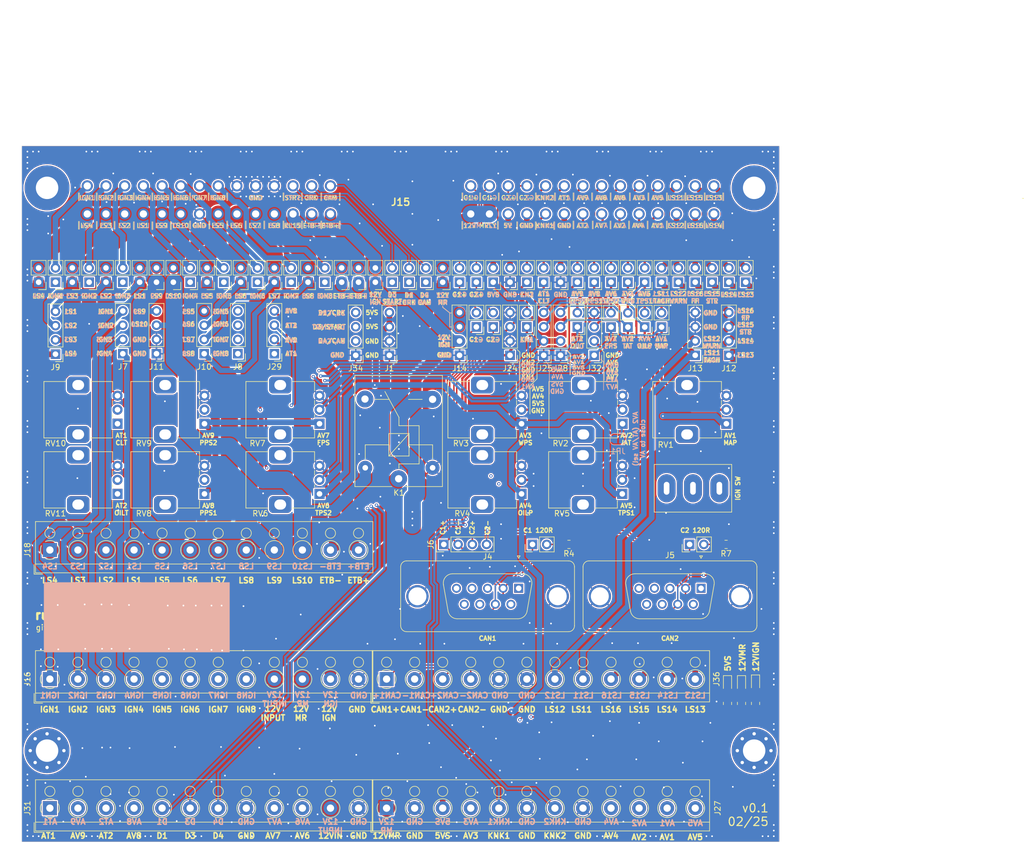
<source format=kicad_pcb>
(kicad_pcb (version 20240108) (generator "pcbnew") (generator_version "8.0")
  (layers (0 "F.Cu" signal) (1 "In1.Cu" power) (2 "In2.Cu" power) (31 "B.Cu" signal) (34 "B.Paste" user) (35 "F.Paste" user) (36 "B.SilkS" user "B.Silkscreen") (37 "F.SilkS" user "F.Silkscreen") (38 "B.Mask" user) (39 "F.Mask" user) (44 "Edge.Cuts" user))
  (net 0 "")
  (net 1 "GND")
  (net 2 "/5V_SENSOR_1")
  (net 3 "/ETB1+")
  (net 4 "/ETB1-")
  (net 5 "/12V_RAW")
  (net 6 "/AV4")
  (net 7 "/AV3")
  (net 8 "/AV1")
  (net 9 "/AV2")
  (net 10 "/AV8")
  (net 11 "/AV6")
  (net 12 "/AV7")
  (net 13 "/AV5")
  (net 14 "/AV9")
  (net 15 "/AT2")
  (net 16 "/AT1")
  (net 17 "/LS1")
  (net 18 "/LS2")
  (net 19 "/LS3")
  (net 20 "/LS4")
  (net 21 "/LS5")
  (net 22 "/LS6")
  (net 23 "/LS7")
  (net 24 "/LS8")
  (net 25 "/LS9")
  (net 26 "/LS10")
  (net 27 "/CAN+")
  (net 28 "/CAN-")
  (net 29 "/IGN1")
  (net 30 "/IGN2")
  (net 31 "/IGN3")
  (net 32 "/IGN4")
  (net 33 "/IGN5")
  (net 34 "/IGN6")
  (net 35 "/IGN7")
  (net 36 "/IGN8")
  (net 37 "/DIGITAL_3")
  (net 38 "/KNOCK_1")
  (net 39 "/KNOCK_2")
  (net 40 "/CAN2+")
  (net 41 "/CAN2-")
  (net 42 "/12V_MR")
  (net 43 "/LS11_F")
  (net 44 "/LS12_F")
  (net 45 "/LS13_F")
  (net 46 "/LS14_F")
  (net 47 "/LS15_F")
  (net 48 "/LS16_F")
  (net 49 "/DIGITAL_VR_1")
  (net 50 "/DIGITAL_VR_4")
  (net 69 "Net-(JP1-A)")
  (net 70 "/12V_INPUT")
  (net 73 "Net-(JP15-B)")
  (net 74 "Net-(JP9-B)")
  (net 75 "Net-(JP4-B)")
  (net 76 "Net-(JP25-B)")
  (net 77 "Net-(JP24-B)")
  (net 78 "Net-(JP2-B)")
  (net 79 "Net-(JP29-B)")
  (net 80 "Net-(JP3-B)")
  (net 81 "Net-(JP28-B)")
  (net 82 "Net-(JP16-B)")
  (net 83 "Net-(JP20-B)")
  (net 84 "Net-(JP27-B)")
  (net 85 "Net-(JP19-B)")
  (net 86 "Net-(JP21-B)")
  (net 87 "Net-(JP17-B)")
  (net 88 "Net-(JP14-B)")
  (net 89 "Net-(JP10-B)")
  (net 90 "Net-(JP18-B)")
  (net 91 "Net-(JP26-B)")
  (net 92 "Net-(JP23-B)")
  (net 93 "Net-(JP22-B)")
  (net 94 "Net-(JP8-B)")
  (net 95 "Net-(JP5-B)")
  (net 96 "Net-(JP13-B)")
  (net 97 "Net-(JP11-B)")
  (net 98 "Net-(JP41-B)")
  (net 99 "Net-(JP35-B)")
  (net 100 "Net-(JP36-B)")
  (net 101 "Net-(JP40-B)")
  (net 102 "Net-(JP45-B)")
  (net 103 "Net-(JP53-B)")
  (net 104 "Net-(JP56-B)")
  (net 105 "Net-(JP39-B)")
  (net 106 "Net-(JP38-B)")
  (net 107 "Net-(JP31-B)")
  (net 108 "Net-(JP52-B)")
  (net 109 "Net-(JP37-B)")
  (net 110 "Net-(JP44-B)")
  (net 111 "Net-(JP30-B)")
  (net 112 "Net-(JP42-B)")
  (net 113 "Net-(JP46-B)")
  (net 114 "Net-(JP54-B)")
  (net 115 "Net-(JP33-B)")
  (net 116 "Net-(JP32-B)")
  (net 117 "Net-(JP48-B)")
  (net 118 "Net-(JP55-B)")
  (net 119 "Net-(JP43-B)")
  (net 120 "Net-(JP47-B)")
  (net 121 "Net-(JP49-B)")
  (net 122 "Net-(JP57-B)")
  (net 123 "Net-(JP50-B)")
  (net 124 "Net-(JP6-B)")
  (net 125 "Net-(JP7-B)")
  (net 126 "Net-(D3-A)")
  (net 127 "Net-(D4-A)")
  (net 128 "Net-(D8-A)")
  (footprint "Connector_PinHeader_2.54mm:PinHeader_1x02_P2.54mm_Vertical" (layer "F.Cu") (at 190 62.275 180)
    (property "Reference" "JP54" (hide yes))
    (property "Value" "Jumper_2_Bridged")
  )
  (footprint "Connector_PinHeader_2.54mm:PinHeader_1x02_P2.54mm_Vertical" (layer "F.Cu") (at 190 54.275 180)
    (property "Reference" "JP20" (hide yes))
    (property "Value" "Jumper_2_Bridged")
  )
  (footprint "Connector_PinHeader_2.54mm:PinHeader_1x04_P2.54mm_Vertical" (layer "F.Cu") (at 211 67.3 180)
    (property "Reference" "J12")
    (property "Value" "Conn_01x01")
  )
  (footprint "Potentiometer_THT:Potentiometer_Alps_RK09K_Single_Vertical" (layer "F.Cu") (at 117.55 79.5 180)
    (property "Reference" "RV9")
    (property "Value" "R_Potentiometer_Small")
  )
  (footprint "Connector_Dsub:DSUB-9_Female_Vertical_P2.77x2.84mm_MountingHoles" (layer "F.Cu") (at 206.04 108.824669)
    (property "Reference" "J5")
    (property "Value" "DE9_Plug_MountingHoles")
  )
  (footprint "Connector_PinHeader_2.54mm:PinHeader_1x02_P2.54mm_Vertical" (layer "F.Cu") (at 211 54.275 180)
    (property "Reference" "JP57" (hide yes))
    (property "Value" "Jumper_2_Bridged")
  )
  (footprint "Connector_PinHeader_2.54mm:PinHeader_1x02_P2.54mm_Vertical" (layer "F.Cu") (at 124 54.275 180)
    (property "Reference" "JP13" (hide yes))
    (property "Value" "Jumper_2_Bridged")
  )
  (footprint "Connector_PinHeader_2.54mm:PinHeader_1x02_P2.54mm_Vertical" (layer "F.Cu") (at 94 54.275 180)
    (property "Reference" "JP37" (hide yes))
    (property "Value" "Jumper_2_Bridged")
  )
  (footprint "Connector_PinHeader_2.54mm:PinHeader_1x02_P2.54mm_Vertical" (layer "F.Cu") (at 160 54.275 180)
    (property "Reference" "JP23" (hide yes))
    (property "Value" "Jumper_2_Bridged")
  )
  (footprint "Connector_PinHeader_2.54mm:PinHeader_1x02_P2.54mm_Vertical" (layer "F.Cu") (at 154 54.275 180)
    (property "Reference" "JP8" (hide yes))
    (property "Value" "Jumper_2_Bridged")
  )
  (footprint "Connector_PinHeader_2.54mm:PinHeader_1x02_P2.54mm_Vertical" (layer "F.Cu") (at 175 54.275 180)
    (property "Reference" "JP18" (hide yes))
    (property "Value" "Jumper_2_Bridged")
  )
  (footprint "Connector_PinHeader_2.54mm:PinHeader_1x04_P2.54mm_Vertical" (layer "F.Cu") (at 109 67.02 180)
    (property "Reference" "J11")
    (property "Value" "Conn_01x01")
  )
  (footprint "MountingHole:MountingHole_4mm_Pad_Via" (layer "F.Cu") (at 215.5 137.75)
    (property "Reference" "H2" (hide yes))
    (property "Value" "MountingHole")
  )
  (footprint "Resistor_SMD:R_0805_2012Metric" (layer "F.Cu") (at 213.25 129.34 90)
    (property "Reference" "R5" (hide yes))
    (property "Value" "2k7")
  )
  (footprint "Connector_PinHeader_2.54mm:PinHeader_1x02_P2.54mm_Vertical" (layer "F.Cu") (at 100 54.275 180)
    (property "Reference" "JP10" (hide yes))
    (property "Value" "Jumper_2_Bridged")
  )
  (footprint "Connector_PinHeader_2.54mm:PinHeader_1x02_P2.54mm_Vertical" (layer "F.Cu") (at 148 54.275 180)
    (property "Reference" "JP42" (hide yes))
    (property "Value" "Jumper_2_Bridged")
  )
  (footprint "Connector_PinHeader_2.54mm:PinHeader_1x02_P2.54mm_Vertical" (layer "F.Cu") (at 166 62.25 180)
    (property "Reference" "JP44" (hide yes))
    (property "Value" "Jumper_2_Bridged")
  )
  (footprint "Connector_PinHeader_2.54mm:PinHeader_1x04_P2.54mm_Vertical" (layer "F.Cu") (at 187 67.3 180)
    (property "Reference" "J32")
    (property "Value" "Conn_01x01")
  )
  (footprint "Potentiometer_THT:Potentiometer_Alps_RK09K_Single_Vertical" (layer "F.Cu") (at 102.05 79.5 180)
    (property "Reference" "RV10")
    (property "Value" "R_Potentiometer_Small")
  )
  (footprint "LED_SMD:LED_0603_1608Metric" (layer "F.Cu") (at 215.75 125.7525 -90)
    (property "Reference" "D3" (hide yes))
    (property "Value" "GREEN")
  )
  (footprint "LED_SMD:LED_0603_1608Metric" (layer "F.Cu") (at 210.75 125.8775 -90)
    (property "Reference" "D8" (hide yes))
    (property "Value" "GREEN")
  )
  (footprint "Connector_PinHeader_2.54mm:PinHeader_1x04_P2.54mm_Vertical" (layer "F.Cu") (at 130 67.02 180)
    (property "Reference" "J29")
    (property "Value" "Conn_01x01")
  )
  (footprint "Connector_PinHeader_2.54mm:PinHeader_1x02_P2.54mm_Vertical" (layer "F.Cu") (at 178 54.275 180)
    (property "Reference" "JP46" (hide yes))
    (property "Value" "Jumper_2_Bridged")
  )
  (footprint "LED_SMD:LED_0603_1608Metric" (layer "F.Cu") (at 213.25 125.8775 -90)
    (property "Reference" "D4" (hide yes))
    (property "Value" "GREEN")
  )
  (footprint "Potentiometer_THT:Potentiometer_Alps_RK09K_Single_Vertical" (layer "F.Cu") (at 117.55 92 180)
    (property "Reference" "RV8")
    (property "Value" "R_Potentiometer_Small")
  )
  (footprint "Connector_PinHeader_2.54mm:PinHeader_1x02_P2.54mm_Vertical" (layer "F.Cu") (at 112 54.275 180)
    (property "Reference" "JP39" (hide yes))
    (property "Value" "Jumper_2_Bridged")
  )
  (footprint "footprints:SW_Toggle_Blue_wSlots" (layer "F.Cu") (at 204.6 91)
    (property "Reference" "SW1" (hide yes))
    (property "Value" "SW_SPDT")
  )
  (footprint "Potentiometer_THT:Potentiometer_Alps_RK09K_Single_Vertical" (layer "F.Cu") (at 174.05 79.5 180)
    (property "Reference" "RV3")
    (property "Value" "R_Potentiometer_Small")
  )
  (footprint "Relay_THT:Relay_SPDT_SANYOU_SRD_Series_Form_C" (layer "F.Cu") (at 152.15 89.3 90)
    (property "Reference" "K1")
    (property "Value" "SANYOU_SRD_Form_C")
  )
  (footprint "Connector_PinHeader_2.54mm:PinHeader_1x02_P2.54mm_Vertical" (layer "F.Cu") (at 187 54.275 180)
    (property "Reference" "JP47" (hide yes))
    (property "Value" "Jumper_2_Bridged")
  )
  (footprint "Connector_PinHeader_2.54mm:PinHeader_1x02_P2.54mm_Vertical" (layer "F.Cu") (at 142 54.275 180)
    (property "Reference" "JP15" (hide yes))
    (property "Value" "Jumper_2_Bridged")
  )
  (footprint "Connector_PinHeader_2.54mm:PinHeader_1x02_P2.54mm_Vertical" (layer "F.Cu") (at 115 54.275 180)
    (property "Reference" "JP31" (hide yes))
    (property "Value" "Jumper_2_Bridged")
  )
  (footprint "Connector_PinHeader_2.54mm:PinHeader_1x02_P2.54mm_Vertical" (layer "F.Cu") (at 184 62.25 180)
    (property "Reference" "JP26" (hide yes))
    (property "Value" "Jumper_2_Bridged")
  )
  (footprint "Connector_PinHeader_2.54mm:PinHeader_1x02_P2.54mm_Vertical" (layer "F.Cu") (at 127 54.275 180)
    (property "Reference" "JP32" (hide yes))
    (property "Value" "Jumper_2_Bridged")
  )
  (footprint "Connector_PinHeader_2.54mm:PinHeader_1x04_P2.54mm_Vertical" (layer "F.Cu") (at 123.5 67.02 180)
    (property "Reference" "J8")
    (property "Value" "Conn_01x01")
  )
  (footprint "Connector_PinHeader_2.54mm:PinHeader_1x02_P2.54mm_Vertical" (layer "F.Cu") (at 136 54.275 180)
    (property "Reference" "JP14" (hide yes))
    (property "Value" "Jumper_2_Bridged")
  )
  (footprint "Connector_PinHeader_2.54mm:PinHeader_1x02_P2.54mm_Vertical" (layer "F.Cu") (at 163 54.275 180)
    (property "Reference" "JP16" (hide yes))
    (property "Value" "Jumper_2_Bridged")
  )
  (footprint "Connector_PinHeader_2.54mm:PinHeader_1x04_P2.54mm_Vertical" (layer "F.Cu") (at 163 67.3 180)
    (property "Reference" "J14")
    (property "Value" "Conn_01x01")
  )
  (footprint "Connector_PinHeader_2.54mm:PinHeader_1x02_P2.54mm_Vertical" (layer "F.Cu") (at 106 54.275 180)
    (property "Reference" "JP38" (hide yes))
    (property "Value" "Jumper_2_Bridged")
  )
  (footprint "Resistor_SMD:R_0805_2012Metric" (layer "F.Cu") (at 182.5 101 180)
    (property "Reference" "R4")
    (property "Value" "R_Small")
  )
  (footprint "Connector_PinHeader_2.54mm:PinHeader_1x02_P2.54mm_Vertical" (layer "F.Cu") (at 208 54.275 180)
    (property "Reference" "JP22" (hide yes))
    (property "Value" "Jumper_2_Bridged")
  )
  (footprint "Connector_PinHeader_2.54mm:PinHeader_1x02_P2.54mm_Vertical" (layer "F.Cu") (at 121 54.275 180)
    (property "Reference" "JP4" (hide yes))
    (property "Value" "Jumper_2_Bridged")
  )
  (footprint "Connector_PinHeader_2.54mm:PinHeader_1x02_P2.54mm_Vertical" (layer "F.Cu") (at 204 101 90)
    (property "Reference" "JP6" (hide yes))
    (property "Value" "Jumper_2_Bridged")
  )
  (footprint "Connector_PinHeader_2.54mm:PinHeader_1x02_P2.54mm_Vertical" (layer "F.Cu") (at 91 54.275 180)
    (property "Reference" "JP2" (hide yes))
    (property "Value" "Jumper_2_Bridged")
  )
  (footprint "Resistor_SMD:R_0805_2012Metric" (layer "F.Cu") (at 210.75 129.34 -90)
    (property "Reference" "R6" (hide yes))
    (property "Value" "1k")
  )
  (footprint "Connector_PinHeader_2.54mm:PinHeader_1x02_P2.54mm_Vertical" (layer "F.Cu") (at 193 62.275 180)
    (property "Reference" "JP27" (hide yes))
    (property "Value" "Jumper_2_Bridged")
  )
  (footprint "footprints:Sicma_56" (layer "F.Cu") (at 152.5 37.465)
    (property "Reference" "J15")
    (property "Value" "Sicma_56" (hide yes))
  )
  (footprint "Connector_PinHeader_2.54mm:PinHeader_1x04_P2.54mm_Vertical" (layer "F.Cu") (at 103 67.02 180)
    (property "Reference" "J7")
    (property "Value" "Conn_01x01")
  )
  (footprint "Connector_PinHeader_2.54mm:PinHeader_1x02_P2.54mm_Vertical" (layer "F.Cu") (at 199 62.275 180)
    (property "Reference" "JP28" (hide yes))
    (property "Value" "Jumper_2_Bridged")
  )
  (footprint "Resistor_SMD:R_0805_2012Metric" (layer "F.Cu") (at 215.75 129.3375 90)
    (property "Reference" "R3" (hide yes))
    (property "Value" "2k7")
  )
  (footprint "Resistor_SMD:R_0805_2012Metric" (layer "F.Cu") (at 210.5 101 180)
    (property "Reference" "R7")
    (property "Value" "R_Small")
  )
  (footprint "Connector_PinHeader_2.54mm:PinHeader_1x04_P2.54mm_Vertical" (layer "F.Cu") (at 172 67.3 180)
    (property "Reference" "J24")
    (property "Value" "Conn_01x01")
  )
  (footprint "Potentiometer_THT:Potentiometer_Alps_RK09K_Single_Vertical" (layer "F.Cu") (at 210.55 79.5 180)
    (property "Reference" "RV1")
    (property "Value" "R_Potentiometer_Small")
  )
  (footprint "Connector_PinHeader_2.54mm:PinHeader_1x02_P2.54mm_Vertical" (layer "F.Cu") (at 97 54.275 180)
    (property "Reference" "JP30" (hide yes))
    (property "Value" "Jumper_2_Bridged")
  )
  (footprint "Connector_PinHeader_2.54mm:PinHeader_1x02_P2.54mm_Vertical" (layer "F.Cu") (at 109 54.275 180)
    (property "Reference" "JP11" (hide yes))
    (property "Value" "Jumper_2_Bridged")
  )
  (footprint "Connector_PinHeader_2.54mm:PinHeader_1x04_P2.54mm_Vertical" (layer "F.Cu") (at 150.5 67.3 180)
    (property "Reference" "J1")
    (property "Value" "Conn_01x01")
  )
  (footprint "Connector_PinHeader_2.54mm:PinHeader_1x02_P2.54mm_Vertical" (layer "F.Cu") (at 151 54.275 180)
    (property "Reference" "JP35" (hide yes))
    (property "Value" "Jumper_2_Bridged")
  )
  (footprint "Connector_PinHeader_2.54mm:PinHeader_1x02_P2.54mm_Vertical" (layer "F.Cu") (at 202 54.275 180)
    (property "Reference" "JP56" (hide yes))
    (property "Value" "Jumper_2_Bridged")
  )
  (footprint "TerminalBlock_RND:TerminalBlock_RND_205-00011_1x12_P5.00mm_Horizontal" (layer "F.Cu") (at 150 148)
    (property "Reference" "J27")
    (property "Value" "Screw_Terminal_01x04")
  )
  (footprint "Connector_PinHeader_2.54mm:PinHeader_1x02_P2.54mm_Vertical" (layer "F.Cu") (at 181 54.275 180)
    (property "Reference" "JP53" (hide yes))
    (property "Value" "Jumper_2_Bridged")
  )
  (footprint "Connector_Dsub:DSUB-9_Female_Vertical_P2.77x2.84mm_MountingHoles" (layer "F.Cu") (at 173.54 108.824669)
    (property "Reference" "J4")
    (property "Value" "DE9_Plug_MountingHoles")
  )
  (footprint "Connector_PinHeader_2.54mm:PinHeader_1x02_P2.54mm_Vertical" (layer "F.Cu") (at 175 62.25 180)
    (property "Reference" "JP25" (hide yes))
    (property "Value" "Jumper_2_Bridged")
  )
  (footprint "Connector_PinHeader_2.54mm:PinHeader_1x04_P2.54mm_Vertical" (layer "F.Cu") (at 205 67.3 180)
    (property "Reference" "J13")
    (property "Value" "Conn_01x01")
  )
  (footprint "Connector_PinHeader_2.54mm:PinHeader_1x02_P2.54mm_Vertical" (layer "F.Cu") (at 118 54.275 180)
    (property "Reference" "JP40" (hide yes))
    (property "Value" "Jumper_2_Bridged")
  )
  (footprint "Connector_PinHeader_2.54mm:PinHeader_1x02_P2.54mm_Vertical" (layer "F.Cu") (at 145 54.275 180)
    (property "Reference" "JP43" (hide yes))
    (property "Value" "Jumper_2_Bridged")
  )
  (footprint "Connector_PinHeader_2.54mm:PinHeader_1x04_P2.54mm_Vertical" (layer "F.Cu") (at 91 67.1 180)
    (property "Reference" "J9")
    (property "Value" "Conn_01x01")
  )
  (footprint "Potentiometer_THT:Potentiometer_Alps_RK09K_Single_Vertical" (layer "F.Cu") (at 174.05 92 180)
    (property "Reference" "RV4")
    (property "Value" "R_Potentiometer_Small")
  )
  (footprint "Connector_PinHeader_2.54mm:PinHeader_1x04_P2.54mm_Vertical" (layer "F.Cu") (at 178 67.3 180)
    (property "Reference" "J25")
    (property "Value" "Conn_01x01")
  )
  (footprint "Connector_PinHeader_2.54mm:PinHeader_1x02_P2.54mm_Vertical" (layer "F.Cu") (at 133 54.275 180)
    (property "Reference" "JP5" (hide yes))
    (property "Value" "Jumper_2_Bridged")
  )
  (footprint "Connector_PinHeader_2.54mm:PinHeader_1x02_P2.54mm_Vertical" (layer "F.Cu") (at 196 62.275 180)
    (property "Reference" "JP55" (hide yes))
    (property "Value" "Jumper_2_Bridged")
  )
  (footprint "Connector_PinHeader_2.54mm:PinHeader_1x02_P2.54mm_Vertical" (layer "F.Cu") (at 166 54.275 180)
    (property "Reference" "JP17" (hide yes))
    (property "Value" "Jumper_2_Bridged")
  )
  (footprint "Connector_PinHeader_2.54mm:PinHeader_1x02_P2.54mm_Vertical" (layer "F.Cu") (at 130 54.275 180)
    (property "Reference" "JP41" (hide yes))
    (property "Value" "Jumper_2_Bridged")
  )
  (footprint "Connector_PinHeader_2.54mm:PinHeader_1x02_P2.54mm_Vertical" (layer "F.Cu") (at 139 54.275 180)
    (property "Reference" "JP33" (hide yes))
    (property "Value" "Jumper_2_Bridged")
  )
  (footprint "TerminalBlock_RND:TerminalBlock_RND_205-00011_1x12_P5.00mm_Horizontal" (layer "F.Cu") (at 90 102)
    (property "Reference" "J18")
    (property "Value" "Screw_Terminal_01x04")
  )
  (footprint "Connector_PinHeader_2.54mm:PinHeader_1x02_P2.54mm_Vertical" (layer "F.Cu") (at 103 54.275 180)
    (property "Reference" "JP3" (hide yes))
    (property "Value" "Jumper_2_Bridged")
  )
  (footprint "TerminalBlock_RND:TerminalBlock_RND_205-00011_1x12_P5.00mm_Horizontal" (layer "F.Cu") (at 150 125)
    (property "Reference" "J36")
    (property "Value" "Screw_Terminal_01x04")
  )
  (footprint "Connector_PinHeader_2.54mm:PinHeader_1x02_P2.54mm_Vertical" (layer "F.Cu") (at 169 54.275 180)
    (property "Reference" "JP24" (hide yes))
    (property "Value" "Jumper_2_Bridged")
  )
  (footprint "MountingHole:MountingHole_4mm_Pad_Via" (layer "F.Cu") (at 89.5 137.75)
    (property "Reference" "H1" (hide yes))
    (property "Value" "MountingHole")
  )
  (footprint "Potentiometer_THT:Potentiometer_Alps_RK09K_Single_Vertical" (layer "F.Cu") (at 192 92 180)
    (property "Reference" "RV5")
    (property "Value" "R_Potentiometer_Small")
  )
  (footprint "Connector_PinHeader_2.54mm:PinHeader_1x02_P2.54mm_Vertical" (layer "F.Cu") (at 193 54.275 180)
    (property "Reference" "JP48" (hide yes))
    (property "Value" "Jumper_2_Bridged")
  )
  (footprint "Connector_PinHeader_2.54mm:PinHeader_1x02_P2.54mm_Vertical" (layer "F.Cu") (at 169 62.25 180)
    (property "Reference" "JP45" (hide yes))
    (property "Value" "Jumper_2_Bridged")
  )
  (footprint "Connector_PinHeader_2.54mm:PinHeader_1x04_P2.54mm_Vertical" (layer "F.Cu") (at 117.5 67.02 180)
    (property "Reference" "J10")
    (property "Value" "Conn_01x01")
  )
  (footprint "TerminalBlock_RND:TerminalBlock_RND_205-00011_1x12_P5.00mm_Horizontal" (layer "F.Cu") (at 90 148)
    (property "Reference" "J31")
    (property "Value" "Screw_Terminal_01x04")
  )
  (footprint "Connector_PinHeader_2.54mm:PinHeader_1x02_P2.54mm_Vertical" (layer "F.Cu") (at 214 54.275 180)
    (property "Reference" "JP50" (hide yes))
    (property "Value" "Jumper_2_Bridged")
  )
  (footprint "Potentiometer_THT:Potentiometer_Alps_RK09K_Single_Vertical" (layer "F.Cu") (at 192.05 79.5 180)
    (property "Reference" "RV2")
    (property "Value" "R_Potentiometer_Small")
  )
  (footprint "Connector_PinHeader_2.54mm:PinHeader_1x02_P2.54mm_Vertical" (layer "F.Cu") (at 157 54.275 180)
    (property "Reference" "JP36" (hide yes))
    (property "Value" "Jumper_2_Bridged")
  )
  (footprint "Connector_PinHeader_2.54mm:PinHeader_1x04_P2.54mm_Vertical" (layer "F.Cu") (at 144.5 67.3 180)
    (property "Reference" "J34")
    (property "Value" "Conn_01x01")
  )
  (footprint "Potentiometer_THT:Potentiometer_Alps_RK09K_Single_Vertical" (layer "F.Cu") (at 102.05 92 180)
    (property "Reference" "RV11")
    (property "Value" "R_Potentiometer_Small")
  )
  (footprint "Connector_PinHeader_2.54mm:PinHeader_1x02_P2.54mm_Vertical" (layer "F.Cu") (at 196 54.275 180)
    (property "Reference" "JP21" (hide yes))
    (property "Value" "Jumper_2_Bridged")
  )
  (footprint "Connector_PinHeader_2.54mm:PinHeader_1x02_P2.54mm_Vertical" (layer "F.Cu") (at 199 54.275 180)
    (property "Reference" "JP49" (hide yes))
    (property "Value" "Jumper_2_Bridged")
  )
  (footprint "Connector_PinHeader_2.54mm:PinHeader_1x04_P2.54mm_Vertical" (layer "F.Cu") (at 160.2 101 90)
    (property "Reference" "J6")
    (property "Value" "Conn_01x01")
  )
  (footprint "TerminalBlock_RND:TerminalBlock_RND_205-00011_1x12_P5.00mm_Horizontal" (layer "F.Cu") (at 90 125)
    (property "Reference" "J16")
    (property "Value" "Screw_Terminal_01x04")
  )
  (footprint "Connector_PinHeader_2.54mm:PinHeader_1x02_P2.54mm_Vertical" (layer "F.Cu") (at 88 54.275 180)
    (property "Reference" "JP9" (hide yes))
    (property "Value" "Jumper_2_Bridged")
  )
  (footprint "Connector_PinHeader_2.54mm:PinHeader_1x02_P2.54mm_Vertical" (layer "F.Cu") (at 176 101 90)
    (property "Reference" "JP7" (hide yes))
    (property "Value" "Jumper_2_Bridged")
  )
  (footprint "Connector_PinHeader_2.54mm:PinHeader_1x02_P2.54mm_Vertical" (layer "F.Cu") (at 172 54.275 180)
    (property "Reference" "JP52" (hide yes))
    (property "Value" "Jumper_2_Bridged")
  )
  (footprint "Potentiometer_THT:Potentiometer_Alps_RK09K_Single_Vertical" (layer "F.Cu") (at 138.05 92 180)
    (property "Reference" "RV6")
    (property "Value" "R_Potentiometer_Small")
  )
  (footprint "Connector_PinHeader_2.54mm:PinHeader_1x02_P2.54mm_Vertical" (layer "F.Cu") (at 205 54.275 180)
    (property "Reference" "JP29" (hide yes))
    (property "Value" "Jumper_2_Bridged")
  )
  (footprint "Connector_PinHeader_2.54mm:PinHeader_1x04_P2.54mm_Vertical" (layer "F.Cu") (at 181 67.3 180)
    (property "Reference" "J28")
    (property "Value" "Conn_01x01")
  )
  (footprint "Connector_PinHeader_2.54mm:PinHeader_1x02_P2.54mm_Vertical" (layer "F.Cu") (at 184 54.275 180)
    (property "Reference" "JP19" (hide yes))
    (property "Value" "Jumper_2_Bridged")
  )
  (footprint "Potentiometer_THT:Potentiometer_Alps_RK09K_Single_Vertical" (layer "F.Cu") (at 138.05 79.5 180)
    (property "Reference" "RV7")
    (property "Value" "R_Potentiometer_Small")
  )
  (footprint "Jumper:SolderJumper-2_P1.3mm_Open_RoundedPad1.0x1.5mm" (layer "B.Cu") (at 191.25 82.25 180)
    (property "Reference" "JP1")
    (property "Value" "Jumper_2_Bridged")
  )
  (gr_line (start 189.997 43.3745) (end 189.997 44.7715) (stroke (width 0.12)) (layer "B.SilkS"))
  (gr_line (start 135.02 43.3745) (end 135.02 44.7715) (stroke (width 0.12)) (layer "B.SilkS"))
  (gr_line (start 170.072 38.354) (end 170.072 39.751) (stroke (width 0.12)) (layer "B.SilkS"))
  (gr_line (start 196.742 38.354) (end 196.742 39.751) (stroke (width 0.12)) (layer "B.SilkS"))
  (gr_line (start 210.063 43.3745) (end 210.063 44.7715) (stroke (width 0.12)) (layer "B.SilkS"))
  (gr_line (start 160.019048 58.75) (end 160.019048 58.5) (stroke (width 0.12)) (layer "B.SilkS"))
  (gr_line (start 161.269048 59.75) (end 161.269048 62.25) (stroke (width 0.12)) (layer "B.SilkS"))
  (gr_line (start 118.51 43.3745) (end 118.51 44.7715) (stroke (width 0.12)) (layer "B.SilkS"))
  (gr_line (start 105.048 43.5015) (end 105.048 44.8985) (stroke (width 0.12)) (layer "B.SilkS"))
  (gr_line (start 186.822 43.3745) (end 186.822 44.7715) (stroke (width 0.12)) (layer "B.SilkS"))
  (gr_line (start 141.751 43.3745) (end 141.751 44.7715) (stroke (width 0.12)) (layer "B.SilkS"))
  (gr_line (start 169.931 43.438) (end 169.931 44.835) (stroke (width 0.12)) (layer "B.SilkS"))
  (gr_line (start 161.269048 62.25) (end 161.519048 62.25) (stroke (width 0.12)) (layer "B.SilkS"))
  (gr_line (start 115.081 38.354) (end 115.081 39.751) (stroke (width 0.12)) (layer "B.SilkS"))
  (gr_line (start 183.407 38.354) (end 183.407 39.751) (stroke (width 0.12)) (layer "B.SilkS"))
  (gr_line (start 173.65 68.45) (end 173.15 67.95) (stroke (width 0.12)) (layer "B.SilkS"))
  (gr_line (start 95.269 38.354) (end 95.269 39.751) (stroke (width 0.12)) (layer "B.SilkS"))
  (gr_line (start 196.601 43.3745) (end 196.601 44.7715) (stroke (width 0.12)) (layer "B.SilkS"))
  (gr_line (start 182.669048 67.05) (end 182.169048 66.55) (stroke (width 0.12)) (layer "B.SilkS"))
  (gr_line (start 124.987 43.3745) (end 124.987 44.7715) (stroke (width 0.12)) (layer "B.SilkS"))
  (gr_line (start 182.669048 67.05) (end 182.669048 70.8) (stroke (width 0.12)) (layer "B.SilkS"))
  (gr_line (start 200.044 38.354) (end 200.044 39.751) (stroke (width 0.12)) (layer "B.SilkS"))
  (gr_line (start 135.02 38.354) (end 135.02 39.751) (stroke (width 0.12)) (layer "B.SilkS"))
  (gr_line (start 105.048 38.354) (end 105.048 39.751) (stroke (width 0.12)) (layer "B.SilkS"))
  (gr_line (start 108.35 43.5015) (end 108.35 44.8985) (stroke (width 0.12)) (layer "B.SilkS"))
  (gr_line (start 206.775 38.354) (end 206.775 39.751) (stroke (width 0.12)) (layer "B.SilkS"))
  (gr_line (start 118.383 38.354) (end 118.383 39.751) (stroke (width 0.12)) (layer "B.SilkS"))
  (gr_line (start 115.081 43.3745) (end 115.081 44.7715) (stroke (width 0.12)) (layer "B.SilkS"))
  (gr_line (start 186.709 38.354) (end 186.709 39.751) (stroke (width 0.12)) (layer "B.SilkS"))
  (gr_line (start 111.652 43.5015) (end 111.652 44.8985) (stroke (width 0.12)) (layer "B.SilkS"))
  (gr_line (start 203.332 43.3745) (end 203.332 44.7715) (stroke (width 0.12)) (layer "B.SilkS"))
  (gr_line (start 179.964 43.5015) (end 179.964 44.8985) (stroke (width 0.12)) (layer "B.SilkS"))
  (gr_line (start 176.676 38.354) (end 176.676 39.751) (stroke (width 0.12)) (layer "B.SilkS"))
  (gr_line (start 101.746 38.354) (end 101.746 39.751) (stroke (width 0.12)) (layer "B.SilkS"))
  (gr_line (start 166.77 38.354) (end 166.77 39.751) (stroke (width 0.12)) (layer "B.SilkS"))
  (gr_line (start 95.269 43.438) (end 95.269 44.835) (stroke (width 0.12)) (layer "B.SilkS"))
  (gr_line (start 173.65 68.45) (end 173.65 73.45) (stroke (width 0.12)) (layer "B.SilkS"))
  (gr_line (start 111.779 38.354) (end 111.779 39.751) (stroke (width 0.12)) (layer "B.SilkS"))
  (gr_line (start 173.36 43.5015) (end 173.36 44.8985) (stroke (width 0.12)) (layer "B.SilkS"))
  (gr_line (start 160.019048 58.75) (end 161.269048 59.75) (stroke (width 0.12)) (layer "B.SilkS"))
  (gr_poly (pts (xy 121.9968 120.17) (xy 88.9768 120.17) (xy 88.9768 107.8) (xy 121.9968 107.8)) (stroke (width 0.1)) (fill solid) (layer "B.SilkS"))
  (gr_line (start 210.077 38.354) (end 210.077 39.751) (stroke (width 0.12)) (layer "B.SilkS"))
  (gr_line (start 138.449 38.354) (end 138.449 39.751) (stroke (width 0.12)) (layer "B.SilkS"))
  (gr_line (start 203.346 38.354) (end 203.346 39.751) (stroke (width 0.12)) (layer "B.SilkS"))
  (gr_line (start 161.269048 59.75) (end 161.519048 59.75) (stroke (width 0.12)) (layer "B.SilkS"))
  (gr_line (start 180.105 38.354) (end 180.105 39.751) (stroke (width 0.12)) (layer "B.SilkS"))
  (gr_line (start 163.595 38.354) (end 163.595 39.751) (stroke (width 0.12)) (layer "B.SilkS"))
  (gr_line (start 193.44 38.354) (end 193.44 39.751) (stroke (width 0.12)) (layer "B.SilkS"))
  (gr_line (start 190.011 38.354) (end 190.011 39.751) (stroke (width 0.12)) (layer "B.SilkS"))
  (gr_line (start 179 69.2) (end 178.4 68.4) (stroke (width 0.12)) (layer "B.SilkS"))
  (gr_line (start 138.449 43.3745) (end 138.449 44.7715) (stroke (width 0.12)) (layer "B.SilkS"))
  (gr_line (start 128.289 43.3745) (end 128.289 44.7715) (stroke (width 0.12)) (layer "B.SilkS"))
  (gr_line (start 108.35 38.354) (end 108.35 39.751) (stroke (width 0.12)) (layer "B.SilkS"))
  (gr_line (start 98.444 43.438) (end 98.444 44.835) (stroke (width 0.12)) (layer "B.SilkS"))
  (gr_line (start 200.03 43.3745) (end 200.03 44.7715) (stroke (width 0.12)) (layer "B.SilkS"))
  (gr_line (start 188.669048 68.5) (end 188.169048 68) (stroke (width 0.12)) (layer "B.SilkS"))
  (gr_line (start 173.374 38.354) (end 173.374 39.751) (stroke (width 0.12)) (layer "B.SilkS"))
  (gr_line (start 188.669048 68.5) (end 188.669048 73.5) (stroke (width 0.12)) (layer "B.SilkS"))
  (gr_line (start 206.761 43.3745) (end 206.761 44.7715) (stroke (width 0.12)) (layer "B.SilkS"))
  (gr_line (start 193.299 43.3745) (end 193.299 44.7715) (stroke (width 0.12)) (layer "B.SilkS"))
  (gr_line (start 121.685 43.3745) (end 121.685 44.7715) (stroke (width 0.12)) (layer "B.SilkS"))
  (gr_line (start 179 69.2) (end 179 74.2) (stroke (width 0.12)) (layer "B.SilkS"))
  (gr_line (start 163.581 43.438) (end 163.581 44.835) (stroke (width 0.12)) (layer "B.SilkS"))
  (gr_line (start 131.718 38.354) (end 131.718 39.751) (stroke (width 0.12)) (layer "B.SilkS"))
  (gr_line (start 98.444 38.354) (end 98.444 39.751) (stroke (width 0.12)) (layer "B.SilkS"))
  (gr_line (start 101.619 43.438) (end 101.619 44.835) (stroke (width 0.12)) (layer "B.SilkS"))
  (gr_line (start 121.685 38.354) (end 121.685 39.751) (stroke (width 0.12)) (layer "B.SilkS"))
  (gr_line (start 176.662 43.5015) (end 176.662 44.8985) (stroke (width 0.12)) (layer "B.SilkS"))
  (gr_line (start 131.718 43.3745) (end 131.718 44.7715) (stroke (width 0.12)) (layer "B.SilkS"))
  (gr_line (start 141.751 38.354) (end 141.751 39.751) (stroke (width 0.12)) (layer "B.SilkS"))
  (gr_line (start 183.393 43.3745) (end 183.393 44.7715) (stroke (width 0.12)) (layer "B.SilkS"))
  (gr_line (start 108.204 43.5015) (end 108.204 44.8985) (stroke (width 0.12)) (layer "F.SilkS"))
  (gr_line (start 141.605 43.3745) (end 141.605 44.7715) (stroke (width 0.12)) (layer "F.SilkS"))
  (gr_line (start 206.615 43.3745) (end 206.615 44.7715) (stroke (width 0.12)) (layer "F.SilkS"))
  (gr_line (start 98.298 38.354) (end 98.298 39.751) (stroke (width 0.12)) (layer "F.SilkS"))
  (gr_line (start 124.841 43.3745) (end 124.841 44.7715) (stroke (width 0.12)) (layer "F.SilkS"))
  (gr_line (start 138.303 43.3745) (end 138.303 44.7715) (stroke (width 0.12)) (layer "F.SilkS"))
  (gr_line (start 176.516 43.5015) (end 176.516 44.8985) (stroke (width 0.12)) (layer "F.SilkS"))
  (gr_line (start 98.298 43.438) (end 98.298 44.835) (stroke (width 0.12)) (layer "F.SilkS"))
  (gr_line (start 161.25 59.75) (end 161.5 59.75) (stroke (width 0.12)) (layer "F.SilkS"))
  (gr_line (start 134.874 38.354) (end 134.874 39.751) (stroke (width 0.12)) (layer "F.SilkS"))
  (gr_line (start 104.902 38.354) (end 104.902 39.751) (stroke (width 0.12)) (layer "F.SilkS"))
  (gr_line (start 176.8 68.8) (end 177.2 68.4) (stroke (width 0.12)) (layer "F.SilkS"))
  (gr_line (start 131.572 43.3745) (end 131.572 44.7715) (stroke (width 0.12)) (layer "F.SilkS"))
  (gr_line (start 206.629 38.354) (end 206.629 39.751) (stroke (width 0.12)) (layer "F.SilkS"))
  (gr_line (start 163.449 38.354) (end 163.449 39.751) (stroke (width 0.12)) (layer "F.SilkS"))
  (gr_line (start 179.959 38.354) (end 179.959 39.751) (stroke (width 0.12)) (layer "F.SilkS"))
  (gr_line (start 95.123 43.438) (end 95.123 44.835) (stroke (width 0.12)) (layer "F.SilkS"))
  (gr_line (start 179.818 43.5015) (end 179.818 44.8985) (stroke (width 0.12)) (layer "F.SilkS"))
  (gr_line (start 160 58.75) (end 160 58.5) (stroke (width 0.12)) (layer "F.SilkS"))
  (gr_line (start 182.75 67) (end 182.25 66.5) (stroke (width 0.12)) (layer "F.SilkS"))
  (gr_line (start 114.935 38.354) (end 114.935 39.751) (stroke (width 0.12)) (layer "F.SilkS"))
  (gr_line (start 173.228 38.354) (end 173.228 39.751) (stroke (width 0.12)) (layer "F.SilkS"))
  (gr_line (start 193.294 38.354) (end 193.294 39.751) (stroke (width 0.12)) (layer "F.SilkS"))
  (gr_line (start 175.55 72.75) (end 176.8 71.5) (stroke (width 0.12)) (layer "F.SilkS"))
  (gr_line (start 199.898 38.354) (end 199.898 39.751) (stroke (width 0.12)) (layer "F.SilkS"))
  (gr_line (start 169.785 43.438) (end 169.785 44.835) (stroke (width 0.12)) (layer "F.SilkS"))
  (gr_line (start 101.473 43.438) (end 101.473 44.835) (stroke (width 0.12)) (layer "F.SilkS"))
  (gr_line (start 131.572 38.354) (end 131.572 39.751) (stroke (width 0.12)) (layer "F.SilkS"))
  (gr_line (start 175.55 72.75) (end 175.55 77.75) (stroke (width 0.12)) (layer "F.SilkS"))
  (gr_line (start 163.435 43.438) (end 163.435 44.835) (stroke (width 0.12)) (layer "F.SilkS"))
  (gr_line (start 209.931 38.354) (end 209.931 39.751) (stroke (width 0.12)) (layer "F.SilkS"))
  (gr_line (start 188.75 66.75) (end 188.25 66.25) (stroke (width 0.12)) (layer "F.SilkS"))
  (gr_line (start 173.214 43.5015) (end 173.214 44.8985) (stroke (width 0.12)) (layer "F.SilkS"))
  (gr_line (start 189.851 43.3745) (end 189.851 44.7715) (stroke (width 0.12)) (layer "F.SilkS"))
  (gr_line (start 121.539 38.354) (end 121.539 39.751) (stroke (width 0.12)) (layer "F.SilkS"))
  (gr_line (start 186.676 43.3745) (end 186.676 44.7715) (stroke (width 0.12)) (layer "F.SilkS"))
  (gr_line (start 173.75 66.75) (end 173.75 71.75) (stroke (width 0.12)) (layer "F.SilkS"))
  (gr_line (start 134.874 43.3745) (end 134.874 44.7715) (stroke (width 0.12)) (layer "F.SilkS"))
  (gr_line (start 166.624 38.354) (end 166.624 39.751) (stroke (width 0.12)) (layer "F.SilkS"))
  (gr_line (start 196.455 43.3745) (end 196.455 44.7715) (stroke (width 0.12)) (layer "F.SilkS"))
  (gr_line (start 209.917 43.3745) (end 209.917 44.7715) (stroke (width 0.12)) (layer "F.SilkS"))
  (gr_line (start 182.75 67) (end 182.75 70.75) (stroke (width 0.12)) (layer "F.SilkS"))
  (gr_line (start 188.75 66.75) (end 188.75 71.75) (stroke (width 0.12)) (layer "F.SilkS"))
  (gr_line (start 176.8 71.5) (end 176.8 68.8) (stroke (width 0.12)) (layer "F.SilkS"))
  (gr_line (start 173.75 66.75) (end 173.25 66.25) (stroke (width 0.12)) (layer "F.SilkS"))
  (gr_line (start 189.865 38.354) (end 189.865 39.751) (stroke (width 0.12)) (layer "F.SilkS"))
  (gr_line (start 160 58.75) (end 161.25 59.75) (stroke (width 0.12)) (layer "F.SilkS"))
  (gr_line (start 108.204 38.354) (end 108.204 39.751) (stroke (width 0.12)) (layer "F.SilkS"))
  (gr_line (start 161.25 62.25) (end 161.5 62.25) (stroke (width 0.12)) (layer "F.SilkS"))
  (gr_line (start 263.5348 39.34) (end 263.2808 39.34) (stroke (width 0.12)) (layer "F.SilkS"))
  (gr_line (start 121.539 43.3745) (end 121.539 44.7715) (stroke (width 0.12)) (layer "F.SilkS"))
  (gr_line (start 169.926 38.354) (end 169.926 39.751) (stroke (width 0.12)) (layer "F.SilkS"))
  (gr_line (start 186.563 38.354) (end 186.563 39.751) (stroke (width 0.12)) (layer "F.SilkS"))
  (gr_line (start 95.123 38.354) (end 95.123 39.751) (stroke (width 0.12)) (layer "F.SilkS"))
  (gr_line (start 101.6 38.354) (end 101.6 39.751) (stroke (width 0.12)) (layer "F.SilkS"))
  (gr_line (start 193.153 43.3745) (end 193.153 44.7715) (stroke (width 0.12)) (layer "F.SilkS"))
  (gr_line (start 183.261 38.354) (end 183.261 39.751) (stroke (width 0.12)) (layer "F.SilkS"))
  (gr_line (start 199.884 43.3745) (end 199.884 44.7715) (stroke (width 0.12)) (layer "F.SilkS"))
  (gr_line (start 111.633 38.354) (end 111.633 39.751) (stroke (width 0.12)) (layer "F.SilkS"))
  (gr_line (start 114.935 43.3745) (end 114.935 44.7715) (stroke (width 0.12)) (layer "F.SilkS"))
  (gr_line (start 138.303 38.354) (end 138.303 39.751) (stroke (width 0.12)) (layer "F.SilkS"))
  (gr_line (start 141.605 38.354) (end 141.605 39.751) (stroke (width 0.12)) (layer "F.SilkS"))
  (gr_line (start 176.53 38.354) (end 176.53 39.751) (stroke (width 0.12)) (layer "F.SilkS"))
  (gr_line (start 118.237 38.354) (end 118.237 39.751) (stroke (width 0.12)) (layer "F.SilkS"))
  (gr_line (start 128.143 43.3745) (end 128.143 44.7715) (stroke (width 0.12)) (layer "F.SilkS"))
  (gr_line (start 104.902 43.5015) (end 104.902 44.8985) (stroke (width 0.12)) (layer "F.SilkS"))
  (gr_line (start 203.2 38.354) (end 203.2 39.751) (stroke (width 0.12)) (layer "F.SilkS"))
  (gr_line (start 118.364 43.3745) (end 118.364 44.7715) (stroke (width 0.12)) (layer "F.SilkS"))
  (gr_line (start 196.596 38.354) (end 196.596 39.751) (stroke (width 0.12)) (layer "F.SilkS"))
  (gr_line (start 183.247 43.3745) (end 183.247 44.7715) (stroke (width 0.12)) (layer "F.SilkS"))
  (gr_line (start 203.186 43.3745) (end 203.186 44.7715) (stroke (width 0.12)) (layer "F.SilkS"))
  (gr_line (start 161.25 59.75) (end 161.25 62.25) (stroke (width 0.12)) (layer "F.SilkS"))
  (gr_line (start 111.506 43.5015) (end 111.506 44.8985) (stroke (width 0.12)) (layer "F.SilkS"))
  (gr_line (start 85 30) (end 85 154) (stroke (width 0.05)) (layer "Edge.Cuts"))
  (gr_line (start 220 30) (end 85 30) (stroke (width 0.05)) (layer "Edge.Cuts"))
  (gr_line (start 220 154) (end 220 30) (stroke (width 0.05)) (layer "Edge.Cuts"))
  (gr_line (start 85 154) (end 220 154) (stroke (width 0.05)) (layer "Edge.Cuts"))
  (gr_text "LS11\nTACH" (at 198.8 57 -0) (layer "B.SilkS") (effects (font (size 0.8 0.8) (thickness 0.2) (bold yes)) (justify mirror)))
  (gr_text "GND" (at 181.019048 56.5 -0) (layer "B.SilkS") (effects (font (size 0.8 0.8) (thickness 0.2) (bold yes)) (justify mirror)))
  (gr_text "D1" (at 110 151 -0) (layer "B.SilkS") (effects (font (size 1 1) (thickness 0.25) (bold yes)) (justify bottom mirror)))
  (gr_text "LS2" (at 100 105.5 -0) (layer "B.SilkS") (effects (font (size 1 1) (thickness 0.25) (bold yes)) (justify bottom mirror)))
  (gr_text "LS8" (at 114.669048 67.05 -0) (layer "B.SilkS") (effects (font (size 0.8 0.8) (thickness 0.2) (bold yes)) (justify mirror)))
  (gr_text "STRT" (at 133.369 39.243 -0) (layer "B.SilkS") (effects (font (size 0.8 0.8)) (justify mirror)))
  (gr_text "D3\nSTART" (at 151.019048 57.25 -0) (layer "B.SilkS") (effects (font (size 0.8 0.8) (thickness 0.2) (bold yes)) (justify mirror)))
  (gr_text "LS11" (at 185.054762 128.5 -0) (layer "B.SilkS") (effects (font (size 1 1) (thickness 0.25) (bold yes)) (justify bottom mirror)))
  (gr_text "AV3" (at 165 151 -0) (layer "B.SilkS") (effects (font (size 1 1) (thickness 0.25) (bold yes)) (justify bottom mirror)))
  (gr_text "12V\nMR" (at 160.019048 57.25 -0) (layer "B.SilkS") (effects (font (size 0.8 0.8) (thickness 0.2) (bold yes)) (justify mirror)))
  (gr_text "AV9" (at 185.058 39.243 -0) (layer "B.SilkS") (effects (font (size 0.8 0.8)) (justify mirror)))
  (gr_text "LS15" (at 204.997 39.243 -0) (layer "B.SilkS") (effects (font (size 0.8 0.8)) (justify mirror)))
  (gr_text "LS14" (at 213.919048 64.8 -0) (layer "B.SilkS") (effects (font (size 0.8 0.8) (thickness 0.2) (bold yes)) (justify mirror)))
  (gr_text "CAN2-" (at 165.554762 128.5 -0) (layer "B.SilkS") (effects (font (size 1 1) (thickness 0.25) (bold yes)) (justify bottom mirror)))
  (gr_text "GND\nAV6\nAV3\nAV7" (at 190.169048 71 -0) (layer "B.SilkS") (effects (font (size 0.8 0.8) (thickness 0.2) (bold yes)) (justify mirror)))
  (gr_text "AV9" (at 95 151 -0) (layer "B.SilkS") (effects (font (size 1 1) (thickness 0.25) (bold yes)) (justify bottom mirror)))
  (gr_text "IGN8" (at 139.019048 56.75 -0) (layer "B.SilkS") (effects (font (size 0.8 0.8) (thickness 0.2) (bold yes)) (justify mirror)))
  (gr_text "LS10" (at 135 105.5 -0) (layer "B.SilkS") (effects (font (size 1 1) (thickness 0.25) (bold yes)) (justify bottom mirror)))
  (gr_text "LS2" (at 103.397 44.2 -0) (layer "B.SilkS") (effects (font (size 0.8 0.8)) (justify mirror)))
  (gr_text "IGN2" (at 100.095 39.243 -0) (layer "B.SilkS") (effects (font (size 0.8 0.8)) (justify mirror)))
  (gr_text "GND" (at 105.919048 64.55 -0) (layer "B.SilkS") (effects (font (size 0.8 0.8) (thickness 0.2) (bold yes)) (justify mirror)))
  (gr_text "5V" (at 171.709 44.2 -0) (layer "B.SilkS") (effects (font (size 0.8 0.8)) (justify mirror)))
  (gr_text "IGN6" (at 120.419048 61.8 -0) (layer "B.SilkS") (effects (font (size 0.8 0.8) (thickness 0.2) (bold yes)) (justify mirror)))
  (gr_text "GND" (at 175.011 44.2 -0) (layer "B.SilkS") (effects (font (size 0.8 0.8)) (justify mirror)))
  (gr_text "LS3" (at 95 105.5 -0) (layer "B.SilkS") (effects (font (size 1 1) (thickness 0.25) (bold yes)) (justify bottom mirror)))
  (gr_text "LS9" (at 105.919048 59.55 -0) (layer "B.SilkS") (effects (font (size 0.8 0.8) (thickness 0.2) (bold yes)) (justify mirror)))
  (gr_text "LS3" (at 94.019048 56.75 -0) (layer "B.SilkS") (effects (font (size 0.8 0.8) (thickness 0.2) (bold yes)) (justify mirror)))
  (gr_text "LS5" (at 118.019048 56.75 -0) (layer "B.SilkS") (effects (font (size 0.8 0.8) (thickness 0.2) (bold yes)) (justify mirror)))
  (gr_text "LS2" (at 100.019048 56.75 -0) (layer "B.SilkS") (effects (font (size 0.8 0.8) (thickness 0.2) (bold yes)) (justify mirror)))
  (gr_text "LS8" (at 136.019048 56.75 -0) (layer "B.SilkS") (effects (font (size 0.8 0.8) (thickness 0.2) (bold yes)) (justify mirror)))
  (gr_text "12V\nMR" (at 150 152.6 0) (layer "B.SilkS") (effects (font (size 1 1) (thickness 0.25) (bold yes)) (justify bottom mirror)))
  (gr_text "LS7" (at 126.638 44.2 -0) (layer "B.SilkS") (effects (font (size 0.8 0.8)) (justify mirror)))
  (gr_text "KNK1" (at 178.313 44.2 -0) (layer "B.SilkS") (effects (font (size 0.8 0.8)) (justify mirror)))
  (gr_text "GND" (at 207.669048 62.3 -0) (layer "B.SilkS") (effects (font (size 0.8 0.8) (thickness 0.2) (bold yes)) (justify mirror)))
  (gr_text "ETB-" (at 140 105.5 -0) (layer "B.SilkS") (effects (font (size 1 1) (thickness 0.25) (bold yes)) (justify bottom mirror)))
  (gr_text "IGN8" (at 120.034 39.243 -0) (layer "B.SilkS") (effects (font (size 0.8 0.8)) (justify mirror)))
  (gr_text "LS6" (at 123.336 44.2 -0) (layer "B.SilkS") (effects (font (size 0.8 0.8)) (justify mirror)))
  (gr_text "LS5" (at 120.034 44.2 -0) (layer "B.SilkS") (effects (font (size 0.8 0.8)) (justify mirror)))
  (gr_text "ETB+" (at 145 105.5 -0) (layer "B.SilkS") (effects (font (size 1 1) (thickness 0.25) (bold yes)) (justify bottom mirror)))
  (gr_text "AV6\nTPS2" (at 190.019048 57 -0) (layer "B.SilkS") (effects (font (size 0.8 0.8) (thickness 0.2) (bold yes)) (justify mirror)))
  (gr_text "LS15\nSTR" (at 208.019048 57 -0) (layer "B.SilkS") (effects (font (size 0.8 0.8) (thickness 0.2) (bold yes)) (justify mirror)))
  (gr_text "LS10" (at 105.919048 61.8 -0) (layer "B.SilkS") (effects (font (size 0.8 0.8) (thickness 0.2) (bold yes)) (justify mirror)))
  (gr_text "AV6" (at 135 151 -0) (layer "B.SilkS") (effects (font (size 1 1) (thickness 0.25) (bold yes)) (justify bottom mirror)))
  (gr_text "AT2" (at 185.044 44.2 -0) (layer "B.SilkS") (effects (font (size 0.8 0.8)) (justify mirror)))
  (gr_text "LS14" (at 211.019048 56.5 -0) (layer "B.SilkS") (effects (font (size 0.8 0.8) (thickness 0.2) (bold yes)) (justify mirror)))
  (gr_text "GND" (at 126.765 39.243 -0) (layer "B.SilkS") (effects (font (size 0.8 0.8)) (justify mirror)))
  (gr_text "AV6" (at 191.662 39.243 -0) (layer "B.SilkS") (effects (font (size 0.8 0.8)) (justify mirror)))
  (gr_text "5VS" (at 169.019048 56.5 -0) (layer "B.SilkS") (effects (font (size 0.8 0.8) (thickness 0.2) (bold yes)) (justify mirror)))
  (gr_text "AV9\nPPS2" (at 184.019048 57 -0) (layer "B.SilkS") (effects (font (size 0.8 0.8) (thickness 0.2) (bold yes)) (justify mirror)))
  (gr_text "IGN7" (at 133.019048 56.75 -0) (layer "B.SilkS") (effects (font (size 0.8 0.8) (thickness 0.2) (bold yes)) (justify mirror)))
  (gr_text "AV2\nAV1\n5VS\nGND" (at 184.169048 69.05 0) (layer "B.SilkS") (effects (font (size 0.6 0.8) (thickness 0.15) (bold yes)) (justify mirror)))
  (gr_text "LS9" (at 130 105.5 -0) (layer "B.SilkS") (effects (font (size 1 1) (thickness 0.25) (bold yes)) (justify bottom mirror)))
  (gr_text "AV8" (at 133 59.4 -0) (layer "B.SilkS") (effects (font (size 0.8 0.8) (thickness 0.2) (bold yes)) (justify mirror)))
  (gr_text "LS14" (at 200.1 128.5 -0) (layer "B.SilkS") (effects (font (size 1 1) (thickness 0.25) (bold yes)) (justify bottom mirror)))
  (gr_text "LS10" (at 112.019048 56.75 -0) (layer "B.SilkS") (effects (font (size 0.8 0.8) (thickness 0.2) (bold yes)) (justify mirror)))
  (gr_text "AT1\nCLT" (at 178.019048 57 -0) (layer "B.SilkS") (effects (font (size 0.8 0.8) (thickness 0.2) (bold yes)) (justify mirror)))
  (gr_text "KN1" (at 174.919048 64.55 -0) (layer "B.SilkS") (effects (font (size 0.8 0.8) (thickness 0.2) (bold yes)) (justify mirror)))
  (gr_text "12V MRLY" (at 166.756 44.2 -0) (layer "B.SilkS") (effects (font (size 0.8 0.8)) (justify mirror)))
  (gr_text "GND" (at 141.169048 67.3 -0) (layer "B.SilkS") (effects (font (size 0.8 0.8) (thickness 0.2) (bold yes)) (justify mirror)))
  (gr_text "IGN4" (at 106.699 39.243 -0) (layer "B.SilkS") (effects (font (size 0.8 0.8)) (justify mirror)))
  (gr_text "ETB+" (at 140.1 44.2 -0) (layer "B.SilkS") (effects (font (size 0.8 0.8)) (justify mirror)))
  (gr_text "LS13" (at 208.426 39.243 -0) (layer "B.SilkS") (effects (font (size 0.8 0.8)) (justify mirror)))
  (gr_text "LS5" (at 114.669048 59.55 -0) (layer "B.SilkS") (effects (font (size 0.8 0.8) (thickness 0.2) (bold yes)) (justify mirror)))
  (gr_text "IGN1" (at 96.793 39.243 -0) (layer "B.SilkS") (effects (font (size 0.8 0.8)) (justify mirror)))
  (gr_text "LS3" (at 100.095 44.2 -0) (layer "B.SilkS") (effects (font (size 0.8 0.8)) (justify mirror)))
  (gr_text "LS13" (at 214.019048 56.5 -0) (layer "B.SilkS") (effects (font (size 0.8 0.8) (thickness 0.2) (bold yes)) (justify mirror)))
  (gr_text "LS8" (at 125 105.5 -0) (layer "B.SilkS") (effects (font (size 1 1) (thickness 0.25) (bold yes)) (justify bottom mirror)))
  (gr_text "IGN3" (at 99.669048 64.55 -0) (layer "B.SilkS") (effects (font (size 0.8 0.8) (thickness 0.2) (bold yes)) (justify mirror)))
  (gr_text "C2-" (at 175.025 39.243 -0) (layer "B.SilkS") (effects (font (size 0.8 0.8)) (justify mirror)))
  (gr_text "AV2" (at 195 151.25 -0) (layer "B.SilkS") (effects (font (size 1 1) (thickness 0.25) (bold yes)) (justify bottom mirror)))
  (gr_text "LS10" (at 113.43 44.2 -0) (layer "B.SilkS") (effects (font (size 0.8 0.8)) (justify mirror)))
  (gr_text "IGN4" (at 105 128.5 -0) (layer "B.SilkS") (effects (font (size 1 1) (thickness 0.25) (bold yes)) (justify bottom mirror)))
  (gr_text "AT1" (at 181.756 39.243 -0) (layer "B.SilkS") (effects (font (size 0.8 0.8)) (justify mirror)))
  (gr_text "IGN5" (at 110 128.5 -0) (layer "B.SilkS") (effects (font (size 1 1) (thickness 0.25) (bold yes)) (justify bottom mirror)))
  (gr_text "IGN5" (at 110.001 39.243 -0) (layer "B.SilkS") (effects (font (size 0.8 0.8)) (justify mirror)))
  (gr_text "LS14" (at 208.412 44.2 -0) (layer "B.SilkS") (effects (font (size 0.8 0.8)) (justify mirror)))
  (gr_text "ETB-" (at 142.019048 56.75 -0) (layer "B.SilkS") (effects (font (size 0.8 0.8) (thickness 0.2) (bold yes)) (justify mirror)))
  (gr_text "LS6" (at 124.019048 56.75 -0) (layer "B.SilkS") (effects (font (size 0.8 0.8) (thickness 0.2) (bold yes)) (justify mirror)))
  (gr_text "GND" (at 170.2 128.5 -0) (layer "B.SilkS") (effects (font (size 1 1) (thickness 0.25) (bold yes)) (justify bottom mirror)))
  (gr_text "CAN1+" (at 150.054762 128.5 -0) (layer "B.SilkS") (effects (font (size 1 1) (thickness 0.25) (bold yes)) (justify bottom mirror)))
  (gr_text "D1\nCRK" (at 154.019048 57.25 -0) (layer "B.SilkS") (effects (font (size 0.8 0.8) (thickness 0.2) (bold yes)) (justify mirror)))
  (gr_text "C1-" (at 168.421 39.243 -0) (layer "B.SilkS") (effects (font (size 0.8 0.8)) (justify mirror)))
  (gr_text "IGN2" (at 95 128.5 -0) (layer "B.SilkS") (effects (font (size 1 1) (thickness 0.25) (bold yes)) (justify bottom mirror)))
  (gr_text "IGN1" (at 99.919048 59.55 -0) (layer "B.SilkS") (effects (font (size 0.8 0.8) (thickness 0.2) (bold yes)) (justify mirror)))
  (gr_text "AV3\nWPS" (at 193.019048 57 -0) (layer "B.SilkS") (effects (font (size 0.8 0.8) (thickness 0.2) (bold yes)) (justify mirror)))
  (gr_text "KNK2" (at 180 151 -0) (layer "B.SilkS") (effects (font (size 1 1) (thickness 0.25) (bold yes)) (justify bottom mirror)))
  (gr_text "LS16" (at 205.11 44.2 -0) (layer "B.SilkS") (effects (font (size 0.8 0.8)) (justify mirror)))
  (gr_text "IGN6" (at 115 128.5 -0) (layer "B.SilkS") (effects (font (size 1 1) (thickness 0.25) (bold yes)) (justify bottom mirror)))
  (gr_text "AV8\nPPS1" (at 187.019048 57 -0) (layer "B.SilkS") (effects (font (size 0.8 0.8) (thickness 0.2) (bold yes)) (justify mirror)))
  (gr_text "LS11" (at 201.695 39.243 -0) (layer "B.SilkS") (effects (font (size 0.8 0.8)) (justify mirror)))
  (gr_text "LS4" (at 96.666 44.2 -0) (layer "B.SilkS") (effects (font (size 0.8 0.8)) (justify mirror)))
  (gr_text "IGN7" (at 116.732 39.243 -0) (layer "B.SilkS") (effects (font (size 0.8 0.8)) (justify mirror)))
  (gr_text "D3" (at 115 151 -0) (layer "B.SilkS") (effects (font (size 1 1) (thickness 0.25) (bold yes)) (justify bottom mirror)))
  (gr_text "KN2" (at 175.019048 56.5 -0) (layer "B.SilkS") (effects (font (size 0.8 0.8) (thickness 0.2) (bold yes)) (justify mirror)))
  (gr_text "AT2" (at 133 62 -0) (layer "B.SilkS") (effects (font (size 0.8 0.8) (thickness 0.2) (bold yes)) (justify mirror)))
  (gr_text "AV4" (at 190 151 -0) (layer "B.SilkS") (effects (font (size 1 1) (thickness 0.25) (bold yes)) (justify bottom mirror)))
  (gr_text "LS16\nFP" (at 205.019048 57 -0) (layer "B.SilkS") (effects (font (size 0.8 0.8) (thickness 0.2) (bold yes)) (justify mirror)))
  (gr_text "IGN3" (at 103.524 39.243 -0) (layer "B.SilkS") (effects (font (size 0.8 0.8)) (justify mirror)))
  (gr_text "AV8" (at 188.36 39.243 -0) (layer "B.SilkS") (effects (font (size 0.8 0.8)) (justify mirror)))
  (gr_text "D4/CAM" (at 140.169048 64.8 -0) (layer "B.SilkS") (effects (font (size 0.8 0.8) (thickness 0.2) (bold yes)) (justify mirror)))
  (gr_text "LS1" (at 106.699 44.2 -0) (layer "B.SilkS") (effects (font (size 0.8 0.8)) (justify mirror)))
  (gr_text "AV7" (at 188.346 44.2 -0) (layer "B.SilkS") (effects (font (size 0.8 0.8)) (justify mirror)))
  (gr_text "IGN7" (at 120.419048 64.55 -0) (layer "B.SilkS") (effects (font (size 0.8 0.8) (thickness 0.2) (bold yes)) (justify mirror)))
  (gr_text "AV5" (at 205 151.25 -0) (layer "B.SilkS") (effects (font (size 1 1) (thickness 0.25) (bold yes)) (justify bottom mirror)))
  (gr_text "LS7" (at 130.019048 56.75 -0) (layer "B.SilkS") (effects (font (size 0.8 0.8) (thickness 0.2) (bold yes)) (justify mirror)))
  (gr_text "GND" (at 116.732 44.2 -0) (layer "B.SilkS") (effects (font (size 0.8 0.8)) (justify mirror)))
  (gr_text "LS4" (at 93.669048 67.05 -0) (layer "B.SilkS") (effects (font (size 0.8 0.8) (thickness 0.2) (bold yes)) (justify mirror)))
  (gr_text "AT2" (at 100 151 -0) (layer "B.SilkS") (effects (font (size 1 1) (thickness 0.25) (bold yes)) (justify bottom mirror)))
  (gr_text "AV7" (at 130 151 -0) (layer "B.SilkS") (effects (font (size 1 1) (thickness 0.25) (bold yes)) (justify bottom mirror)))
  (gr_text "C2+" (at 166.019048 56.5 -0) (layer "B.SilkS") (effects (font (size 0.8 0.8) (thickness 0.2) (bold yes)) (justify mirror)))
  (gr_text "IGN3" (at 103.019048 56.75 -0) (layer "B.SilkS") (effects (font (size 0.8 0.8) (thickness 0.2) (bold yes)) (justify mirror)))
  (gr_text "LS15" (at 195.1 128.5 -0) (layer "B.SilkS") (effects (font (size 1 1) (thickness 0.25) (bold yes)) (justify bottom mirror)))
  (gr_text "IGN8" (at 120.419048 67.05 -0) (layer "B.SilkS") (effects (font (size 0.8 0.8) (thickness 0.2) (bold yes)) (justify mirror)))
  (gr_text "LS13" (at 205 128.5 -0) (layer "B.SilkS") (effects (font (size 1 1) (thickness 0.25) (bold yes)) (justify bottom mirror)))
  (gr_text "GND" (at 172.019048 56.5 -0) (layer "B.SilkS") (effects (font (size 0.8 0.8) (thickness 0.2) (bold yes)) (justify mirror)))
  (gr_text "LS3" (at 93.669048 64.55 -0) (layer "B.SilkS") (effects (font (size 0.8 0.8) (thickness 0.2) (bold yes)) (justify mirror)))
  (gr_text "LS4" (at 90 105.5 -0) (layer "B.SilkS") (effects (font (size 1 1) (thickness 0.25) (bold yes)) (justify bottom mirror)))
  (gr_text "LS9" (at 109.019048 56.75 -0) (layer "B.SilkS") (effects (font (size 0.8 0.8) (thickness 0.2) (bold yes)) (justify mirror)))
  (gr_text "LS4" (at 88.019048 56.75 -0) (layer "B.SilkS") (effects (font (size 0.8 0.8) (thickness 0.2) (bold yes)) (justify mirror)))
  (gr_text "GND" (at 145.054762 128.5 -0) (layer "B.SilkS") (effects (font (size 1 1) (thickness 0.25) (bold yes)) (justify bottom mirror)))
  (gr_text "IGN6" (at 113.43 39.243 -0) (layer "B.SilkS") (effects (font (size 0.8 0.8)) (justify mirror)))
  (gr_text "IGN5" (at 121.019048 56.75 -0) (layer "B.SilkS") (effects (font (size 0.8 0.8) (thickness 0.2) (bold yes)) (justify mirror)))
  (gr_text "AV9" (at 133 64.6 -0) (layer "B.SilkS") (effects (font (size 0.8 0.8) (thickness 0.2) (bold yes)) (justify mirror)))
  (gr_text "GND" (at 105.919048 67.05 -0) (layer "B.SilkS") (effects (font (size 0.8 0.8) (thickness 0.2) (bold yes)) (justify mirror)))
  (gr_text "LS12" (at 180 128.5 -0) (layer "B.SilkS") (effects (font (size 1 1) (thickness 0.25) (bold yes)) (justify bottom mirror)))
  (gr_text "5VS" (at 160 151 0) (layer "B.SilkS") (effects (font (size 1 1) (thickness 0.25) (bold yes)) (justify bottom mirror)))
  (gr_text "KNK2" (at 178.327 39.243 -0) (layer "B.SilkS") (effects (font (size 0.8 0.8)) (justify mirror)))
  (gr_text "ETB-" (at 136.798 44.2 -0) (layer "B.SilkS") (effects (font (size 0.8 0.8)) (justify mirror)))
  (gr_text "IGN2" (at 99.919048 62.05 -0) (layer "B.SilkS") (effects (font (size 0.8 0.8) (thickness 0.2) (bold yes)) (justify mirror)))
  (gr_text "LS7" (at 120 105.5 -0) (layer "B.SilkS") (effects (font (size 1 1) (thickness 0.25) (bold yes)) (justify bottom mirror)))
  (gr_text "IGN5" (at 120.419048 59.55 -0) (layer "B.SilkS") (effects (font (size 0.8 0.8) (thickness 0.2) (bold yes)) (justify mirror)))
  (gr_text "D4" (at 120 151 -0) (layer "B.SilkS") (effects (font (size 1 1) (thickness 0.25) (bold yes)) (justify bottom mirror)))
  (gr_text "AT2\nOILT" (at 183.919048 65.05 -0) (layer "B.SilkS") (effects (font (size 0.8 0.8) (thickness 0.2) (bold yes)) (justify mirror)))
  (gr_text "12V\nIGN" (at 160.419048 64.8 -0) (layer "B.SilkS") (effects (font (size 0.8 0.8) (thickness 0.2) (bold yes)) (justify mirror)))
  (gr_text "LS13" (at 213.919048 67.3 -0) (layer "B.SilkS") (effects (font (size 0.8 0.8) (thickness 0.2) (bold yes)) (justify mirror)))
  (gr_text "LS8" (at 130.067 44.2 -0) (layer "B.SilkS") (effects (font (size 0.8 0.8)) (justify mirror)))
  (gr_text "LS16\nFP" (at 213.919048 60.05 -0) (layer "B.SilkS") (effects (font (size 0.8 0.8) (thickness 0.2) (bold yes)) (justify mirror)))
  (gr_text "D4\nCAM" (at 156.769048 57.25 -0) (layer "B.SilkS") (effects (font (size 0.8 0.8) (thickness 0.2) (bold yes)) (justify mirror)))
  (gr_text "GND" (at 175 128.5 -0) (layer "B.SilkS") (effects (font (size 1 1) (thickness 0.25) (bold yes)) (justify bottom mirror)))
  (gr_text "AV8" (at 105 151 -0) (layer "B.SilkS") (effects (font (size 1 1) (thickness 0.25) (bold yes)) (justify bottom mirror)))
  (gr_text "AV1" (at 198.379 44.2 -0) (layer "B.SilkS") (effects (font (size 0.8 0.8)) (justify mirror)))
  (gr_text "IGN4" (at 99.669048 67.05 -0) (layer "B.SilkS") (effects (font (size 0.8 0.8) (thickness 0.2) (bold yes)) (justify mirror)))
  (gr_text "LS1" (at 105 105.5 -0) (layer "B.SilkS") (effects (font (size 1 1) (thickness 0.25) (bold yes)) (justify bottom mirror)))
  (gr_text "CRK" (at 136.671 39.243 -0) (layer "B.SilkS") (effects (font (size 0.8 0.8)) (justify mirror)))
  (gr_text "AT1" (at 133 67 -0) (layer "B.SilkS") (effects (font (size 0.8 0.8) (thickness 0.2) (bold yes)) (justify mirror)))
  (gr_text "KNK1" (at 170 151 -0) (layer "B.SilkS") (effects (font (size 1 1) (thickness 0.25) (bold yes)) (justify bottom mirror)))
  (gr_text "GND" (at 185 151 -0) (layer "B.SilkS") (effects (font (size 1 1) (thickness 0.25) (bold yes)) (justify bottom mirror)))
  (gr_text "IGN1" (at 90 128.5 -0) (layer "B.SilkS") (effects (font (size 1 1) (thickness 0.25) (bold yes)) (justify bottom mirror)))
  (gr_text "AV1" (at 200 151.25 -0) (layer "B.SilkS") (effects (font (size 1 1) (thickness 0.25) (bold yes)) (justify bottom mirror)))
  (gr_text "12V\nMR" (at 135.054762 130 -0) (layer "B.SilkS") (effects (font (size 1 1) (thickness 0.25) (bold yes)) (justify bottom mirror)))
  (gr_text "ETB+" (at 145.019048 56.75 -0) (layer "B.SilkS") (effects (font (size 0.8 0.8) (thickness 0.2) (bold yes)) (justify mirror)))
  (gr_text "AT1" (at 90 151 -0) (layer "B.SilkS") (effects (font (size 1 1) (thickness 0.25) (bold yes)) (justify bottom mirror)))
  (gr_text "LS6" (at 115 105.5 -0) (layer "B.SilkS") (effects (font (size 1 1) (thickness 0.25) (bold yes)) (justify bottom mirror)))
  (gr_text "AV5\nAV4\n5VS\nGND" (at 180.4 71.8 0) (layer "B.SilkS") (effects (font (size 0.8 0.8) (thickness 0.2) (bold yes)) (justify mirror)))
  (gr_text "IGN4" (at 115.019048 56.75 -0) (layer "B.SilkS") (effects (font (size 0.8 0.8) (thickness 0.2) (bold yes)) (justify mirror)))
  (gr_text "12V\nIGN" (at 148.019048 57.25 -0) (layer "B.SilkS") (effects (font (size 0.8 0.8) (thickness 0.2) (bold yes)) (justify mirror)))
  (gr_text "D3/START" (at 139.669048 62.3 -0) (layer "B.SilkS") (effects (font (size 0.8 0.8) (thickness 0.2) (bold yes)) (justify mirror)))
  (gr_text "LS2" (at 93.669048 62.05 -0) (layer "B.SilkS") (effects (font (size 0.8 0.8) (thickness 0.2) (bold yes)) (justify mirror)))
  (gr_text "GND" (at 145 151 -0) (layer "B.SilkS") (effects (font (size 1 1) (thickness 0.25) (bold yes)) (justify bottom mirror)))
  (gr_text "C1-" (at 165.919048 64.55 -0) (layer "B.SilkS") (effects (font (size 0.8 0.8) (thickness 0.2) (bold yes)) (justify mirror)))
  (gr_text "D1/CRK" (at 140.169048 59.8 -0) (layer "B.SilkS") (effects (font (size 0.8 0.8) (thickness 0.2) (bold yes)) (justify mirror)))
  (gr_text "AV1\nMAP" (at 198.919048 65.05 -0) (layer "B.SilkS") (effects (font (size 0.8 0.8) (thickness 0.2) (bold yes)) (justify mirror)))
  (gr_text "AV2" (at 191.648 44.2 -0) (layer "B.SilkS") (effects (font (size 0.8 0.8)) (justify mirror)))
  (gr_text "C2+" (at 171.85 39.243 -0) (layer "B.SilkS") (effects (font (size 0.8 0.8)) (justify mirror)))
  (gr_text "LS1" (at 106.019048 56.75 -0) (layer "B.SilkS") (effects (font (size 0.8 0.8) (thickness 0.2) (bold yes)) (justify mirror)))
  (gr_text "AV5\nTPS1" (at 195.8 57 -0) (layer "B.SilkS") (effects (font (size 0.8 0.8) (thickness 0.2) (bold yes)) (justify mirror)))
  (gr_text "IGN6" (at 127.019048 56.75 -0) (layer "B.SilkS") (effects (font (size 0.8 0.8) (thickness 0.2) (bold yes)) (justify mirror)))
  (gr_text "LS1" (at 93.669048 59.55 -0) (layer "B.SilkS") (effects (font (size 0.8 0.8) (thickness 0.2) (bold yes)) (justify mirror)))
  (gr_text "GND" (at 207.669048 59.8 -0) (layer "B.SilkS") (effects (font (size 0.8 0.8) (thickness 0.2) (bold yes)) (justify mirror)))
  (gr_text "LS9" (at 110.001 44.2 -0) (layer "B.SilkS") (effects (font (size 0.8 0.8)) (justify mirror)))
  (gr_text "GND" (at 155 151 0) (layer "B.SilkS") (effects (font (size 1 1) (thickness 0.25) (bold yes)) (justify bottom mirror)))
  (gr_text "AV3" (at 195.091 39.243 -0) (layer "B.SilkS") (effects (font (size 0.8 0.8)) (justify mirror)))
  (gr_text "AV4" (at 194.95 44.2 -0) (layer "B.SilkS") (effects (font (size 0.8 0.8)) (justify mirror)))
  (gr_text "C2-" (at 168.919048 64.55 -0) (layer "B.SilkS") (effects (font (size 0.8 0.8) (thickness 0.2) (bold yes)) (justify mirror)))
  (gr_text "CAN2+" (at 160.304762 128.5 -0) (layer "B.SilkS") (effects (font (size 1 1) (thickness 0.25) (bold yes)) (justify bottom mirror)))
  (gr_text "GND\nKN2\nGND\nKN1" (at 175.15 70.95 -0) (layer "B.SilkS") (effects (font (size 0.8 0.8) (thickness 0.2) (bold yes)) (justify mirror)))
  (gr_text "IGN7" (at 120 128.5 -0) (layer "B.SilkS") (effects (font (size 1 1) (thickness 0.25) (bold yes)) (justify bottom mirror)))
  (gr_text "LS11\nTACH" (at 207.919048 67.55 -0) (layer "B.SilkS") (effects (font (size 0.8 0.8) (thickness 0.2) (bold yes)) (justify mirror)))
  (gr_text "AV4\nOILP" (at 195.919048 65.05 -0) (layer "B.SilkS") (effects (font (size 0.8 0.8) (thickness 0.2) (bold yes)) (justify mirror)))
  (gr_text "AV7\nFPS" (at 189.919048 65.05 -0) (layer "B.SilkS") (effects (font (size 0.8 0.8) (thickness 0.2) (bold yes)) (justify mirror)))
  (gr_text "12V\nIGN" (at 140.054762 130 -0) (layer "B.SilkS") (effects (font (size 1 1) (thickness 0.25) (bold yes)) (justify bottom mirror)))
  (gr_text "AV5" (at 198.393 39.243 -0) (layer "B.SilkS") (effects (font (size 0.8 0.8)) (justify mirror)))
  (gr_text "GND" (at 181.742 44.2 -0) (layer "B.SilkS") (effects (font (size 0.8 0.8)) (justify mirror)))
  (gr_text "AV2\nIAT" (at 192.919048 65.05 -0) (layer "B.SilkS") (effects (font (size 0.8 0.8) (thickness 0.2) (bold yes)) (justify mirror)))
  (gr_text "12V\nINPUT" (at 130.054762 130 -0) (layer "B.SilkS") (effects (font (size 1 1) (thickness 0.25) (bold yes)) (justify bottom mirror)))
  (gr_text "C1+" (at 163.019048 56.5 -0) (layer "B.SilkS") (effects (font (size 0.8 0.8) (thickness 0.2) (bold yes)) (justify mirror)))
  (gr_text "CAM" (at 140.1 39.243 -0) (layer "B.SilkS") (effects (font (size 0.8 0.8)) (justify mirror)))
  (gr_text "LS6" (at 114.669048 61.8 -0) (layer "B.SilkS") (effects (font (size 0.8 0.8) (thickness 0.2) (bold yes)) (justify mirror)))
  (gr_text "LS16" (at 190.1 128.5 -0) (layer "B.SilkS") (effects (font (size 1 1) (thickness 0.25) (bold yes)) (justify bottom mirror)))
  (gr_text "IGN2" (at 97.019048 56.75 -0) (layer "B.SilkS") (effects (font (size 0.8 0.8) (thickness 0.2) (bold yes)) (justify mirror)))
  (gr_text "LS12" (at 201.681 44.2 -0) (layer "B.SilkS") (effects (font (size 0.8 0.8)) (justify mirror)))
  (gr_text "AV2 (AT/AV sel)\nclose to AV" (at 195 82.2 90) (layer "B.SilkS") (effects (font (size 0.8 0.8) (thickness 0.2) (bold yes)) (justify mirror)))
  (gr_text "LS12\nWARN" (at 207.919048 65.05 -0) (layer "B.SilkS") (effects (font (size 0.8 0.8) (thickness 0.2) (bold yes)) (justify mirror)))
  (gr_text "GND" (at 175 151 -0) (layer "B.SilkS") (effects (font (size 1 1) (thickness 0.25) (bold yes)) (justify bottom mirror)))
  (gr_text "LS12\nWARN" (at 202.019048 57 -0) (layer "B.SilkS") (effects (font (size 0.8 0.8) (thickness 0.2) (bold yes)) (justify mirror)))
  (gr_text "IGN1" (at 91.019048 56.75 -0) (layer "B.SilkS") (effects (font (size 0.8 0.8) (thickness 0.2) (bold yes)) (justify mirror)))
  (gr_text "GND" (at 125 151 -0) (layer "B.SilkS") (effects (font (size 1 1) (thickness 0.25) (bold yes)) (justify bottom mirror)))
  (gr_text "GND" (at 160.419048 67.3 -0) (layer "B.SilkS") (effects (font (size 0.8 0.8) (thickness 0.2) (bold yes)) (justify mirror)))
  (gr_text "12V\nINPUT" (at 140 152.6 0) (layer "B.SilkS") (effects (font (size 1 1) (thickness 0.25) (bold yes)) (justify bottom mirror)))
  (gr_text "IGN8" (at 125 128.5 -0) (layer "B.SilkS") (effects (font (size 1 1) (thickness 0.25) (bold yes)) (justify bottom mirror)))
  (gr_text "IGN3" (at 100 128.5 -0) (layer "B.SilkS") (effects (font (size 1 1) (thickness 0.25) (bold yes)) (justify bottom mirror)))
  (gr_text "KL15" (at 133.369 44.2 -0) (layer "B.SilkS") (effects (font (size 0.8 0.8)) (justify mirror)))
  (gr_text "LS5" (at 110 105.5 -0) (layer "B.SilkS") (effects (font (size 1 1) (thickness 0.25) (bold yes)) (justify bottom mirror)))
  (gr_text "CAN1-" (at 155.304762 128.5 -0) (layer "B.SilkS") (effects (font (size 1 1) (thickness 0.25) (bold yes)) (justify bottom mirror)))
  (gr_text "LS15\nSTR" (at 213.919048 62.55 -0) (layer "B.SilkS") (effects (font (size 0.8 0.8) (thickness 0.2) (bold yes)) (justify mirror)))
  (gr_text "C1+" (at 165.119 39.243 -0) (layer "B.SilkS") (effects (font (size 0.8 0.8)) (justify mirror)))
  (gr_text "LS7" (at 114.669048 64.55 -0) (layer "B.SilkS") (effects (font (size 0.8 0.8) (thickness 0.2) (bold yes)) (justify mirror)))
  (gr_text "v0.1\n02/25" (at 218.2 149.2 0) (layer "F.SilkS") (effects (font (size 1.5 1.5) (thickness 0.2)) (justify right)))
  (gr_text "rusEFI Eidothea DevBoard" (at 118.8 113.6 0) (layer "F.SilkS") (effects (font (size 1.6 1.6) (thickness 0.4) (bold yes)) (justify right)))
  (gr_text "IGN3" (at 103 56.75 0) (layer "F.SilkS") (effects (font (size 0.8 0.8) (thickness 0.2) (bold yes))))
  (gr_text "12VMR" (at 150 153.5 0) (layer "F.SilkS") (effects (font (size 1 1) (thickness 0.25) (bold yes)) (justify bottom)))
  (gr_text "LS8" (at 125 108 0) (layer "F.SilkS") (effects (font (size 1 1) (thickness 0.25) (bold yes)) (justify bottom)))
  (gr_text "LS14" (at 208.266 44.2 0) (layer "F.SilkS") (effects (font (size 0.8 0.8))))
  (gr_text "GND" (at 175 131 0) (layer "F.SilkS") (effects (font (size 1 1) (thickness 0.25) (bold yes)) (justify bottom)))
  (gr_text "GND" (at 106 67 0) (layer "F.SilkS") (effects (font (size 0.8 0.8) (thickness 0.2) (bold yes))))
  (gr_text "GND" (at 172 56.5 0) (layer "F.SilkS") (effects (font (size 0.8 0.8) (thickness 0.2) (bold yes))))
  (gr_text "AV2\nIAT" (at 193 65 0) (layer "F.SilkS") (effects (font (size 0.8 0.8) (thickness 0.2) (bold yes))))
  (gr_text "GND" (at 170 131 0) (layer "F.SilkS") (effects (font (size 1 1) (thickness 0.25) (bold yes)) (justify bottom)))
  (gr_text "IGN8" (at 119.888 39.243 0) (layer "F.SilkS") (effects (font (size 0.8 0.8))))
  (gr_text "AV9\nPPS2" (at 118.25 82.25 0) (layer "F.SilkS") (effects (font (size 0.8 0.8) (thickness 0.2) (bold yes))))
  (gr_text "5VS" (at 169 56.5 0) (layer "F.SilkS") (effects (font (size 0.8 0.8) (thickness 0.2) (bold yes))))
  (gr_text "GND" (at 185 153.5 0) (layer "F.SilkS") (effects (font (size 1 1) (thickness 0.25) (bold yes)) (justify bottom)))
  (gr_text "LS4" (at 90 108 0) (layer "F.SilkS") (effects (font (size 1 1) (thickness 0.25) (bold yes)) (justify bottom)))
  (gr_text "IGN7" (at 120 131 0) (layer "F.SilkS") (effects (font (size 1 1) (thickness 0.25) (bold yes)) (justify bottom)))
  (gr_text "C1-" (at 168.275 39.243 0) (layer "F.SilkS") (effects (font (size 0.8 0.8))))
  (gr_text "IGN4" (at 105 131 0) (layer "F.SilkS") (effects (font (size 1 1) (thickness 0.25) (bold yes)) (justify bottom)))
  (gr_text "LS14" (at 211 56.5 0) (layer "F.SilkS") (effects (font (size 0.8 0.8) (thickness 0.2) (bold yes))))
  (gr_text "C1+" (at 160 98 90) (layer "F.SilkS") (effects (font (size 0.8 0.8) (thickness 0.2) (bold yes))))
  (gr_text "GND" (at 181.596 44.2 0) (layer "F.SilkS") (effects (font (size 0.8 0.8))))
  (gr_text "GND" (at 147.4 67.3 0) (layer "F.SilkS") (effects (font (size 0.8 0.8) (thickness 0.2) (bold yes))))
  (gr_text "LS3" (at 93.75 64.5 0) (layer "F.SilkS") (effects (font (size 0.8 0.8) (thickness 0.2) (bold yes))))
  (gr_text "C2 120R" (at 205 98.5 0) (layer "F.SilkS") (effects (font (size 0.8 0.8) (thickness 0.2) (bold yes))))
  (gr_text "LS4" (at 96.52 44.2 0) (layer "F.SilkS") (effects (font (size 0.8 0.8))))
  (gr_text "AV8\nPPS1" (at 118.25 94.75 0) (layer "F.SilkS") (effects (font (size 0.8 0.8) (thickness 0.2) (bold yes))))
  (gr_text "C2+" (at 166 56.5 0) (layer "F.SilkS") (effects (font (size 0.8 0.8) (thickness 0.2) (bold yes))))
  (gr_text "AV9" (at 184.912 39.243 0) (layer "F.SilkS") (effects (font (size 0.8 0.8))))
  (gr_text "IGN3" (at 103.378 39.243 0) (layer "F.SilkS") (effects (font (size 0.8 0.8))))
  (gr_text "IGN5" (at 121 56.75 0) (layer "F.SilkS") (effects (font (size 0.8 0.8) (thickness 0.2) (bold yes))))
  (gr_text "KNK2" (at 178.181 39.243 0) (layer "F.SilkS") (effects (font (size 0.8 0.8))))
  (gr_text "GND" (at 174.865 44.2 0) (layer "F.SilkS") (effects (font (size 0.8 0.8))))
  (gr_text "IGN5" (at 109.855 39.243 0) (layer "F.SilkS") (effects (font (size 0.8 0.8))))
  (gr_text "LS16\nFP" (at 205 57 0) (layer "F.SilkS") (effects (font (size 0.8 0.8) (thickness 0.2) (bold yes))))
  (gr_text "IGN7" (at 133 56.75 0) (layer "F.SilkS") (effects (font (size 0.8 0.8) (thickness 0.2) (bold yes))))
  (gr_text "AV4\nOILP" (at 174.75 94.75 0) (layer "F.SilkS") (effects (font (size 0.8 0.8) (thickness 0.2) (bold yes))))
  (gr_text "LS7" (at 114.75 64.5 0) (layer "F.SilkS") (effects (font (size 0.8 0.8) (thickness 0.2) (bold yes))))
  (gr_text "IGN5" (at 120.5 59.5 0) (layer "F.SilkS") (effects (font (size 0.8 0.8) (thickness 0.2) (bold yes))))
  (gr_text "ETB+" (at 139.954 44.2 0) (layer "F.SilkS") (effects (font (size 0.8 0.8))))
  (gr_text "GND" (at 145 153.5 0) (layer "F.SilkS") (effects (font (size 1 1) (thickness 0.25) (bold yes)) (justify bottom)))
  (gr_text "IGN7" (at 120.5 64.5 0) (layer "F.SilkS") (effects (font (size 0.8 0.8) (thickness 0.2) (bold yes))))
  (gr_text "CAN2" (at 200.5 117.75 0) (layer "F.SilkS") (effects (font (size 0.8 0.8) (thickness 0.2) (bold yes))))
  (gr_text "AV8" (at 188.214 39.243 0) (layer "F.SilkS") (effects (font (size 0.8 0.8))))
  (gr_text "AV6" (at 191.516 39.243 0) (layer "F.SilkS") (effects (font (size 0.8 0.8))))
  (gr_text "IGN6" (at 113.284 39.243 0) (layer "F.SilkS") (effects (font (size 0.8 0.8))))
  (gr_text "LS13" (at 208.28 39.243 0) (layer "F.SilkS") (effects (font (size 0.8 0.8))))
  (gr_text "AT1\nCLT" (at 178 57 0) (layer "F.SilkS") (effects (font (size 0.8 0.8) (thickness 0.2) (bold yes))))
  (gr_text "LS6" (at 124 56.75 0) (layer "F.SilkS") (effects (font (size 0.8 0.8) (thickness 0.2) (bold yes))))
  (gr_text "CAN1-" (at 155 131 0) (layer "F.SilkS") (effects (font (size 1 1) (thickness 0.25) (bold yes)) (justify bottom)))
  (gr_text "GND" (at 141.25 67.25 0) (layer "F.SilkS") (effects (font (size 0.8 0.8) (thickness 0.2) (bold yes))))
  (gr_text "5VS" (at 147.4 59.7 0) (layer "F.SilkS") (effects (font (size 0.8 0.8) (thickness 0.2) (bold yes))))
  (gr_text "C1+" (at 163 56.5 0) (layer "F.SilkS") (effects (font (size 0.8 0.8) (thickness 0.2) (bold yes))))
  (gr_text "IGN4" (at 115 56.75 0) (layer "F.SilkS") (effects (font (size 0.8 0.8) (thickness 0.2) (bold yes))))
  (gr_text "5V" (at 171.563 44.2 0) (layer "F.SilkS") (effects (font (size 0.8 0.8))))
  (gr_text "AV1\nMAP" (at 199 65 0) (layer "F.SilkS") (effects (font (size 0.8 0.8) (thickness 0.2) (bold yes))))
  (gr_text "ETB-" (at 136.652 44.2 0) (layer "F.SilkS") (effects (font (size 0.8 0.8))))
  (gr_text "CRK" (at 136.525 39.243 0) (layer "F.SilkS") (effects (font (size 0.8 0.8))))
  (gr_text "AT2" (at 100 153.5 0) (layer "F.SilkS") (effects (font (size 1 1) (thickness 0.25) (bold yes)) (justify bottom)))
  (gr_text "IGN1" (at 90 131 0) (layer "F.SilkS") (effects (font (size 1 1) (thickness 0.25) (bold yes)) (justify bottom)))
  (gr_text "LS12\nWARN" (at 202 57 0) (layer "F.SilkS") (effects (font (size 0.8 0.8) (thickness 0.2) (bold yes))))
  (gr_text "D1/CRK" (at 140.25 59.75 0) (layer "F.SilkS") (effects (font (size 0.8 0.8) (thickness 0.2) (bold yes))))
  (gr_text "LS7" (at 120 108 0) (layer "F.SilkS") (effects (font (size 1 1) (thickness 0.25) (bold yes)) (justify bottom)))
  (gr_text "LS13" (at 205 131 0) (layer "F.SilkS") (effects (font (size 1 1) (thickness 0.25) (bold yes)) (justify bottom)))
  (gr_text "12VMR" (at 214 121.2 90) (layer "F.SilkS") (effects (font (size 1 1) (thickness 0.25) (bold yes)) (justify bottom)))
  (gr_text "LS8" (at 129.921 44.2 0) (layer "F.SilkS") (effects (font (size 0.8 0.8))))
  (gr_text "AV7" (at 188.2 44.2 0) (layer "F.SilkS") (effects (font (size 0.8 0.8))))
  (gr_text "LS1" (at 106.553 44.2 0) (layer "F.SilkS") (effects (font (size 0.8 0.8))))
  (gr_text "AT2\nOILT" (at 184 65 0) (layer "F.SilkS") (effects (font (size 0.8 0.8) (thickness 0.2) (bold yes))))
  (gr_text "12V\nINPUT" (at 129.75 132.5 0) (layer "F.SilkS") (effects (font (size 1 1) (thickness 0.25) (bold yes)) (justify bottom)))
  (gr_text "LS6" (at 115 108 0) (layer "F.SilkS") (effects (font (size 1 1) (thickness 0.25) (bold yes)) (justify bottom)))
  (gr_text "D4/CAM" (at 140.25 64.75 0) (layer "F.SilkS") (effects (font (size 0.8 0.8) (thickness 0.2) (bold yes))))
  (gr_text "LS12" (at 201.535 44.2 0) (layer "F.SilkS") (effects (font (size 0.8 0.8))))
  (gr_text "ETB-" (at 140 108 0) (layer "F.SilkS") (effects (font (size 1 1) (thickness 0.25) (bold yes)) (justify bottom)))
  (gr_text "LS3" (at 99.949 44.2 0) (layer "F.SilkS") (effects (font (size 0.8 0.8))))
  (gr_text "GND" (at 207.75 62.25 0) (layer "F.SilkS") (effects (font (size 0.8 0.8) (thickness 0.2) (bold yes))))
  (gr_text "AV9\nPPS2" (at 184 57 0) (layer "F.SilkS") (effects (font (size 0.8 0.8) (thickness 0.2) (bold yes))))
  (gr_text "12VIGN" (at 216.4 121 90) (layer "F.SilkS") (effects (font (size 1 1) (thickness 0.25) (bold yes)) (justify bottom)))
  (gr_text "AV6" (at 135 153.5 0) (layer "F.SilkS") (effects (font (size 1 1) (thickness 0.25) (bold yes)) (justify bottom)))
  (gr_text "LS2" (at 100 56.75 0) (layer "F.SilkS") (effects (font (size 0.8 0.8) (thickness 0.2) (bold yes))))
  (gr_text "LS1" (at 105 108 0) (layer "F.SilkS") (effects (font (size 1 1) (thickness 0.25) (bold yes)) (justify bottom)))
  (gr_text "AV1" (at 200 153.75 0) (layer "F.SilkS") (effects (font (size 1 1) (thickness 0.25) (bold yes)) (justify bottom)))
  (gr_text "IGN2" (at 95 131 0) (layer "F.SilkS") (effects (font (size 1 1) (thickness 0.25) (bold yes)) (justify bottom)))
  (gr_text "GND" (at 207.75 59.75 0) (layer "F.SilkS") (effects (font (size 0.8 0.8) (thickness 0.2) (bold yes))))
  (gr_text "AV2\nAV1\n5VS\nGND" (at 184.25 69 0) (layer "F.SilkS") (effects (font (size 0.6 0.8) (thickness 0.15) (bold yes))))
  (gr_text "CAN2-" (at 165.25 131 0) (layer "F.SilkS") (effects (font (size 1 1) (thickness 0.25) (bold yes)) (justify bottom)))
  (gr_text "AT2" (at 133 62 0) (layer "F.SilkS") (effects (font (size 0.8 0.8) (thickness 0.2) (bold yes))))
  (gr_text "AV2" (at 191.502 44.2 0) (layer "F.SilkS") (effects (font (size 0.8 0.8))))
  (gr_text "AV4" (at 194.804 44.2 0) (layer "F.SilkS") (effects (font (size 0.8 0.8))))
  (gr_text "LS10" (at 113.284 44.2 0) (layer "F.SilkS") (effects (font (size 0.8 0.8))))
  (gr_text "AV8\nPPS1" (at 187 57 0) (layer "F.SilkS") (effects (font (size 0.8 0.8) (thickness 0.2) (bold yes))))
  (gr_text "GND" (at 126.619 39.243 0) (layer "F.SilkS") (effects (font (size 0.8 0.8))))
  (gr_text "AV7\nFPS" (at 138.75 82.25 0) (layer "F.SilkS") (effects (font (size 0.8 0.8) (thickness 0.2) (bold yes))))
  (gr_text "LS9" (at 109 56.75 0) (layer "F.SilkS") (effects (font (size 0.8 0.8) (thickness 0.2) (bold yes))))
  (gr_text "CAN2+" (at 160 131 0) (layer "F.SilkS") (effects (font (size 1 1) (thickness 0.25) (bold yes)) (justify bottom)))
  (gr_text "LS11" (at 201.549 39.243 0) (layer "F.SilkS") (effects (font (size 0.8 0.8))))
  (gr_text "LS10" (at 135 108 0) (layer "F.SilkS") (effects (font (size 1 1) (thickness 0.25) (bold yes)) (justify bottom)))
  (gr_text "D3/START" (at 139.75 62.25 0) (layer "F.SilkS") (effects (font (size 0.8 0.8) (thickness 0.2) (bold yes))))
  (gr_text "CAN1+" (at 149.75 131 0) (layer "F.SilkS") (effects (font (size 1 1) (thickness 0.25) (bold yes)) (justify bottom)))
  (gr_text "IGN8" (at 120.5 67 0) (layer "F.SilkS") (effects (font (size 0.8 0.8) (thickness 0.2) (bold yes))))
  (gr_text "LS13" (at 214 67.25 0) (layer "F.SilkS") (effects (font (size 0.8 0.8) (thickness 0.2) (bold yes))))
  (gr_text "LS6" (at 123.19 44.2 0) (layer "F.SilkS") (effects (font (size 0.8 0.8))))
  (gr_text "ETB-" (at 142 56.75 0) (layer "F.SilkS") (effects (font (size 0.8 0.8) (thickness 0.2) (bold yes))))
  (gr_text "LS15" (at 204.851 39.243 0) (layer "F.SilkS") (effects (font (size 0.8 0.8))))
  (gr_text "AV8" (at 133 59.4 0) (layer "F.SilkS") (effects (font (size 0.8 0.8) (thickness 0.2) (bold yes))))
  (gr_text "C1-" (at 162.75 98 90) (layer "F.SilkS") (effects (font (size 0.8 0.8) (thickness 0.2) (bold yes))))
  (gr_text "GND" (at 144.75 131 0) (layer "F.SilkS") (effects (font (size 1 1) (thickness 0.25) (bold yes)) (justify bottom)))
  (gr_text "AT1" (at 181.61 39.243 0) (layer "F.SilkS") (effects (font (size 0.8 0.8))))
  (gr_text "LS10" (at 106 61.75 0) (layer "F.SilkS") (effects (font (size 0.8 0.8) (thickness 0.2) (bold yes))))
  (gr_text "ETB+" (at 145 108 0) (layer "F.SilkS") (effects (font (size 1 1) (thickness 0.25) (bold yes)) (justify bottom)))
  (gr_text "LS2" (at 100 108 0) (layer "F.SilkS") (effects (font (size 1 1) (thickness 0.25) (bold yes)) (justify bottom)))
  (gr_text "C2+" (at 165.25 98 90) (layer "F.SilkS") (effects (font (size 0.8 0.8) (thickness 0.2) (bold yes))))
  (gr_text "AV1" (at 198.233 44.2 0) (layer "F.SilkS") (effects (font (size 0.8 0.8))))
  (gr_text "LS1" (at 93.75 59.5 0) (layer "F.SilkS") (effects (font (size 0.8 0.8) (thickness 0.2) (bold yes))))
  (gr_text "C1 120R" (at 177 98.5 0) (layer "F.SilkS") (effects (font (size 0.8 0.8) (thickness 0.2) (bold yes))))
  (gr_text "AV5" (at 198.247 39.243 0) (layer "F.SilkS") (effects (font (size 0.8 0.8))))
  (gr_text "IGN5" (at 110 131 0) (layer "F.SilkS") (effects (font (size 1 1) (thickness 0.25) (bold yes)) (justify bottom)))
  (gr_text "LS8" (at 136 56.75 0) (layer "F.SilkS") (effects (font (size 0.8 0.8) (thickness 0.2) (bold yes))))
  (gr_text "IGN6" (at 115 131 0) (layer "F.SilkS") (effects (font (size 1 1) (thickness 0.25) (bold yes)) (justify bottom)))
  (gr_text "IGN1" (at 96.647 39.243 0) (layer "F.SilkS") (effects (font (size 0.8 0.8))))
  (gr_text "AT2\nOILT" (at 102.75 94.75 0) (layer "F.SilkS") (effects (font (size 0.8 0.8) (thickness 0.2) (bold yes))))
  (gr_text "KL15" (at 133.223 44.2 0) (layer "F.SilkS") (effects (font (size 0.8 0.8))))
  (gr_text "5VS" (at 160 153.5 0) (layer "F.SilkS") (effects (font (size 1 1) (thickness 0.25) (bold yes)) (justify bottom)))
  (gr_text "LS15\nSTR" (at 214 62.5 0) (layer "F.SilkS") (effects (font (size 0.8 0.8) (thickness 0.2) (bold yes))))
  (gr_text "C1+" (at 164.973 39.243 0) (layer "F.SilkS") (effects (font (size 0.8 0.8))))
  (gr_text "LS12\nWARN" (at 208 65 0) (layer "F.SilkS") (effects (font (size 0.8 0.8) (thickness 0.2) (bold yes))))
  (gr_text "LS12" (at 180 131 0) (layer "F.SilkS") (effects (font (size 1 1) (thickness 0.25) (bold yes)) (justify bottom)))
  (gr_text "CAN1" (at 168 117.75 0) (layer "F.SilkS") (effects (font (size 0.8 0.8) (thickness 0.2) (bold yes))))
  (gr_text "GND" (at 160.2 67.25 0) (layer "F.SilkS") (effects (font (size 0.8 0.8) (thickness 0.2) (bold yes))))
  (gr_text "AV6\nTPS2" (at 138.75 94.75 0) (layer "F.SilkS") (effects (font (size 0.8 0.8) (thickness 0.2) (bold yes))))
  (gr_text "AV1\nMAP" (at 211.25 82.25 0) (layer "F.SilkS") (effects (font (size 0.8 0.8) (thickness 0.2) (bold yes))))
  (gr_text "GND" (at 106 64.5 0) (layer "F.SilkS") (effects (font (size 0.8 0.8) (thickness 0.2) (bold yes))))
  (gr_text "LS16" (at 190 131 0) (layer "F.SilkS") (effects (font (size 1 1) (thickness 0.25) (bold yes)) (justify bottom)))
  (gr_text "AV7\nFPS" (at 190 65 0) (layer "F.SilkS") (effects (font (size 0.8 0.8) (thickness 0.2) (bold yes))))
  (gr_text "LS5" (at 110 108 0) (layer "F.SilkS") (effects (font (size 1 1) (thickness 0.25) (bold yes)) (justify bottom)))
  (gr_text "C2-" (at 174.879 39.243 0) (layer "F.SilkS") (effects (font (size 0.8 0.8))))
  (gr_text "LS14" (at 200 131 0) (layer "F.SilkS") (effects (font (size 1 1) (thickness 0.25) (bold yes)) (justify bottom)))
  (gr_text "LS16" (at 204.964 44.2 0) (layer "F.SilkS") (effects (font (size 0.8 0.8))))
  (gr_text "IGN4" (at 99.75 67 0) (layer "F.SilkS") (effects (font (size 0.8 0.8) (thickness 0.2) (bold yes))))
  (gr_text "AV3\nWPS" (at 174.75 82.25 0) (layer "F.SilkS") (effects (font (size 0.8 0.8) (thickness 0.2) (bold yes))))
  (gr_text "12V\nIGN" (at 139.75 132.5 0) (layer "F.SilkS") (effects (font (size 1 1) (thickness 0.25) (bold yes)) (justify bottom)))
  (gr_text "12V\nIGN" (at 148 57.1 0) (layer "F.SilkS") (effects (font (size 0.8 0.8) (thickness 0.2) (bold yes))))
  (gr_text "AT1" (at 133 67 0) (layer "F.SilkS") (effects (font (size 0.8 0.8) (thickness 0.2) (bold yes))))
  (gr_text "IGN3" (at 99.75 64.5 0) (layer "F.SilkS") (effects (font (size 0.8 0.8) (thickness 0.2) (bold yes))))
  (gr_text "LS14" (at 214 64.75 0) (layer "F.SilkS") (effects (font (size 0.8 0.8) (thickness 0.2) (bold yes))))
  (gr_text "KN2" (at 175 56.5 0) (layer "F.SilkS") (effects (font (size 0.8 0.8) (thickness 0.2) (bold yes))))
  (gr_text "12V MRLY" (at 166.61 44.2 0) (layer "F.SilkS") (effects (font (size 0.8 0.8))))
  (gr_text "IGN2" (at 99.949 39.243 0) (layer "F.SilkS") (effects (font (size 0.8 0.8))))
  (gr_text "LS1" (at 106 56.75 0) (layer "F.SilkS") (effects (font (size 0.8 0.8) (thickness 0.2) (bold yes))))
  (gr_text "LS13" (at 214 56.5 0) (layer "F.SilkS") (effects (font (size 0.8 0.8) (thickness 0.2) (bold yes))))
  (gr_text "12V\nMR" (at 160 57.25 0) (layer "F.SilkS") (effects (font (size 0.8 0.8) (thickness 0.2) (bold yes))))
  (gr_text "LS11" (at 184.75 131 0) (layer "F.SilkS") (effects (font (size 1 1) (thickness 0.25) (bold yes)) (justify bottom)))
  (gr_text "AV3\nWPS" (at 193 57 0) (layer "F.SilkS") (effects (font (size 0.8 0.8) (thickness 0.2) (bold yes))))
  (gr_text "AV9" (at 95 153.5 0) (layer "F.SilkS") (effects (font (size 1 1) (thickness 0.25) (bold yes)) (justify bottom)))
  (gr_text "AV2\nIAT" (at 192.75 82.25 0) (layer "F.SilkS") (effects (font (size 0.8 0.8) (thickness 0.2) (bold yes))))
  (gr_text "AV9" (at 133 64.6 0) (layer "F.SilkS") (effects (font (size 0.8 0.8) (thickness 0.2) (bold yes))))
  (gr_text "LS2" (at 93.75 62 0) (layer "F.SilkS") (effects (font (size 0.8 0.8) (thickness 0.2) (bold yes))))
  (gr_text "AV5\nTPS1" (at 196 57 0) (layer "F.SilkS") (effects (font (size 0.8 0.8) (thickness 0.2) (bold yes))))
  (gr_text "LS15\nSTR" (at 208 57 0) (layer "F.SilkS") (effects (font (size 0.8 0.8) (thickness 0.2) (bold yes))))
  (gr_text "C1-" (at 166 64.5 0) (layer "F.SilkS") (effects (font (size 0.8 0.8) (thickness 0.2) (bold yes))))
  (gr_text "KNK1" (at 178.167 44.2 0) (layer "F.SilkS") (effects (font (size 0.8 0.8))))
  (gr_text "GND" (at 116.586 44.2 0) (layer "F.SilkS") (effects (font (size 0.8 0.8))))
  (gr_text "LS8" (at 114.75 67 0) (layer "F.SilkS") (effects (font (size 0.8 0.8) (thickness 0.2) (bold yes))))
  (gr_text "IGN1" (at 91 56.75 0) (layer "F.SilkS") (effects (font (size 0.8 0.8) (thickness 0.2) (bold yes))))
  (gr_text "LS9" (at 109.855 44.2 0) (layer "F.SilkS") (effects (font (size 0.8 0.8))))
  (gr_text "C2-" (at 168 98 90) (layer "F.SilkS") (effects (font (size 0.8 0.8) (thickness 0.2) (bold yes))))
  (gr_text "GND" (at 181 56.5 0) (layer "F.SilkS") (effects (font (size 0.8 0.8) (thickness 0.2) (bold yes))))
  (gr_text "IGN4" (at 106.553 39.243 0) (layer "F.SilkS") (effects (font (size 0.8 0.8))))
  (gr_text "LS5" (at 119.888 44.2 0) (layer "F.SilkS") (effects (font (size 0.8 0.8))))
  (gr_text "GND" (at 125 153.5 0) (layer "F.SilkS") (effects (font (size 1 1) (thickness 0.25) (bold yes)) (justify bottom)))
  (gr_text "5VS" (at 211.4 122.2 90) (layer "F.SilkS") (effects (font (size 1 1) (thickness 0.25) (bold yes)) (justify bottom)))
  (gr_text "D1" (at 110 153.5 0) (layer "F.SilkS") (effects (font (size 1 1) (thickness 0.25) (bold yes)) (justify bottom)))
  (gr_text "LS16\nFP" (at 214 60 0) (layer "F.SilkS") (effects (font (size 0.8 0.8) (thickness 0.2) (bold yes))))
  (gr_text "KNK1" (at 170 153.5 0) (layer "F.SilkS") (effects (font (size 1 1) (thickness 0.25) (bold yes)) (justify bottom)))
  (gr_text "LS6" (at 114.75 61.75 0) (layer "F.SilkS") (effects (font (size 0.8 0.8) (thickness 0.2) (bold yes))))
  (gr_text "LS5" (at 114.75 59.5 0) (layer "F.SilkS") (effects (font (size 0.8 0.8) (thickness 0.2) (bold yes))))
  (gr_text "IGN1" (at 100 59.5 0) (layer "F.SilkS") (effects (font (size 0.8 0.8) (thickness 0.2) (bold yes))))
  (gr_text "LS3" (at 95 108 0) (layer "F.SilkS") (effects (font (size 1 1) (thickness 0.25) (bold yes)) (justify bottom)))
  (gr_text "5VS" (at 147.4 62.2 0) (layer "F.SilkS") (effects (font (size 0.8 0.8) (thickness 0.2) (bold yes))))
  (gr_text "GND" (at 155 153.5 0) (layer "F.SilkS") (effects (font (size 1 1) (thickness 0.25) (bold yes)) (justify bottom)))
  (gr_text "AV4\nOILP" (at 196 65 0) (layer "F.SilkS") (effects (font (size 0.8 0.8) (thickness 0.2) (bold yes))))
  (gr_text "LS7" (at 126.492 44.2 0) (layer "F.SilkS") (effects (font (size 0.8 0.8))))
  (gr_text "C2+" (at 171.704 39.243 0) (layer "F.SilkS") (effects (font (size 0.8 0.8))))
  (gr_text "12V\nMR" (at 134.75 132.5 0) (layer "F.SilkS") (effects (font (size 1 1) (thickness 0.25) (bold yes)) (justify bottom)))
  (gr_text "LS5" (at 118 56.75 0) (layer "F.SilkS") (effects (font (size 0.8 0.8) (thickness 0.2) (bold yes))))
  (gr_text "IGN8" (at 125 131 0) (layer "F.SilkS") (effects (font (size 1 1) (thickness 0.25) (bold yes)) (justify bottom)))
  (gr_text "KN1" (at 175 64.5 0) (layer "F.SilkS") (effects (font (size 0.8 0.8) (thickness 0.2) (bold yes))))
  (gr_text "IGN7" (at 116.586 39.243 0) (layer "F.SilkS") (effects (font (size 0.8 0.8))))
  (gr_text "AV7" (at 129.75 153.5 0) (layer "F.SilkS") (effects (font (size 1 1) (thickness 0.25) (bold yes)) (justify bottom)))
  (gr_text "AT2" (at 184.898 44.2 0) (layer "F.SilkS") (effects (font (size 0.8 0.8))))
  (gr_text "12VIN" (at 140 153.5 0) (layer "F.SilkS") (effects (font (size 1 1) (thickness 0.25) (bold yes)) (justify bottom)))
  (gr_text "LS10" (at 112 56.75 0) (layer "F.SilkS") (effects (font (size 0.8 0.8) (thickness 0.2) (bold yes))))
  (gr_text "LS3" (at 94 56.75 0) (layer "F.SilkS") (effects (font (size 0.8 0.8) (thickness 0.2) (bold yes))))
  (gr_text "LS9" (at 130 108 0) (layer "F.SilkS") (effects (font (size 1 1) (thickness 0.25) (bold yes)) (justify bottom)))
  (gr_text "12V\nIGN" (at 160.2 64.75 0) (layer "F.SilkS") (effects (font (size 0.8 0.8) (thickness 0.2) (bold yes))))
  (gr_text "AV5" (at 205 153.75 0) (layer "F.SilkS") (effects (font (size 1 1) (thickness 0.25) (bold yes)) (justify bottom)))
  (gr_text "AV3" (at 165 153.5 0) (layer "F.SilkS") (effects (font (size 1 1) (thickness 0.25) (bold yes)) (justify bottom)))
  (gr_text "LS7" (at 130 56.75 0) (layer "F.SilkS") (effects (font (size 0.8 0.8) (thickness 0.2) (bold yes))))
  (gr_text "github.com/tobsec/eidothea-devboard" (at 87.4 116.4 0) (layer "F.SilkS") (effects (font (size 1 1)) (justify left bottom)))
  (gr_text "AV2" (at 195 153.75 0) (layer "F.SilkS") (effects (font (size 1 1) (thickness 0.25) (bold yes)) (justify bottom)))
  (gr_text "GND" (at 175 153.5 0) (layer "F.SilkS") (effects (font (size 1 1) (thickness 0.25) (bold yes)) (justify bottom)))
  (gr_text "GND" (at 147.4 64.8 0) (layer "F.SilkS") (effects (font (size 0.8 0.8) (thickness 0.2) (bold yes))))
  (gr_text "LS11\nTACH" (at 199 57 0) (layer "F.SilkS") (effects (font (size 0.8 0.8) (thickness 0.2) (bold yes))))
  (gr_text "D4\nCAM" (at 156.75 57.25 0) (layer "F.SilkS") (effects (font (size 0.8 0.8) (thickness 0.2) (bold yes))))
  (gr_text "IGN6" (at 127 56.75 0) (layer "F.SilkS") (effects (font (size 0.8 0.8) (thickness 0.2) (bold yes))))
  (gr_text "IGN2" (at 97 56.75 0) (layer "F.SilkS") (effects (font (size 0.8 0.8) (thickness 0.2) (bold yes))))
  (gr_text "GND\nAV6\nAV3\nAV7" (at 190.25 69.25 0) (layer "F.SilkS") (effects (font (size 0.8 0.8) (thickness 0.2) (bold yes))))
  (gr_text "IGN SW" (at 212.6 91 90) (layer "F.SilkS") (effects (font (size 0.8 0.8) (thickness 0.2) (bold yes))))
  (gr_text "D4" (at 120 153.5 0) (layer "F.SilkS") (effects (font (size 1 1) (thickness 0.25) (bold yes)) (justify bottom)))
  (gr_text "LS2" (at 103.251 44.2 0) (layer "F.SilkS") (effects (font (size 0.8 0.8))))
  (gr_text "LS4" (at 93.75 67 0) (layer "F.SilkS") (effects (font (size 0.8 0.8) (thickness 0.2) (bold yes))))
  (gr_text "AV4" (at 190 153.5 0) (layer "F.SilkS") (effects (font (size 1 1) (thickness 0.25) (bold yes)) (justify bottom)))
  (gr_text "AV5\nAV4\n5VS\nGND" (at 177 75.25 0) (layer "F.SilkS") (effects (font (size 0.8 0.8) (thickness 0.2) (bold yes))))
  (gr_text "AV8" (at 105 153.5 0) (layer "F.SilkS") (effects (font (size 1 1) (thickness 0.25) (bold yes)) (justify bottom)))
  (gr_text "ETB+" (at 145 56.75 0) (layer "F.SilkS") (effects (font (size 0.8 0.8) (thickness 0.2) (bold yes))))
  (gr_text "D3\nSTART" (at 151 57.1 0) (layer "F.SilkS") (effects (font (size 0.8 0.8) (thickness 0.2) (bold yes))))
  (gr_text "AT1" (at 89.75 153.5 0) (layer "F.SilkS") (effects (font (size 1 1) (thickness 0.25) (bold yes)) (justify bottom)))
  (gr_text "IGN6" (at 120.5 61.75 0) (layer "F.SilkS") (effects (font (size 0.8 0.8) (thickness 0.2) (bold yes))))
  (gr_text "IGN3" (at 100 131 0) (layer "F.SilkS") (effects (font (size 1 1) (thickness 0.25) (bold yes)) (justify bottom)))
  (gr_text "LS9" (at 106 59.5 0) (layer "F.SilkS") (effects (font (size 0.8 0.8) (thickness 0.2) (bold yes))))
  (gr_text "LS15" (at 195 131 0) (layer "F.SilkS") (effects (font (size 1 1) (thickness 0.25) (bold yes)) (justify bottom)))
  (gr_text "D3" (at 115 153.5 0) (layer "F.SilkS") (effects (font (size 1 1) (thickness 0.25) (bold yes)) (justify bottom)))
  (gr_text "CAM" (at 139.954 39.243 0) (layer "F.SilkS") (effects (font (size 0.8 0.8))))
  (gr_text "C2-" (at 169 64.5 0) (layer "F.SilkS") (effects (font (size 0.8 0.8) (thickness 0.2) (bold yes))))
  (gr_text "IGN2" (at 100 62 0) (layer "F.SilkS") (effects (font (size 0.8 0.8) (thickness 0.2) (bold yes))))
  (gr_text "STRT" (at 133.223 39.243 0) (layer "F.SilkS") (effects (font (size 0.8 0.8))))
  (gr_text "D1\nCRK" (at 154 57.25 0) (layer "F.SilkS") (effects (font (size 0.8 0.8) (thickness 0.2) (bold yes))))
  (gr_text "AT1\nCLT" (at 102.75 82.25 0) (layer "F.SilkS") (effects (font (size 0.8 0.8) (thickness 0.2) (bold yes))))
  (gr_text "LS4" (at 88 56.75 0) (layer "F.SilkS") (effects (font (size 0.8 0.8) (thickness 0.2) (bold yes))))
  (gr_text "AV3" (at 194.945 39.243 0) (layer "F.SilkS") (effects (font (size 0.8 0.8))))
  (gr_text "AV5\nTPS1" (at 192.75 94.75 0) (layer "F.SilkS") (effects (font (size 0.8 0.8) (thickness 0.2) (bold yes))))
  (gr_text "GND\nKN2\nGND\nKN1" (at 175.25 69.25 0) (layer "F.SilkS") (effects (font (size 0.8 0.8) (thickness 0.2) (bold yes))))
  (gr_text "LS11\nTACH" (at 208 67.5 0) (layer "F.SilkS") (effects (font (size 0.8 0.8) (thickness 0.2) (bold yes))))
  (gr_text "AV6\nTPS2" (at 190 57 0) (layer "F.SilkS") (effects (font (size 0.8 0.8) (thickness 0.2) (bold yes))))
  (gr_text "KNK2" (at 180 153.5 0) (layer "F.SilkS") (effects (font (size 1 1) (thickness 0.25) (bold yes)) (justify bottom)))
  (gr_text "IGN8" (at 139 56.75 0) (layer "F.SilkS") (effects (font (size 0.8 0.8) (thickness 0.2) (bold yes))))
  (via (at 137.9 130.3) (size 0.59944) (drill 0.29972) (layers "F.Cu" "B.Cu") (net 1))
  (via (at 104.1 111.8) (size 0.59944) (drill 0.29972) (layers "F.Cu" "B.Cu") (net 1))
  (via (at 86 152) (size 0.6) (drill 0.3) (layers "F.Cu" "B.Cu") (net 1))
  (via (at 142.1 106.4) (size 0.59944) (drill 0.29972) (layers "F.Cu" "B.Cu") (net 1))
  (via (at 126 39) (size 0.6) (drill 0.3) (layers "F.Cu" "B.Cu") (net 1))
  (via (at 128 91.9) (size 0.59944) (drill 0.29972) (layers "F.Cu" "B.Cu") (net 1))
  (via (at 162.5 153) (size 0.6) (drill 0.3) (layers "F.Cu" "B.Cu") (net 1))
  (via (at 107 153) (size 0.6) (drill 0.3) (layers "F.Cu" "B.Cu") (net 1))
  (via (at 132.4 147.3) (size 0.59944) (drill 0.29972) (layers "F.Cu" "B.Cu") (net 1))
  (via (at 192.6 71.6) (size 0.59944) (drill 0.29972) (layers "F.Cu" "B.Cu") (net 1))
  (via (at 113.9 119.7) (size 0.59944) (drill 0.29972) (layers "F.Cu" "B.Cu") (net 1))
  (via (at 157.4 133.2) (size 0.59944) (drill 0.29972) (layers "F.Cu" "B.Cu") (net 1))
  (via (at 219 134) (size 0.6) (drill 0.3) (layers "F.Cu" "B.Cu") (net 1))
  (via (at 86 125) (size 0.6) (drill 0.3) (layers "F.Cu" "B.Cu") (net 1))
  (via (at 189.5 31) (size 0.6) (drill 0.3) (layers "F.Cu" "B.Cu") (net 1))
  (via (at 216.8 112.5) (size 0.59944) (drill 0.29972) (layers "F.Cu" "B.Cu") (net 1))
  (via (at 152.9 60.3) (size 0.59944) (drill 0.29972) (layers "F.Cu" "B.Cu") (net 1))
  (via (at 211.6 42) (size 0.59944) (drill 0.29972) (layers "F.Cu" "B.Cu") (net 1))
  (via (at 207 31) (size 0.6) (drill 0.3) (layers "F.Cu" "B.Cu") (net 1))
  (via (at 151.5 117.9) (size 0.59944) (drill 0.29972) (layers "F.Cu" "B.Cu") (net 1))
  (via (at 158.4 78.2) (size 0.59944) (drill 0.29972) (layers "F.Cu" "B.Cu") (net 1))
  (via (at 151.5 31) (size 0.6) (drill 0.3) (layers "F.Cu" "B.Cu") (net 1))
  (via (at 198.6 81.2) (size 0.59944) (drill 0.29972) (layers "F.Cu" "B.Cu") (net 1))
  (via (at 191.6 40.2) (size 0.59944) (drill 0.29972) (layers "F.Cu" "B.Cu") (net 1))
  (via (at 207 153) (size 0.6) (drill 0.3) (layers "F.Cu" "B.Cu") (net 1))
  (via (at 147.9 133.3) (size 0.59944) (drill 0.29972) (layers "F.Cu" "B.Cu") (net 1))
  (via (at 168.8 144.4) (size 0.59944) (drill 0.29972) (layers "F.Cu" "B.Cu") (net 1))
  (via (at 186.4 75.4) (size 0.59944) (drill 0.29972) (layers "F.Cu" "B.Cu") (net 1))
  (via (at 177.2 134.5) (size 0.59944) (drill 0.29972) (layers "F.Cu" "B.Cu") (net 1))
  (via (at 217 153) (size 0.6) (drill 0.3) (layers "F.Cu" "B.Cu") (net 1))
  (via (at 178.2 40.2) (size 0.59944) (drill 0.29972) (layers "F.Cu" "B.Cu") (net 1))
  (via (at 185.2 40.2) (size 0.59944) (drill 0.29972) (layers "F.Cu" "B.Cu") (net 1))
  (via (at 142.5 150.3) (size 0.59944) (drill 0.29972) (layers "F.Cu" "B.Cu") (net 1))
  (via (at 178.5 153) (size 0.6) (drill 0.3) (layers "F.Cu" "B.Cu") (net 1))
  (via (at 129.032 38.989) (size 0.6) (drill 0.3) (layers "F.Cu" "B.Cu") (net 1))
  (via (at 160.5 153) (size 0.6) (drill 0.3) (layers "F.Cu" "B.Cu") (net 1))
  (via (at 188.4 63.4) (size 0.59944) (drill 0.29972) (layers "F.Cu" "B.Cu") (net 1))
  (via (at 151.5 153) (size 0.6) (drill 0.3) (layers "F.Cu" "B.Cu") (net 1))
  (via (at 97.5 153) (size 0.6) (drill 0.3) (layers "F.Cu" "B.Cu") (net 1))
  (via (at 92.4 150.4) (size 0.59944) (drill 0.29972) (layers "F.Cu" "B.Cu") (net 1))
  (via (at 130 141.9) (size 0.59944) (drill 0.29972) (layers "F.Cu" "B.Cu") (net 1))
  (via (at 108.4 34.9) (size 0.59944) (drill 0.29972) (layers "F.Cu" "B.Cu") (net 1))
  (via (at 134.5 137.4) (size 0.59944) (drill 0.29972) (layers "F.Cu" "B.Cu") (net 1))
  (via (at 101 111.7) (size 0.59944) (drill 0.29972) (layers "F.Cu" "B.Cu") (net 1))
  (via (at 159.7 93.6) (size 0.59944) (drill 0.29972) (layers "F.Cu" "B.Cu") (net 1))
  (via (at 97.5 31) (size 0.6) (drill 0.3) (layers "F.Cu" "B.Cu") (net 1))
  (via (at 150.6 86.6) (size 0.59944) (drill 0.29972) (layers "F.Cu" "B.Cu") (net 1))
  (via (at 200.8 118.6) (size 0.59944) (drill 0.29972) (layers "F.Cu" "B.Cu") (net 1))
  (via (at 179.3 115.1) (size 0.59944) (drill 0.29972) (layers "F.Cu" "B.Cu") (net 1))
  (via (at 131.064 35.5) (size 0.6) (drill 0.3) (layers "F.Cu" "B.Cu") (net 1))
  (via (at 117 31) (size 0.6) (drill 0.3) (layers "F.Cu" "B.Cu") (net 1))
  (via (at 106 153) (size 0.6) (drill 0.3) (layers "F.Cu" "B.Cu") (net 1))
  (via (at 219 33) (size 0.6) (drill 0.3) (layers "F.Cu" "B.Cu") (net 1))
  (via (at 206 31) (size 0.6) (drill 0.3) (layers "F.Cu" "B.Cu") (net 1))
  (via (at 177.3 139.2) (size 0.59944) (drill 0.29972) (layers "F.Cu" "B.Cu") (net 1))
  (via (at 118.8 105.3) (size 0.59944) (drill 0.29972) (layers "F.Cu" "B.Cu") (net 1))
  (via (at 170.2 141.3) (size 0.59944) (drill 0.29972) (layers "F.Cu" "B.Cu") (net 1))
  (via (at 124.5 105.3) (size 0.59944) (drill 0.29972) (layers "F.Cu" "B.Cu") (net 1))
  (via (at 182.6 48) (size 0.59944) (drill 0.29972) (layers "F.Cu" "B.Cu") (net 1))
  (via (at 91.4 122.8) (size 0.59944) (drill 0.29972) (layers "F.Cu" "B.Cu") (net 1))
  (via (at 203.4 40.2) (size 0.59944) (drill 0.29972) (layers "F.Cu" "B.Cu") (net 1))
  (via (at 147.1 60.7) (size 0.59944) (drill 0.29972) (layers "F.Cu" "B.Cu") (net 1))
  (via (at 214.6 49.8) (size 0.59944) (drill 0.29972) (layers "F.Cu" "B.Cu") (net 1))
  (via (at 99.2 105.1) (size 0.59944) (drill 0.29972) (layers "F.Cu" "B.Cu") (net 1))
  (via (at 170.4 72.4) (size 0.59944) (drill 0.29972) (layers "F.Cu" "B.Cu") (net 1))
  (via (at 198.2 66.2) (size 0.59944) (drill 0.29972) (layers "F.Cu" "B.Cu") (net 1))
  (via (at 123 35.5) (size 0.6) (drill 0.3) (layers "F.Cu" "B.Cu") (net 1))
  (via (at 219 126) (size 0.6) (drill 0.3) (layers "F.Cu" "B.Cu") (net 1))
  (via (at 86 143) (size 0.6) (drill 0.3) (layers "F.Cu" "B.Cu") (net 1))
  (via (at 170.4 100) (size 0.59944) (drill 0.29972) (layers "F.Cu" "B.Cu") (net 1))
  (via (at 104.1 145.2) (size 0.59944) (drill 0.29972) (layers "F.Cu" "B.Cu") (net 1))
  (via (at 202.4 105.4) (size 0.59944) (drill 0.29972) (layers "F.Cu" "B.Cu") (net 1))
  (via (at 87 31) (size 0.6) (drill 0.3) (layers "F.Cu" "B.Cu") (net 1))
  (via (at 153.7 143.2) (size 0.59944) (drill 0.29972) (layers "F.Cu" "B.Cu") (net 1))
  (via (at 110.4 87.9) (size 0.59944) (drill 0.29972) (layers "F.Cu" "B.Cu") (net 1))
  (via (at 86 45) (size 0.6) (drill 0.3) (layers "F.Cu" "B.Cu") (net 1))
  (via (at 199.4 144.3) (size 0.59944) (drill 0.29972) (layers "F.Cu" "B.Cu") (net 1))
  (via (at 86 62) (size 0.6) (drill 0.3) (layers "F.Cu" "B.Cu") (net 1))
  (via (at 130.3 117.8) (size 0.59944) (drill 0.29972) (layers "F.Cu" "B.Cu") (net 1))
  (via (at 110 39.9) (size 0.59944) (drill 0.29972) (layers "F.Cu" "B.Cu") (net 1))
  (via (at 189.9 129.2) (size 0.59944) (drill 0.29972) (layers "F.Cu" "B.Cu") (net 1))
  (via (at 208.4 40.2) (size 0.59944) (drill 0.29972) (layers "F.Cu" "B.Cu") (net 1))
  (via (at 147.5 58.8) (size 0.59944) (drill 0.29972) (layers "F.Cu" "B.Cu") (net 1))
  (via (at 126 35.5) (size 0.6) (drill 0.3) (layers "F.Cu" "B.Cu") (net 1))
  (via (at 195.1 129.2) (size 0.59944) (drill 0.29972) (layers "F.Cu" "B.Cu") (net 1))
  (via (at 96 128.4) (size 0.59944) (drill 0.29972) (layers "F.Cu" "B.Cu") (net 1))
  (via (at 167.2 133.5) (size 0.59944) (drill 0.29972) (layers "F.Cu" "B.Cu") (net 1))
  (via (at 171.5 153) (size 0.6) (drill 0.3) (layers "F.Cu" "B.Cu") (net 1))
  (via (at 89.7 45.6) (size 0.59944) (drill 0.29972) (layers "F.Cu" "B.Cu") (net 1))
  (via (at 105 40.1) (size 0.59944) (drill 0.29972) (layers "F.Cu" "B.Cu") (net 1))
  (via (at 114.2 40.3) (size 0.59944) (drill 0.29972) (layers "F.Cu" "B.Cu") (net 1))
  (via (at 174.4 118.7) (size 0.59944) (drill 0.29972) (layers "F.Cu" "B.Cu") (net 1))
  (via (at 99.6 128.3) (size 0.59944) (drill 0.29972) (layers "F.Cu" "B.Cu") (net 1))
  (via (at 149 74.5) (size 0.59944) (drill 0.29972) (layers "F.Cu" "B.Cu") (net 1))
  (via (at 196.4 69.8) (size 0.59944) (drill 0.29972) (layers "F.Cu" "B.Cu") (net 1))
  (via (at 97 61.7) (size 0.59944) (drill 0.29972) (layers "F.Cu" "B.Cu") (net 1))
  (via (at 163.4 39.6) (size 0.59944) (drill 0.29972) (layers "F.Cu" "B.Cu") (net 1))
  (via (at 152.5 153) (size 0.6) (drill 0.3) (layers "F.Cu" "B.Cu") (net 1))
  (via (at 96.4 142.4) (size 0.59944) (drill 0.29972) (layers "F.Cu" "B.Cu") (net 1))
  (via (at 197 31) (size 0.6) (drill 0.3) (layers "F.Cu" "B.Cu") (net 1))
  (via (at 110.5 75.5) (size 0.59944) (drill 0.29972) (layers "F.Cu" "B.Cu") (net 1))
  (via (at 86 134) (size 0.6) (drill 0.3) (layers "F.Cu" "B.Cu") (net 1))
  (via (at 112.4 128.1) (size 0.59944) (drill 0.29972) (layers "F.Cu" "B.Cu") (net 1))
  (via (at 137.7 149.1) (size 0.59944) (drill 0.29972) (layers "F.Cu" "B.Cu") (net 1))
  (via (at 104.2 105.1) (size 0.59944) (drill 0.29972) (layers "F.Cu" "B.Cu") (net 1))
  (via (at 218 153) (size 0.6) (drill 0.3) (layers "F.Cu" "B.Cu") (net 1))
  (via (at 144 153) (size 0.6) (drill 0.3) (layers "F.Cu" "B.Cu") (net 1))
  (via (at 86 99) (size 0.6) (drill 0.3) (layers "F.Cu" "B.Cu") (net 1))
  (via (at 199.8 95.4) (size 0.59944) (drill 0.29972) (layers "F.Cu" "B.Cu") (net 1))
  (via (at 101 119.6) (size 0.59944) (drill 0.29972) (layers "F.Cu" "B.Cu") (net 1))
  (via (at 124 153) (size 0.6) (drill 0.3) (layers "F.Cu" "B.Cu") (net 1))
  (via (at 86 43) (size 0.6) (drill 0.3) (layers "F.Cu" "B.Cu") (net 1))
  (via (at 101.3 34.9) (size 0.59944) (drill 0.29972) (layers "F.Cu" "B.Cu") (net 1))
  (via (at 104.2 119.6) (size 0.59944) (drill 0.29972) (layers "F.Cu" "B.Cu") (net 1))
  (via (at 198.6 84.4) (size 0.59944) (drill 0.29972) (layers "F.Cu" "B.Cu") (net 1))
  (via (at 194.2 94.4) (size 0.59944) (drill 0.29972) (layers "F.Cu" "B.Cu") (net 1))
  (via (at 102.2 94.9) (size 0.59944) (drill 0.29972) (layers "F.Cu" "B.Cu") (net 1))
  (via (at 94.9 89.2) (size 0.59944) (drill 0.29972) (layers "F.Cu" "B.Cu") (net 1))
  (via (at 159.7 140.7) (size 0.59944) (drill 0.29972) (layers "F.Cu" "B.Cu") (net 1))
  (via (at 161.5 153) (size 0.6) (drill 0.3) (layers "F.Cu" "B.Cu") (net 1))
  (via (at 135 31) (size 0.6) (drill 0.3) (layers "F.Cu" "B.Cu") (net 1))
  (via (at 116.078 40.513) (size 0.6) (drill 0.3) (layers "F.Cu" "B.Cu") (net 1))
  (via (at 175.5 115) (size 0.59944) (drill 0.29972) (layers "F.Cu" "B.Cu") (net 1))
  (via (at 133 31) (size 0.6) (drill 0.3) (layers "F.Cu" "B.Cu") (net 1))
  (via (at 130.048 38.989) (size 0.6) (drill 0.3) (layers "F.Cu" "B.Cu") (net 1))
  (via (at 219 125) (size 0.6) (drill 0.3) (layers "F.Cu" "B.Cu") (net 1))
  (via (at 150.5 153) (size 0.6) (drill 0.3) (layers "F.Cu" "B.Cu") (net 1))
  (via (at 100.9 105.1) (size 0.59944) (drill 0.29972) (layers "F.Cu" "B.Cu") (net 1))
  (via (at 219 31) (size 0.6) (drill 0.3) (layers "F.Cu" "B.Cu") (net 1))
  (via (at 219 153) (size 0.6) (drill 0.3) (layers "F.Cu" "B.Cu") (net 1))
  (via (at 120.7 128.2) (size 0.59944) (drill 0.29972) (layers "F.Cu" "B.Cu") (net 1))
  (via (at 122 35.5) (size 0.6) (drill 0.3) (layers "F.Cu" "B.Cu") (net 1))
  (via (at 128 35.5) (size 0.6) (drill 0.3) (layers "F.Cu" "B.Cu") (net 1))
  (via (at 184 141.1) (size 0.59944) (drill 0.29972) (layers "F.Cu" "B.Cu") (net 1))
  (via (at 118.8 143.3) (size 0.59944) (drill 0.29972) (layers "F.Cu" "B.Cu") (net 1))
  (via (at 179.5 31) (size 0.6) (drill 0.3) (layers "F.Cu" "B.Cu") (net 1))
  (via (at 219 151) (size 0.6) (drill 0.3) (layers "F.Cu" "B.Cu") (net 1))
  (via (at 144 31) (size 0.6) (drill 0.3) (layers "F.Cu" "B.Cu") (net 1))
  (via (at 152.5 31) (size 0.6) (drill 0.3) (layers "F.Cu" "B.Cu") (net 1))
  (via (at 219 124) (size 0.6) (drill 0.3) (layers "F.Cu" "B.Cu") (net 1))
  (via (at 219 144) (size 0.6) (drill 0.3) (layers "F.Cu" "B.Cu") (net 1))
  (via (at 206.4 113.4) (size 0.59944) (drill 0.29972) (layers "F.Cu" "B.Cu") (net 1))
  (via (at 154.6 36.3) (size 0.59944) (drill 0.29972) (layers "F.Cu" "B.Cu") (net 1))
  (via (at 208.6 81) (size 0.59944) (drill 0.29972) (layers "F.Cu" "B.Cu") (net 1))
  (via (at 111 105.1) (size 0.59944) (drill 0.29972) (layers "F.Cu" "B.Cu") (net 1))
  (via (at 145.3 78) (size 0.59944) (drill 0.29972) (layers "F.Cu" "B.Cu") (net 1))
  (via (at 213.4 67.3) (size 0.59944) (drill 0.29972) (layers "F.Cu" "B.Cu") (net 1))
  (via (at 133 153) (size 0.6) (drill 0.3) (layers "F.Cu" "B.Cu") (net 1))
  (via (at 86 80) (size 0.6) (drill 0.3) (layers "F.Cu" "B.Cu") (net 1))
  (via (at 185 88.4) (size 0.59944) (drill 0.29972) (layers "F.Cu" "B.Cu") (net 1))
  (via (at 136.4 46.8) (size 0.59944) (drill 0.29972) (layers "F.Cu" "B.Cu") (net 1))
  (via (at 200 75) (size 0.59944) (drill 0.29972) (layers "F.Cu" "B.Cu") (net 1))
  (via (at 86 115) (size 0.6) (drill 0.3) (layers "F.Cu" "B.Cu") (net 1))
  (via (at 200.6 58.4) (size 0.59944) (drill 0.29972) (layers "F.Cu" "B.Cu") (net 1))
  (via (at 192.2 150.4) (size 0.59944) (drill 0.29972) (layers "F.Cu" "B.Cu") (net 1))
  (via (at 142 153) (size 0.6) (drill 0.3) (layers "F.Cu" "B.Cu") (net 1))
  (via (at 161.5 31) (size 0.6) (drill 0.3) (layers "F.Cu" "B.Cu") (net 1))
  (via (at 112.3 137.1) (size 0.59944) (drill 0.29972) (layers "F.Cu" "B.Cu") (net 1))
  (via (at 143 31) (size 0.6) (drill 0.3) (layers "F.Cu" "B.Cu") (net 1))
  (via (at 206.2 145.9) (size 0.59944) (drill 0.29972) (layers "F.Cu" "B.Cu") (net 1))
  (via (at 149.2 47.8) (size 0.59944) (drill 0.29972) (layers "F.Cu" "B.Cu") (net 1))
  (via (at 188.4 40.2) (size 0.59944) (drill 0.29972) (layers "F.Cu" "B.Cu") (net 1))
  (via (at 125 153) (size 0.6) (drill 0.3) (layers "F.Cu" "B.Cu") (net 1))
  (via (at 92.4 43.1) (size 0.59944) (drill 0.29972) (layers "F.Cu" "B.Cu") (net 1))
  (via (at 91.4 111.8) (size 0.59944) (drill 0.29972) (layers "F.Cu" "B.Cu") (net 1))
  (via (at 104.1 128.3) (size 0.59944) (drill 0.29972) (layers "F.Cu" "B.Cu") (net 1))
  (via (at 132.5 150.7) (size 0.59944) (drill 0.29972) (layers "F.Cu" "B.Cu") (net 1))
  (via (at 187.5 153) (size 0.6) (drill 0.3) (layers "F.Cu" "B.Cu") (net 1))
  (via (at 147.6 40.4) (size 0.59944) (drill 0.29972) (layers "F.Cu" "B.Cu") (net 1))
  (via (at 96.5 39.7) (size 0.59944) (drill 0.29972) (layers "F.Cu" "B.Cu") (net 1))
  (via (at 134.5 145.6) (size 0.59944) (drill 0.29972) (layers "F.Cu" "B.Cu") (net 1))
  (via (at 138.1 35.2) (size 0.59944) (drill 0.29972) (layers "F.Cu" "B.Cu") (net 1))
  (via (at 95.8 137.3) (size 0.59944) (drill 0.29972) (layers "F.Cu" "B.Cu") (net 1))
  (via (at 197 153) (size 0.6) (drill 0.3) (layers "F.Cu" "B.Cu") (net 1))
  (via (at 107.6 100.9) (size 0.59944) (drill 0.29972) (layers "F.Cu" "B.Cu") (net 1))
  (via (at 219 98) (size 0.6) (drill 0.3) (layers "F.Cu" "B.Cu") (net 1))
  (via (at 152.1 63.4) (size 0.59944) (drill 0.29972) (layers "F.Cu" "B.Cu") (net 1))
  (via (at 129.032 35.5) (size 0.6) (drill 0.3) (layers "F.Cu" "B.Cu") (net 1))
  (via (at 147.8 128.4) (size 0.59944) (drill 0.29972) (layers "F.Cu" "B.Cu") (net 1))
  (via (at 86 97) (size 0.6) (drill 0.3) (layers "F.Cu" "B.Cu") (net 1))
  (via (at 86 31) (size 0.6) (drill 0.3) (layers "F.Cu" "B.Cu") (net 1))
  (via (at 134 153) (size 0.6) (drill 0.3) (layers "F.Cu" "B.Cu") (net 1))
  (via (at 197.6 124.7) (size 0.59944) (drill 0.29972) (layers "F.Cu" "B.Cu") (net 1))
  (via (at 144.6 138.5) (size 0.59944) (drill 0.29972) (layers "F.Cu" "B.Cu") (net 1))
  (via (at 195 40.2) (size 0.59944) (drill 0.29972) (layers "F.Cu" "B.Cu") (net 1))
  (via (at 86 124) (size 0.6) (drill 0.3) (layers "F.Cu" "B.Cu") (net 1))
  (via (at 219 108) (size 0.6) (drill 0.3) (layers "F.Cu" "B.Cu") (net 1))
  (via (at 169.5 135.6) (size 0.59944) (drill 0.29972) (layers "F.Cu" "B.Cu") (net 1))
  (via (at 171.2 145.6) (size 0.59944) (drill 0.29972) (layers "F.Cu" "B.Cu") (net 1))
  (via (at 116.84 43.688) (size 0.6) (drill 0.3) (layers "F.Cu" "B.Cu") (net 1))
  (via (at 135 153) (size 0.6) (drill 0.3) (layers "F.Cu" "B.Cu") (net 1))
  (via (at 86 88) (size 0.6) (drill 0.3) (layers "F.Cu" "B.Cu") (net 1))
  (via (at 183.2 35.1) (size 0.59944) (drill 0.29972) (layers "F.Cu" "B.Cu") (net 1))
  (via (at 161.7 133.2) (size 0.59944) (drill 0.29972) (layers "F.Cu" "B.Cu") (net 1))
  (via (at 179.5 153) (size 0.6) (drill 0.3) (layers "F.Cu" "B.Cu") (net 1))
  (via (at 96.2 111.7) (size 0.59944) (drill 0.29972) (layers "F.Cu" "B.Cu") (net 1))
  (via (at 194.8 118.6) (size 0.59944) (drill 0.29972) (layers "F.Cu" "B.Cu") (net 1))
  (via (at 169.9 34.9) (size 0.59944) (drill 0.29972) (layers "F.Cu" "B.Cu") (net 1))
  (via (at 219 143) (size 0.6) (drill 0.3) (layers "F.Cu" "B.Cu") (net 1))
  (via (at 126 31) (size 0.6) (drill 0.3) (layers "F.Cu" "B.Cu") (net 1))
  (via (at 100.9 128.3) (size 0.59944) (drill 0.29972) (layers "F.Cu" "B.Cu") (net 1))
  (via (at 146.6 118.7) (size 0.59944) (drill 0.29972) (layers "F.Cu" "B.Cu") (net 1))
  (via (at 138.1 83.5) (size 0.59944) (drill 0.29972) (layers "F.Cu" "B.Cu") (net 1))
  (via (at 86 44) (size 0.6) (drill 0.3) (layers "F.Cu" "B.Cu") (net 1))
  (via (at 219 62.5) (size 0.6) (drill 0.3) (layers "F.Cu" "B.Cu") (net 1))
  (via (at 196.5 35.3) (size 0.59944) (drill 0.29972) (layers "F.Cu" "B.Cu") (net 1))
  (via (at 125 39) (size 0.6) (drill 0.3) (layers "F.Cu" "B.Cu") (net 1))
  (via (at 198.5 136.1) (size 0.59944) (drill 0.29972) (layers "F.Cu" "B.Cu") (net 1))
  (via (at 116.2 119.7) (size 0.59944) (drill 0.29972) (layers "F.Cu" "B.Cu") (net 1))
  (via (at 124.5 112) (size 0.59944) (drill 0.29972) (layers "F.Cu" "B.Cu") (net 1))
  (via (at 177.6 78) (size 0.59944) (drill 0.29972) (layers "F.Cu" "B.Cu") (net 1))
  (via (at 176.7 143.5) (size 0.59944) (drill 0.29972) (layers "F.Cu" "B.Cu") (net 1))
  (via (at 142.4 102.3) (size 0.59944) (drill 0.29972) (layers "F.Cu" "B.Cu") (net 1))
  (via (at 219 107) (size 0.6) (drill 0.3) (layers "F.Cu" "B.Cu") (net 1))
  (via (at 211 87.4) (size 0.59944) (drill 0.29972) (layers "F.Cu" "B.Cu") (net 1))
  (via (at 219 61.5) (size 0.6) (drill 0.3) (layers "F.Cu" "B.Cu") (net 1))
  (via (at 194.2 89.2) (size 0.59944) (drill 0.29972) (layers "F.Cu" "B.Cu") (net 1))
  (via (at 141.6 40.4) (size 0.59944) (drill 0.29972) (layers "F.Cu" "B.Cu") (net 1))
  (via (at 146.7 67.4) (size 0.59944) (drill 0.29972) (layers "F.Cu" "B.Cu") (net 1))
  (via (at 143.2 36) (size 0.59944) (drill 0.29972) (layers "F.Cu" "B.Cu") (net 1))
  (via (at 162.5 150.5) (size 0.59944) (drill 0.29972) (layers "F.Cu" "B.Cu") (net 1))
  (via (at 219 133) (size 0.6) (drill 0.3) (layers "F.Cu" "B.Cu") (net 1))
  (via (at 217 31) (size 0.6) (drill 0.3) (layers "F.Cu" "B.Cu") (net 1))
  (via (at 153.5 31) (size 0.6) (drill 0.3) (layers "F.Cu" "B.Cu") (net 1))
  (via (at 124 39) (size 0.6) (drill 0.3) (layers "F.Cu" "B.Cu") (net 1))
  (via (at 208 31) (size 0.6) (drill 0.3) (layers "F.Cu" "B.Cu") (net 1))
  (via (at 185 90.6) (size 0.59944) (drill 0.29972) (layers "F.Cu" "B.Cu") (net 1))
  (via (at 219 43) (size 0.6) (drill 0.3) (layers "F.Cu" "B.Cu") (net 1))
  (via (at 112.1 145.6) (size 0.59944) (drill 0.29972) (layers "F.Cu" "B.Cu") (net 1))
  (via (at 138 97.1) (size 0.59944) (drill 0.29972) (layers "F.Cu" "B.Cu") (net 1))
  (via (at 207.7 132.8) (size 0.59944) (drill 0.29972) (layers "F.Cu" "B.Cu") (net 1))
  (via (at 198 153) (size 0.6) (drill 0.3) (layers "F.Cu" "B.Cu") (net 1))
  (via (at 157.7 57.4) (size 0.59944) (drill 0.29972) (layers "F.Cu" "B.Cu") (net 1))
  (via (at 106 31) (size 0.6) (drill 0.3) (layers "F.Cu" "B.Cu") (net 1))
  (via (at 179.5 129.2) (size 0.59944) (drill 0.29972) (layers "F.Cu" "B.Cu") (net 1))
  (via (at 219 32) (size 0.6) (drill 0.3) (layers "F.Cu" "B.Cu") (net 1))
  (via (at 127.3 103.4) (size 0.59944) (drill 0.29972) (layers "F.Cu" "B.Cu") (net 1))
  (via (at 189.8 132.5) (size 0.59944) (drill 0.29972) (layers "F.Cu" "B.Cu") (net 1))
  (via (at 98.5 31) (size 0.6) (drill 0.3) (layers "F.Cu" "B.Cu") (net 1))
  (via (at 113.8 105.2) (size 0.59944) (drill 0.29972) (layers "F.Cu" "B.Cu") (net 1))
  (via (at 140.8 128.4) (size 0.59944) (drill 0.29972) (layers "F.Cu" "B.Cu") (net 1))
  (via (at 86 53) (size 0.6) (drill 0.3) (layers "F.Cu" "B.Cu") (net 1))
  (via (at 92.6 126) (size 0.59944) (drill 0.29972) (layers "F.Cu" "B.Cu") (net 1))
  (via (at 219 152) (size 0.6) (drill 0.3) (layers "F.Cu" "B.Cu") (net 1))
  (via (at 127.4 130.2) (size 0.59944) (drill 0.29972) (layers "F.Cu" "B.Cu") (net 1))
  (via (at 130.8 145.3) (size 0.59944) (drill 0.29972) (layers "F.Cu" "B.Cu") (net 1))
  (via (at 86 153) (size 0.6) (drill 0.3) (layers "F.Cu" "B.Cu") (net 1))
  (via (at 102.5 150.3) (size 0.59944) (drill 0.29972) (layers "F.Cu" "B.Cu") (net 1))
  (via (at 150.4 67.5) (size 0.59944) (drill 0.29972) (layers "F.Cu" "B.Cu") (net 1))
  (via (at 124 35.5) (size 0.6) (drill 0.3) (layers "F.Cu" "B.Cu") (net 1))
  (via (at 100.8 145.5) (size 0.59944) (drill 0.29972) (layers "F.Cu" "B.Cu") (net 1))
  (via (at 86 61) (size 0.6) (drill 0.3) (layers "F.Cu" "B.Cu") (net 1))
  (via (at 98.5 153) (size 0.6) (drill 0.3) (layers "F.Cu" "B.Cu") (net 1))
  (via (at 170.5 31) (size 0.6) (drill 0.3) (layers "F.Cu" "B.Cu") (net 1))
  (via (at 191.7 144.1) (size 0.59944) (drill 0.29972) (layers "F.Cu" "B.Cu") (net 1))
  (via (at 99.2 111.7) (size 0.59944) (drill 0.29972) (layers "F.Cu" "B.Cu") (net 1))
  (via (at 86 33) (size 0.6) (drill 0.3) (layers "F.Cu" "B.Cu") (net 1))
  (via (at 165.4 78.6) (size 0.59944) (drill 0.29972) (layers "F.Cu" "B.Cu") (net 1))
  (via (at 171.7 129.2) (size 0.59944) (drill 0.29972) (layers "F.Cu" "B.Cu") (net 1))
  (via (at 211.9 117.7) (size 0.59944) (drill 0.29972) (layers "F.Cu" "B.Cu") (net 1))
  (via (at 180.5 31) (size 0.6) (drill 0.3) (layers "F.Cu" "B.Cu") (net 1))
  (via (at 88.5 111.8) (size 0.59944) (drill 0.29972) (layers "F.Cu" "B.Cu") (net 1))
  (via (at 177.6 81.2) (size 0.59944) (drill 0.29972) (layers "F.Cu" "B.Cu") (net 1))
  (via (at 93.6 143.2) (size 0.59944) (drill 0.29972) (layers "F.Cu" "B.Cu") (net 1))
  (via (at 124 31) (size 0.6) (drill 0.3) (layers "F.Cu" "B.Cu") (net 1))
  (via (at 215.9 53.6) (size 0.59944) (drill 0.29972) (layers "F.Cu" "B.Cu") (net 1))
  (via (at 96.5 31) (size 0.6) (drill 0.3) (layers "F.Cu" "B.Cu") (net 1))
  (via (at 161.9 36.2) (size 0.59944) (drill 0.29972) (layers "F.Cu" "B.Cu") (net 1))
  (via (at 95 76.8) (size 0.59944) (drill 0.29972) (layers "F.Cu" "B.Cu") (net 1))
  (via (at 115.951 43.688) (size 0.6) (drill 0.3) (layers "F.Cu" "B.Cu") (net 1))
  (via (at 219 51.5) (size 0.6) (drill 0.3) (layers "F.Cu" "B.Cu") (net 1))
  (via (at 172.2 150.5) (size 0.59944) (drill 0.29972) (layers "F.Cu" "B.Cu") (net 1))
  (via (at 124.5 119.9) (size 0.59944) (drill 0.29972) (layers "F.Cu" "B.Cu") (net 1))
  (via (at 196.8 100.2) (size 0.59944) (drill 0.29972) (layers "F.Cu" "B.Cu") (net 1))
  (via (at 206 153) (size 0.6) (drill 0.3) (layers "F.Cu" "B.Cu") (net 1))
  (via (at 145.2 43.8) (size 0.59944) (drill 0.29972) (layers "F.Cu" "B.Cu") (net 1))
  (via (at 120.6 111.9) (size 0.59944) (drill 0.29972) (layers "F.Cu" "B.Cu") (net 1))
  (via (at 168.4 118.7) (size 0.59944) (drill 0.29972) (layers "F.Cu" "B.Cu") (net 1))
  (via (at 219 80) (size 0.6) (drill 0.3) (layers "F.Cu" "B.Cu") (net 1))
  (via (at 121.2 142.2) (size 0.59944) (drill 0.29972) (layers "F.Cu" "B.Cu") (net 1))
  (via (at 160.5 31) (size 0.6) (drill 0.3) (layers "F.Cu" "B.Cu") (net 1))
  (via (at 128 39) (size 0.6) (drill 0.3) (layers "F.Cu" "B.Cu") (net 1))
  (via (at 130.048 35.5) (size 0.6) (drill 0.3) (layers "F.Cu" "B.Cu") (net 1))
  (via (at 208.8 129) (size 0.59944) (drill 0.29972) (layers "F.Cu" "B.Cu") (net 1))
  (via (at 86 151) (size 0.6) (drill 0.3) (layers "F.Cu" "B.Cu") (net 1))
  (via (at 88.5 107) (size 0.59944) (drill 0.29972) (layers "F.Cu" "B.Cu") (net 1))
  (via (at 162.4 98.9) (size 0.59944) (drill 0.29972) (layers "F.Cu" "B.Cu") (net 1))
  (via (at 198.4 40.2) (size 0.59944) (drill 0.29972) (layers "F.Cu" "B.Cu") (net 1))
  (via (at 86 54) (size 0.6) (drill 0.3) (layers "F.Cu" "B.Cu") (net 1))
  (via (at 108 153) (size 0.6) (drill 0.3) (layers "F.Cu" "B.Cu") (net 1))
  (via (at 219 116) (size 0.6) (drill 0.3) (layers "F.Cu" "B.Cu") (net 1))
  (via (at 86 79) (size 0.6) (drill 0.3) (layers "F.Cu" "B.Cu") (net 1))
  (via (at 219 81) (size 0.6) (drill 0.3) (layers "F.Cu" "B.Cu") (net 1))
  (via (at 182.3 150.5) (size 0.59944) (drill 0.29972) (layers "F.Cu" "B.Cu") (net 1))
  (via (at 155.9 62.1) (size 0.59944) (drill 0.29972) (layers "F.Cu" "B.Cu") (net 1))
  (via (at 154.6 42.1) (size 0.59944) (drill 0.29972) (layers "F.Cu" "B.Cu") (net 1))
  (via (at 127.3 137.2) (size 0.59944) (drill 0.29972) (layers "F.Cu" "B.Cu") (net 1))
  (via (at 178.5 31) (size 0.6) (drill 0.3) (layers "F.Cu" "B.Cu") (net 1))
  (via (at 164.8 105.2) (size 0.59944) (drill 0.29972) (layers "F.Cu" "B.Cu") (net 1))
  (via (at 125 31) (size 0.6) (drill 0.3) (layers "F.Cu" "B.Cu") (net 1))
  (via (at 139.1 49.8) (size 0.59944) (drill 0.29972) (layers "F.Cu" "B.Cu") (net 1))
  (via (at 171.5 31) (size 0.6) (drill 0.3) (layers "F.Cu" "B.Cu") (net 1))
  (via (at 137.6 100.9) (size 0.59944) (drill 0.29972) (layers "F.Cu" "B.Cu") (net 1))
  (via (at 150.3 144.4) (size 0.59944) (drill 0.29972) (layers "F.Cu" "B.Cu") (net 1))
  (via (at 122.4 150.5) (size 0.59944) (drill 0.29972) (layers "F.Cu" "B.Cu") (net 1))
  (via (at 134.8 40.2) (size 0.59944) (drill 0.29972) (layers "F.Cu" "B.Cu") (net 1))
  (via (at 157.6 136.4) (size 0.59944) (drill 0.29972) (layers "F.Cu" "B.Cu") (net 1))
  (via (at 176.7 35.1) (size 0.59944) (drill 0.29972) (layers "F.Cu" "B.Cu") (net 1))
  (via (at 89.7 42.5) (size 0.59944) (drill 0.29972) (layers "F.Cu" "B.Cu") (net 1))
  (via (at 86 89) (size 0.6) (drill 0.3) (layers "F.Cu" "B.Cu") (net 1))
  (via (at 219 89) (size 0.6) (drill 0.3) (layers "F.Cu" "B.Cu") (net 1))
  (via (at 190.2 118.6) (size 0.59944) (drill 0.29972) (layers "F.Cu" "B.Cu") (net 1))
  (via (at 86 144) (size 0.6) (drill 0.3) (layers "F.Cu" "B.Cu") (net 1))
  (via (at 96.3 119.6) (size 0.59944) (drill 0.29972) (layers "F.Cu" "B.Cu") (net 1))
  (via (at 203.4 46.8) (size 0.59944) (drill 0.29972) (layers "F.Cu" "B.Cu") (net 1))
  (via (at 86 90) (size 0.6) (drill 0.3) (layers "F.Cu" "B.Cu") (net 1))
  (via (at 184 66) (size 0.59944) (drill 0.29972) (layers "F.Cu" "B.Cu") (net 1))
  (via (at 203 150.4) (size 0.59944) (drill 0.29972) (layers "F.Cu" "B.Cu") (net 1))
  (via (at 211.7 144.2) (size 0.59944) (drill 0.29972) (layers "F.Cu" "B.Cu") (net 1))
  (via (at 219 60.5) (size 0.6) (drill 0.3) (layers "F.Cu" "B.Cu") (net 1))
  (via (at 111.2 119.6) (size 0.59944) (drill 0.29972) (layers "F.Cu" "B.Cu") (net 1))
  (via (at 86 126) (size 0.6) (drill 0.3) (layers "F.Cu" "B.Cu") (net 1))
  (via (at 116 153) (size 0.6) (drill 0.3) (layers "F.Cu" "B.Cu") (net 1))
  (via (at 115.1 35) (size 0.59944) (drill 0.29972) (layers "F.Cu" "B.Cu") (net 1))
  (via (at 175.7 145.5) (size 0.59944) (drill 0.29972) (layers "F.Cu" "B.Cu") (net 1))
  (via (at 86 98) (size 0.6) (drill 0.3) (layers "F.Cu" "B.Cu") (net 1))
  (via (at 86 52) (size 0.6) (drill 0.3) (layers "F.Cu" "B.Cu") (net 1))
  (via (at 173.6 48.8) (size 0.59944) (drill 0.29972) (layers "F.Cu" "B.Cu") (net 1))
  (via (at 164.2 143.7) (size 0.59944) (drill 0.29972) (layers "F.Cu" "B.Cu") (net 1))
  (via (at 145.1 84.9) (size 0.59944) (drill 0.29972) (layers "F.Cu" "B.Cu") (net 1))
  (via (at 86 142) (size 0.6) (drill 0.3) (layers "F.Cu" "B.Cu") (net 1))
  (via (at 159.3 128.4) (size 0.59944) (drill 0.29972) (layers "F.Cu" "B.Cu") (net 1))
  (via (at 219 71.5) (size 0.6) (drill 0.3) (layers "F.Cu" "B.Cu") (net 1))
  (via (at 95.6 104.6) (size 0.59944) (drill 0.29972) (layers "F.Cu" "B.Cu") (net 1))
  (via (at 219 117) (size 0.6) (drill 0.3) (layers "F.Cu" "B.Cu") (net 1))
  (via (at 169.5 31) (size 0.6) (drill 0.3) (layers "F.Cu" "B.Cu") (net 1))
  (via (at 111 111.9) (size 0.59944) (drill 0.29972) (layers "F.Cu" "B.Cu") (net 1))
  (via (at 198 31) (size 0.6) (drill 0.3) (layers "F.Cu" "B.Cu") (net 1))
  (via (at 176.2 88.4) (size 0.59944) (drill 0.29972) (layers "F.Cu" "B.Cu") (net 1))
  (via (at 99.3 137.2) (size 0.59944) (drill 0.29972) (layers "F.Cu" "B.Cu") (net 1))
  (via (at 104.2 137.3) (size 0.59944) (drill 0.29972) (layers "F.Cu" "B.Cu") (net 1))
  (via (at 172.3 143.4) (size 0.59944) (drill 0.29972) (layers "F.Cu" "B.Cu") (net 1))
  (via (at 131.064 38.989) (size 0.6) (drill 0.3) (layers "F.Cu" "B.Cu") (net 1))
  (via (at 152.8 150.4) (size 0.59944) (drill 0.29972) (layers "F.Cu" "B.Cu") (net 1))
  (via (at 120.6 105.3) (size 0.59944) (drill 0.29972) (layers "F.Cu" "B.Cu") (net 1))
  (via (at 143 153) (size 0.6) (drill 0.3) (layers "F.Cu" "B.Cu") (net 1))
  (via (at 160.3 118.7) (size 0.59944) (drill 0.29972) (layers "F.Cu" "B.Cu") (net 1))
  (via (at 170.5 153) (size 0.6) (drill 0.3) (layers "F.Cu" "B.Cu") (net 1))
  (via (at 127 35.5) (size 0.6) (drill 0.3) (layers "F.Cu" "B.Cu") (net 1))
  (via (at 186.8 135.1) (size 0.59944) (drill 0.29972) (layers "F.Cu" "B.Cu") (net 1))
  (via (at 219 53.5) (size 0.6) (drill 0.3) (layers "F.Cu" "B.Cu") (net 1))
  (via (at 195.1 122.3) (size 0.59944) (drill 0.29972) (layers "F.Cu" "B.Cu") (net 1))
  (via (at 181.6 40.2) (size 0.59944) (drill 0.29972) (layers "F.Cu" "B.Cu") (net 1))
  (via (at 173.2 44.6) (size 0.59944) (drill 0.29972) (layers "F.Cu" "B.Cu") (net 1))
  (via (at 87 153) (size 0.6) (drill 0.3) (layers "F.Cu" "B.Cu") (net 1))
  (via (at 108 31) (size 0.6) (drill 0.3) (layers "F.Cu" "B.Cu") (net 1))
  (via (at 96.3 123.3) (size 0.59944) (drill 0.29972) (layers "F.Cu" "B.Cu") (net 1))
  (via (at 126 153) (size 0.6) (drill 0.3) (layers "F.Cu" "B.Cu") (net 1))
  (via (at 175.1 132.8) (size 0.59944) (drill 0.29972) (layers "F.Cu" "B.Cu") (net 1))
  (via (at 162.5 31) (size 0.6) (drill 0.3) (layers "F.Cu" "B.Cu") (net 1))
  (via (at 148.8 80.2) (size 0.59944) (drill 0.29972) (layers "F.Cu" "B.Cu") (net 1))
  (via (at 112.6 150.3) (size 0.59944) (drill 0.29972) (layers "F.Cu" "B.Cu") (net 1))
  (via (at 202.7 124.9) (size 0.59944) (drill 0.29972) (layers "F.Cu" "B.Cu") (net 1))
  (via (at 88.4 122.7) (size 0.59944) (drill 0.29972) (layers "F.Cu" "B.Cu") (net 1))
  (via (at 116 31) (size 0.6) (drill 0.3) (layers "F.Cu" "B.Cu") (net 1))
  (via (at 159.2 43.2) (size 0.59944) (drill 0.29972) (layers "F.Cu" "B.Cu") (net 1))
  (via (at 219 115) (size 0.6) (drill 0.3) (layers "F.Cu" "B.Cu") (net 1))
  (via (at 219 88) (size 0.6) (drill 0.3) (layers "F.Cu" "B.Cu") (net 1))
  (via (at 96.5 153) (size 0.6) (drill 0.3) (layers "F.Cu" "B.Cu") (net 1))
  (via (at 208 153) (size 0.6) (drill 0.3) (layers "F.Cu" "B.Cu") (net 1))
  (via (at 86 133) (size 0.6) (drill 0.3) (layers "F.Cu" "B.Cu") (net 1))
  (via (at 179.4 132.7) (size 0.59944) (drill 0.29972) (layers "F.Cu" "B.Cu") (net 1))
  (via (at 176.2 90.6) (size 0.59944) (drill 0.29972) (layers "F.Cu" "B.Cu") (net 1))
  (via (at 156.3 128.4) (size 0.59944) (drill 0.29972) (layers "F.Cu" "B.Cu") (net 1))
  (via (at 86 72) (size 0.6) (drill 0.3) (layers "F.Cu" "B.Cu") (net 1))
  (via (at 219 70.5) (size 0.6) (drill 0.3) (layers "F.Cu" "B.Cu") (net 1))
  (via (at 206.8 122.6) (size 0.59944) (drill 0.29972) (layers "F.Cu" "B.Cu") (net 1))
  (via (at 219 99) (size 0.6) (drill 0.3) (layers "F.Cu" "B.Cu") (net 1))
  (via (at 88 31) (size 0.6) (drill 0.3) (layers "F.Cu" "B.Cu") (net 1))
  (via (at 127 39) (size 0.6) (drill 0.3) (layers "F.Cu" "B.Cu") (net 1))
  (via (at 168.6 139.5) (size 0.59944) (drill 0.29972) (layers "F.Cu" "B.Cu") (net 1))
  (via (at 125 35.5) (size 0.6) (drill 0.3) (layers "F.Cu" "B.Cu") (net 1))
  (via (at 169.5 153) (size 0.6) (drill 0.3) (layers "F.Cu" "B.Cu") (net 1))
  (via (at 175.5 107.6) (size 0.59944) (drill 0.29972) (layers "F.Cu" "B.Cu") (net 1))
  (via (at 205.4 75.6) (size 0.59944) (drill 0.29972) (layers "F.Cu" "B.Cu") (net 1))
  (via (at 113.8 111.9) (size 0.59944) (drill 0.29972) (layers "F.Cu" "B.Cu") (net 1))
  (via (at 182.8 123) (size 0.59944) (drill 0.29972) (layers "F.Cu" "B.Cu") (net 1))
  (via (at 86 34) (size 0.6) (drill 0.3) (layers "F.Cu" "B.Cu") (net 1))
  (via (at 188.5 31) (size 0.6) (drill 0.3) (layers "F.Cu" "B.Cu") (net 1))
  (via (at 102.5 147.6) (size 0.59944) (drill 0.29972) (layers "F.Cu" "B.Cu") (net 1))
  (via (at 118 94.5) (size 0.59944) (drill 0.29972) (layers "F.Cu" "B.Cu") (net 1))
  (via (at 115 153) (size 0.6) (drill 0.3) (layers "F.Cu" "B.Cu") (net 1))
  (via (at 117 153) (size 0.6) (drill 0.3) (layers "F.Cu" "B.Cu") (net 1))
  (via (at 115 31) (size 0.6) (drill 0.3) (layers "F.Cu" "B.Cu") (net 1))
  (via (at 219 69.5) (size 0.6) (drill 0.3) (layers "F.Cu" "B.Cu") (net 1))
  (via (at 148.9 92.5) (size 0.59944) (drill 0.29972) (layers "F.Cu" "B.Cu") (net 1))
  (via (at 127.9 95.9) (size 0.59944) (drill 0.29972) (layers "F.Cu" "B.Cu") (net 1))
  (via (at 218 31) (size 0.6) (drill 0.3) (layers "F.Cu" "B.Cu") (net 1))
  (via (at 199 153) (size 0.6) (drill 0.3) (layers "F.Cu" "B.Cu") (net 1))
  (via (at 91 104.9) (size 0.59944) (drill 0.29972) (layers "F.Cu" "B.Cu") (net 1))
  (via (at 86 106) (size 0.6) (drill 0.3) (layers "F.Cu" "B.Cu") (net 1))
  (via (at 86 107) (size 0.6) (drill 0.3) (layers "F.Cu" "B.Cu") (net 1))
  (via (at 194.5 139.3) (size 0.59944) (drill 0.29972) (layers "F.Cu" "B.Cu") (net 1))
  (via (at 170.4 97.4) (size 0.59944) (drill 0.29972) (layers "F.Cu" "B.Cu") (net 1))
  (via (at 185.7 139.3) (size 0.59944) (drill 0.29972) (layers "F.Cu" "B.Cu") (net 1))
  (via (at 116.1 105.3) (size 0.59944) (drill 0.29972) (layers "F.Cu" "B.Cu") (net 1))
  (via (at 219 90) (size 0.6) (drill 0.3) (layers "F.Cu" "B.Cu") (net 1))
  (via (at 137.7 123.2) (size 0.59944) (drill 0.29972) (layers "F.Cu" "B.Cu") (net 1))
  (via (at 170.6 49.4) (size 0.59944) (drill 0.29972) (layers "F.Cu" "B.Cu") (net 1))
  (via (at 156 118.7) (size 0.59944) (drill 0.29972) (layers "F.Cu" "B.Cu") (net 1))
  (via (at 86 108) (size 0.6) (drill 0.3) (layers "F.Cu" "B.Cu") (net 1))
  (via (at 206 84.4) (size 0.59944) (drill 0.29972) (layers "F.Cu" "B.Cu") (net 1))
  (via (at 118.8 111.9) (size 0.59944) (drill 0.29972) (layers "F.Cu" "B.Cu") (net 1))
  (via (at 134 31) (size 0.6) (drill 0.3) (layers "F.Cu" "B.Cu") (net 1))
  (via (at 120.7 119.9) (size 0.59944) (drill 0.29972) (layers "F.Cu" "B.Cu") (net 1))
  (via (at 219 52.5) (size 0.6) (drill 0.3) (layers "F.Cu" "B.Cu") (net 1))
  (via (at 116 111.9) (size 0.59944) (drill 0.29972) (layers "F.Cu" "B.Cu") (net 1))
  (via (at 199 31) (size 0.6) (drill 0.3) (layers "F.Cu" "B.Cu") (net 1))
  (via (at 200.6 66.2) (size 0.59944) (drill 0.29972) (layers "F.Cu" "B.Cu") (net 1))
  (via (at 147.1 100.9) (size 0.59944) (drill 0.29972) (layers "F.Cu" "B.Cu") (net 1))
  (via (at 160 103) (size 0.59944) (drill 0.29972) (layers "F.Cu" "B.Cu") (net 1))
  (via (at 120.5 137.1) (size 0.59944) (drill 0.29972) (layers "F.Cu" "B.Cu") (net 1))
  (via (at 154.6 47.6) (size 0.59944) (drill 0.29972) (layers "F.Cu" "B.Cu") (net 1))
  (via (at 172.9 104.9) (size 0.59944) (drill 0.29972) (layers "F.Cu" "B.Cu") (net 1))
  (via (at 180.4 118.7) (size 0.59944) (drill 0.29972) (layers "F.Cu" "B.Cu") (net 1))
  (via (at 189.5 153) (size 0.6) (drill 0.3) (layers "F.Cu" "B.Cu") (net 1))
  (via (at 203.2 35.4) (size 0.59944) (drill 0.29972) (layers "F.Cu" "B.Cu") (net 1))
  (via (at 91.5 119.7) (size 0.59944) (drill 0.29972) (layers "F.Cu" "B.Cu") (net 1))
  (via (at 175.2 95.4) (size 0.59944) (drill 0.29972) (layers "F.Cu" "B.Cu") (net 1))
  (via (at 144.8 94.6) (size 0.59944) (drill 0.29972) (layers "F.Cu" "B.Cu") (net 1))
  (via (at 134.7 113.5) (size 0.59944) (drill 0.29972) (layers "F.Cu" "B.Cu") (net 1))
  (via (at 107 31) (size 0.6) (drill 0.3) (layers "F.Cu" "B.Cu") (net 1))
  (via (at 140.2 143.2) (size 0.59944) (drill 0.29972) (layers "F.Cu" "B.Cu") (net 1))
  (via (at 94.5 37.4) (size 0.59944) (drill 0.29972) (layers "F.Cu" "B.Cu") (net 1))
  (via (at 211 97.4) (size 0.59944) (drill 0.29972) (layers "F.Cu" "B.Cu") (net 1))
  (via (at 152.4 112.5) (size 0.59944) (drill 0.29972) (layers "F.Cu" "B.Cu") (net 1))
  (via (at 99.3 119.6) (size 0.59944) (drill 0.29972) (layers "F.Cu" "B.Cu") (net 1))
  (via (at 168.4 105) (size 0.59944) (drill 0.29972) (layers "F.Cu" "B.Cu") (net 1))
  (via (at 206.3 136.1) (size 0.59944) (drill 0.29972) (layers "F.Cu" "B.Cu") (net 1))
  (via (at 189.8 35.3) (size 0.59944) (drill 0.29972) (layers "F.Cu" "B.Cu") (net 1))
  (via (at 100.8 137.2) (size 0.59944) (drill 0.29972) (layers "F.Cu" "B.Cu") (net 1))
  (via (at 168.6 39.4) (size 0.59944) (drill 0.29972) (layers "F.Cu" "B.Cu") (net 1))
  (via (at 219 142) (size 0.6) (drill 0.3) (layers "F.Cu" "B.Cu") (net 1))
  (via (at 89.2 143.5) (size 0.59944) (drill 0.29972) (layers "F.Cu" "B.Cu") (net 1))
  (via (at 179.4 46.6) (size 0.59944) (drill 0.29972) (layers "F.Cu" "B.Cu") (net 1))
  (via (at 166.2 145.2) (size 0.59944) (drill 0.29972) (layers "F.Cu" "B.Cu") (net 1))
  (via (at 127.3 122.2) (size 0.59944) (drill 0.29972) (layers "F.Cu" "B.Cu") (net 1))
  (via (at 86 116) (size 0.6) (drill 0.3) (layers "F.Cu" "B.Cu") (net 1))
  (via (at 187.5 31) (size 0.6) (drill 0.3) (layers "F.Cu" "B.Cu") (net 1))
  (via (at 142 31) (size 0.6) (drill 0.3) (layers "F.Cu" "B.Cu") (net 1))
  (via (at 219 44) (size 0.6) (drill 0.3) (layers "F.Cu" "B.Cu") (net 1))
  (via (at 86 70) (size 0.6) (drill 0.3) (layers "F.Cu" "B.Cu") (net 1))
  (via (at 211.6 46.8) (size 0.59944) (drill 0.29972) (layers "F.Cu" "B.Cu") (net 1))
  (via (at 139.9 133.8) (size 0.59944) (drill 0.29972) (layers "F.Cu" "B.Cu") (net 1))
  (via (at 86 117) (size 0.6) (drill 0.3) (layers "F.Cu" "B.Cu") (net 1))
  (via (at 86 71) (size 0.6) (drill 0.3) (layers "F.Cu" "B.Cu") (net 1))
  (via (at 86 63) (size 0.6) (drill 0.3) (layers "F.Cu" "B.Cu") (net 1))
  (via (at 88.4 119.7) (size 0.59944) (drill 0.29972) (layers "F.Cu" "B.Cu") (net 1))
  (via (at 188.5 153) (size 0.6) (drill 0.3) (layers "F.Cu" "B.Cu") (net 1))
  (via (at 152 138.3) (size 0.59944) (drill 0.29972) (layers "F.Cu" "B.Cu") (net 1))
  (via (at 100.1 40) (size 0.59944) (drill 0.29972) (layers "F.Cu" "B.Cu") (net 1))
  (via (at 219 97) (size 0.6) (drill 0.3) (layers "F.Cu" "B.Cu") (net 1))
  (via (at 202.8 139.9) (size 0.59944) (drill 0.29972) (layers "F.Cu" "B.Cu") (net 1))
  (via (at 219 45) (size 0.6) (drill 0.3) (layers "F.Cu" "B.Cu") (net 1))
  (via (at 88 153) (size 0.6) (drill 0.3) (layers "F.Cu" "B.Cu") (net 1))
  (via (at 86 32) (size 0.6) (drill 0.3) (layers "F.Cu" "B.Cu") (net 1))
  (via (at 162.4 142.6) (size 0.59944) (drill 0.29972) (layers "F.Cu" "B.Cu") (net 1))
  (via (at 173.4 40.4) (size 0.59944) (drill 0.29972) (layers "F.Cu" "B.Cu") (net 1))
  (via (at 219 34) (size 0.6) (drill 0.3) (layers "F.Cu" "B.Cu") (net 1))
  (via (at 219 79) (size 0.6) (drill 0.3) (layers "F.Cu" "B.Cu") (net 1))
  (via (at 181.2 95.6) (size 0.59944) (drill 0.29972) (layers "F.Cu" "B.Cu") (net 1))
  (via (at 118.8 119.8) (size 0.59944) (drill 0.29972) (layers "F.Cu" "B.Cu") (net 1))
  (via (at 189.6 77.6) (size 0.59944) (drill 0.29972) (layers "F.Cu" "B.Cu") (net 1))
  (via (at 180.5 153) (size 0.6) (drill 0.3) (layers "F.Cu" "B.Cu") (net 1))
  (via (at 219 106) (size 0.6) (drill 0.3) (layers "F.Cu" "B.Cu") (net 1))
  (via (at 86 81) (size 0.6) (drill 0.3) (layers "F.Cu" "B.Cu") (net 1))
  (via (at 132.5 60.4) (size 0.59944) (drill 0.29972) (layers "F.Cu" "B.Cu") (net 1))
  (via (at 195 132.8) (size 0.59944) (drill 0.29972) (layers "F.Cu" "B.Cu") (net 1))
  (segment (start 177.49 64.76) (end 172.4896 69.7604) (width 1.016) (layer "F.Cu") (net 2))
  (segment (start 174.207 130.638) (end 210.3645 130.638) (width 0.254) (layer "F.Cu") (net 2))
  (segment (start 178 64.76) (end 181 64.76) (width 1.016) (layer "F.Cu") (net 2))
  (segment (start 117.55 79.5) (end 119.5 81.45) (width 1.016) (layer "F.Cu") (net 2))
  (segment (start 150.1 62.22) (end 150.5 62.22) (width 1.016) (layer "F.Cu") (net 2))
  (segment (start 178 64.76) (end 177.49 64.76) (width 1.016) (layer "F.Cu") (net 2))
  (segment (start 148.1 64.22) (end 150.1 62.22) (width 1.016) (layer "F.Cu") (net 2))
  (segment (start 148.1 72.4) (end 148.1 64.22) (width 1.016) (layer "F.Cu") (net 2))
  (segment (start 172.53472 130.46528) (end 174.03428 130.46528) (width 0.254) (layer "F.Cu") (net 2))
  (segment (start 160 148) (end 160 143) (width 1.016) (layer "F.Cu") (net 2))
  (segment (start 160 143) (end 172.25 130.75) (width 1.016) (layer "F.Cu") (net 2))
  (segment (start 147.9 72.6) (end 148.1 72.4) (width 1.016) (layer "F.Cu") (net 2))
  (segment (start 174.03428 130.46528) (end 174.207 130.638) (width 0.254) (layer "F.Cu") (net 2))
  (segment (start 172.4896 69.7604) (end 172.4896 77.9396) (width 1.016) (layer "F.Cu") (net 2))
  (segment (start 150.5 62.22) (end 150.5 59.68) (width 1.016) (layer "F.Cu") (net 2))
  (segment (start 172.4896 77.9396) (end 174.05 79.5) (width 1.016) (layer "F.Cu") (net 2))
  (segment (start 119.5 90.05) (end 117.55 92) (width 1.016) (layer "F.Cu") (net 2))
  (segment (start 119.5 81.45) (end 119.5 90.05) (width 1.016) (layer "F.Cu") (net 2))
  (segment (start 172.25 130.75) (end 172.53472 130.46528) (width 0.254) (layer "F.Cu") (net 2))
  (segment (start 210.3645 130.638) (end 210.75 130.2525) (width 0.254) (layer "F.Cu") (net 2))
  (via (at 172.25 130.75) (size 0.59944) (drill 0.29972) (layers "F.Cu" "B.Cu") (net 2))
  (via (at 189.25 84.25) (size 0.59944) (drill 0.29972) (layers "F.Cu" "B.Cu") (net 2))
  (via (at 147.9 72.6) (size 0.59944) (drill 0.29972) (layers "F.Cu" "B.Cu") (net 2))
  (via (at 199.25 78.1324) (size 0.59944) (drill 0.29972) (layers "F.Cu" "B.Cu") (net 2))
  (segment (start 177.25 126.225857) (end 177.25 106.75) (width 1.016) (layer "B.Cu") (net 2))
  (segment (start 190.75 92) (end 192 92) (width 1.016) (layer "B.Cu") (net 2))
  (segment (start 199.25 78.1324) (end 208.6324 78.1324) (width 1.016) (layer "B.Cu") (net 2))
  (segment (start 117.55 79.5) (end 117.8104 79.2396) (width 1.016) (layer "B.Cu") (net 2))
  (segment (start 174.05 79.5) (end 180.5 79.5) (width 1.016) (layer "B.Cu") (net 2))
  (segment (start 180.5 79.5) (end 181.9 78.1) (width 1.016) (layer "B.Cu") (net 2))
  (segment (start 172.25 84.5) (end 172.25 90.2) (width 1.016) (layer "B.Cu") (net 2))
  (segment (start 164.2 76.6) (end 169.8 76.6) (width 1.016) (layer "B.Cu") (net 2))
  (segment (start 208.6324 78.1324) (end 210 79.5) (width 1.016) (layer "B.Cu") (net 2))
  (segment (start 189.25 80) (end 189.25 82.25) (width 1.016) (layer "B.Cu") (net 2))
  (segment (start 187.35 78.1) (end 189.25 80) (width 1.016) (layer "B.Cu") (net 2))
  (segment (start 172.25 130.75) (end 172.725857 130.75) (width 1.016) (layer "B.Cu") (net 2))
  (segment (start 142.8 74.8) (end 145 72.6) (width 1.016) (layer "B.Cu") (net 2))
  (segment (start 142.8 88) (end 142.8 74.8) (width 1.016) (layer "B.Cu") (net 2))
  (segment (start 189.25 90.5) (end 190.75 92) (width 1.016) (layer "B.Cu") (net 2))
  (segment (start 189.25 82.25) (end 189.25 90.5) (width 1.016) (layer "B.Cu") (net 2))
  (segment (start 190.6 82.25) (end 189.25 82.25) (width 1.016) (layer "B.Cu") (net 2))
  (segment (start 117.8104 79.2396) (end 137.7896 79.2396) (width 1.016) (layer "B.Cu") (net 2))
  (segment (start 176.5404 63.3004) (end 178 64.76) (width 0.9144) (layer "B.Cu") (net 2))
  (segment (start 172.7 79.5) (end 174.05 79.5) (width 1.016) (layer "B.Cu") (net 2))
  (segment (start 138.8 92) (end 142.8 88) (width 1.016) (layer "B.Cu") (net 2))
  (segment (start 177.25 106.75) (end 174.05 103.55) (width 1.016) (layer "B.Cu") (net 2))
  (segment (start 171.725 57) (end 174.999999 57) (width 0.9144) (layer "B.Cu") (net 2))
  (segment (start 176.5404 58.540401) (end 176.5404 63.3004) (width 0.9144) (layer "B.Cu") (net 2))
  (segment (start 181.9 78.1) (end 187.35 78.1) (width 1.016) (layer "B.Cu") (net 2))
  (segment (start 138.05 92) (end 138.8 92) (width 1.016) (layer "B.Cu") (net 2))
  (segment (start 174.05 79.5) (end 174.05 82.7) (width 1.016) (layer "B.Cu") (net 2))
  (segment (start 210 79.5) (end 210.55 79.5) (width 1.016) (layer "B.Cu") (net 2))
  (segment (start 174.05 82.7) (end 172.25 84.5) (width 1.016) (layer "B.Cu") (net 2))
  (segment (start 137.7896 79.2396) (end 138.05 79.5) (width 1.016) (layer "B.Cu") (net 2))
  (segment (start 174.05 103.55) (end 174.05 92) (width 1.016) (layer "B.Cu") (net 2))
  (segment (start 147.9 72.6) (end 160.2 72.6) (width 1.016) (layer "B.Cu") (net 2))
  (segment (start 172.725857 130.75) (end 177.25 126.225857) (width 1.016) (layer "B.Cu") (net 2))
  (segment (start 169 54.275) (end 171.725 57) (width 0.9144) (layer "B.Cu") (net 2))
  (segment (start 174.999999 57) (end 176.5404 58.540401) (width 0.9144) (layer "B.Cu") (net 2))
  (segment (start 145 72.6) (end 147.9 72.6) (width 1.016) (layer "B.Cu") (net 2))
  (segment (start 137.926387 92) (end 138.05 92) (width 1.016) (layer "B.Cu") (net 2))
  (segment (start 172.25 90.2) (end 174.05 92) (width 1.016) (layer "B.Cu") (net 2))
  (segment (start 169.8 76.6) (end 172.7 79.5) (width 1.016) (layer "B.Cu") (net 2))
  (segment (start 160.2 72.6) (end 164.2 76.6) (width 1.016) (layer "B.Cu") (net 2))
  (segment (start 143 100) (end 145 102) (width 2.032) (layer "F.Cu") (net 3))
  (segment (start 145 54.275) (end 145 55.5) (width 2.032) (layer "F.Cu") (net 3))
  (segment (start 145 55.5) (end 141 59.5) (width 2.032) (layer "F.Cu") (net 3))
  (segment (start 143 69.5) (end 143 100) (width 2.032) (layer "F.Cu") (net 3))
  (segment (start 141 59.5) (end 141 67.5) (width 2.032) (layer "F.Cu") (net 3))
  (segment (start 141 67.5) (end 143 69.5) (width 2.032) (layer "F.Cu") (net 3))
  (segment (start 145 55) (end 145 54.275) (width 2.032) (layer "B.Cu") (net 3))
  (segment (start 142 55) (end 138.5 58.5) (width 2.032) (layer "F.Cu") (net 4))
  (segment (start 140.75 101.25) (end 140 102) (width 2.032) (layer "F.Cu") (net 4))
  (segment (start 138.5 58.5) (end 138.5 68.5) (width 2.032) (layer "F.Cu") (net 4))
  (segment (start 140.75 70.75) (end 140.75 101.25) (width 2.032) (layer "F.Cu") (net 4))
  (segment (start 138.5 68.5) (end 140.75 70.75) (width 2.032) (layer "F.Cu") (net 4))
  (segment (start 142 54.275) (end 142 55) (width 2.032) (layer "F.Cu") (net 4))
  (segment (start 142 54.75) (end 142 54.275) (width 2.032) (layer "B.Cu") (net 4))
  (segment (start 140 121.263874) (end 140 125) (width 2.032) (layer "F.Cu") (net 5))
  (segment (start 163 64.76) (end 161.84 64.76) (width 2.032) (layer "F.Cu") (net 5))
  (segment (start 155.2 71.4) (end 155.2 89) (width 2.032) (layer "F.Cu") (net 5))
  (segment (start 155.2 89) (end 157.6 91.4) (width 2.032) (layer "F.Cu") (net 5))
  (segment (start 157.6 103.663874) (end 140 121.263874) (width 2.032) (layer "F.Cu") (net 5))
  (segment (start 214.25 131.75) (end 215.75 130.25) (width 0.254) (layer "F.Cu") (net 5))
  (segment (start 175.75 131.75) (end 214.25 131.75) (width 0.254) (layer "F.Cu") (net 5))
  (segment (start 157.6 91.4) (end 157.6 103.663874) (width 2.032) (layer "F.Cu") (net 5))
  (segment (start 161.84 64.76) (end 155.2 71.4) (width 2.032) (layer "F.Cu") (net 5))
  (via (at 175.75 131.75) (size 0.59944) (drill 0.29972) (layers "F.Cu" "B.Cu") (net 5))
  (via (at 170 90.2) (size 0.59944) (drill 0.29972) (layers "F.Cu" "B.Cu") (net 5))
  (segment (start 148 55.3118) (end 149.9882 57.3) (width 2.032) (layer "B.Cu") (net 5))
  (segment (start 149.9882 57.3) (end 154.3 57.3) (width 2.032) (layer "B.Cu") (net 5))
  (segment (start 148 54.275) (end 148 55.3118) (width 2.032) (layer "B.Cu") (net 5))
  (segment (start 154.3 57.3) (end 161.76 64.76) (width 2.032) (layer "B.Cu") (net 5))
  (segment (start 161.76 64.76) (end 163 64.76) (width 2.032) (layer "B.Cu") (net 5))
  (segment (start 195.25 68.25) (end 195.25 80.25) (width 0.4064) (layer "F.Cu") (net 6))
  (segment (start 195.25 80.25) (end 186 89.5) (width 0.4064) (layer "F.Cu") (net 6))
  (segment (start 196 62.275) (end 196 67.5) (width 0.4064) (layer "F.Cu") (net 6))
  (segment (start 196 67.5) (end 195.25 68.25) (width 0.4064) (layer "F.Cu") (net 6))
  (segment (start 186 89.5) (end 174.05 89.5) (width 0.4064) (layer "F.Cu") (net 6))
  (segment (start 181.04 57.9156) (end 179.2056 59.75) (width 0.4064) (layer "B.Cu") (net 6))
  (segment (start 192.9156 57.9156) (end 181.04 57.9156) (width 0.4064) (layer "B.Cu") (net 6))
  (segment (start 179.2056 61.0144) (end 178 62.22) (width 0.4064) (layer "B.Cu") (net 6))
  (segment (start 194.2056 60.4806) (end 194.2056 59.2056) (width 0.4064) (layer "B.Cu") (net 6))
  (segment (start 179.2056 59.75) (end 179.2056 61.0144) (width 0.4064) (layer "B.Cu") (net 6))
  (segment (start 196 62.275) (end 194.2056 60.4806) (width 0.4064) (layer "B.Cu") (net 6))
  (segment (start 194.2056 59.2056) (end 192.9156 57.9156) (width 0.4064) (layer "B.Cu") (net 6))
  (segment (start 193 54.275) (end 193 57) (width 0.4064) (layer "F.Cu") (net 7))
  (segment (start 193 57) (end 194.5 58.5) (width 0.4064) (layer "F.Cu") (net 7))
  (segment (start 185.75 77) (end 174.05 77) (width 0.4064) (layer "F.Cu") (net 7))
  (segment (start 190.25 81.5) (end 187.25 78.5) (width 0.4064) (layer "F.Cu") (net 7))
  (segment (start 187 64.76) (end 188.2056 65.9656) (width 0.4064) (layer "F.Cu") (net 7))
  (segment (start 187.25 78.5) (end 185.75 77) (width 0.4064) (layer "F.Cu") (net 7))
  (segment (start 188.2056 77.5444) (end 187.25 78.5) (width 0.4064) (layer "F.Cu") (net 7))
  (segment (start 192.75 81.5) (end 190.25 81.5) (width 0.4064) (layer "F.Cu") (net 7))
  (segment (start 194.5 79.75) (end 192.75 81.5) (width 0.4064) (layer "F.Cu") (net 7))
  (segment (start 194.5 58.5) (end 194.5 79.75) (width 0.4064) (layer "F.Cu") (net 7))
  (segment (start 188.2056 65.9656) (end 188.2056 77.5444) (width 0.4064) (layer "F.Cu") (net 7))
  (segment (start 199 62.275) (end 199 71.613556) (width 0.4064) (layer "F.Cu") (net 8))
  (segment (start 204.386444 77) (end 210.55 77) (width 0.4064) (layer "F.Cu") (net 8))
  (segment (start 199 71.613556) (end 204.386444 77) (width 0.4064) (layer "F.Cu") (net 8))
  (segment (start 182.2056 61.0144) (end 190.945 61.0144) (width 0.4064) (layer "B.Cu") (net 8))
  (segment (start 191.5 63.1862) (end 192.0638 63.75) (width 0.4064) (layer "B.Cu") (net 8))
  (segment (start 181 62.22) (end 182.2056 61.0144) (width 0.4064) (layer "B.Cu") (net 8))
  (segment (start 197.525 63.75) (end 199 62.275) (width 0.4064) (layer "B.Cu") (net 8))
  (segment (start 191.5 61.5694) (end 191.5 63.1862) (width 0.4064) (layer "B.Cu") (net 8))
  (segment (start 190.945 61.0144) (end 191.5 61.5694) (width 0.4064) (layer "B.Cu") (net 8))
  (segment (start 192.0638 63.75) (end 197.525 63.75) (width 0.4064) (layer "B.Cu") (net 8))
  (segment (start 193 68.660937) (end 190.7944 70.866537) (width 0.4064) (layer "F.Cu") (net 9))
  (segment (start 190.7944 75.7444) (end 192.05 77) (width 0.4064) (layer "F.Cu") (net 9))
  (segment (start 193 62.275) (end 193 68.660937) (width 0.4064) (layer "F.Cu") (net 9))
  (segment (start 190.7944 70.866537) (end 190.7944 75.7444) (width 0.4064) (layer "F.Cu") (net 9))
  (segment (start 181 59.68) (end 182.2056 58.4744) (width 0.4064) (layer "B.Cu") (net 9))
  (segment (start 182.2056 58.4744) (end 190.444376 58.4744) (width 0.4064) (layer "B.Cu") (net 9))
  (segment (start 191.75 61.025) (end 193 62.275) (width 0.4064) (layer "B.Cu") (net 9))
  (segment (start 190.444376 58.4744) (end 191.75 59.780024) (width 0.4064) (layer "B.Cu") (net 9))
  (segment (start 191.75 59.780024) (end 191.75 61.025) (width 0.4064) (layer "B.Cu") (net 9))
  (segment (start 132.2 61.62) (end 130 59.42) (width 0.4064) (layer "F.Cu") (net 10))
  (segment (start 131.2 69.6) (end 132.2 68.6) (width 0.4064) (layer "F.Cu") (net 10))
  (segment (start 132.2 68.6) (end 132.2 61.62) (width 0.4064) (layer "F.Cu") (net 10))
  (segment (start 185.5 67) (end 185 67.5) (width 0.4064) (layer "F.Cu") (net 10))
  (segment (start 187 56.25) (end 185.5 57.75) (width 0.4064) (layer "F.Cu") (net 10))
  (segment (start 130 69.6) (end 131.2 69.6) (width 0.4064) (layer "F.Cu") (net 10))
  (segment (start 128.5 87.239284) (end 128.5 71.1) (width 0.4064) (layer "F.Cu") (net 10))
  (segment (start 128.5 71.1) (end 130 69.6) (width 0.4064) (layer "F.Cu") (net 10))
  (segment (start 187 54.275) (end 187 56.25) (width 0.4064) (layer "F.Cu") (net 10))
  (segment (start 185.5 57.75) (end 185.5 67) (width 0.4064) (layer "F.Cu") (net 10))
  (segment (start 128.630358 87.369642) (end 128.5 87.239284) (width 0.4064) (layer "F.Cu") (net 10))
  (via (at 139 71.8) (size 0.59944) (drill 0.29972) (layers "F.Cu" "B.Cu") (net 10))
  (via (at 128.630358 87.369642) (size 0.59944) (drill 0.29972) (layers "F.Cu" "B.Cu") (net 10))
  (via (at 185 67.5) (size 0.59944) (drill 0.29972) (layers "F.Cu" "B.Cu") (net 10))
  (segment (start 139.827817 71.8) (end 141.910217 69.7176) (width 0.4064) (layer "B.Cu") (net 10))
  (segment (start 182.2444 68.5056) (end 183.25 67.5) (width 0.4064) (layer "B.Cu") (net 10))
  (segment (start 139 71.8) (end 139.827817 71.8) (width 0.4064) (layer "B.Cu") (net 10))
  (segment (start 174.2936 69.7176) (end 175.5056 68.5056) (width 0.4064) (layer "B.Cu") (net 10))
  (segment (start 175.5056 68.5056) (end 182.2444 68.5056) (width 0.4064) (layer "B.Cu") (net 10))
  (segment (start 141.910217 69.7176) (end 174.2936 69.7176) (width 0.4064) (layer "B.Cu") (net 10))
  (segment (start 183.25 67.5) (end 185 67.5) (width 0.4064) (layer "B.Cu") (net 10))
  (segment (start 191.5 61) (end 191.5 67) (width 0.4064) (layer "F.Cu") (net 11))
  (segment (start 190 57.209738) (end 191.5 58.709738) (width 0.4064) (layer "F.Cu") (net 11))
  (segment (start 190 54.275) (end 190 57.209738) (width 0.4064) (layer "F.Cu") (net 11))
  (segment (start 187 62.22) (end 188.22 61) (width 0.4064) (layer "F.Cu") (net 11))
  (segment (start 191.5 58.709738) (end 191.5 61) (width 0.4064) (layer "F.Cu") (net 11))
  (segment (start 188.22 61) (end 191.5 61) (width 0.4064) (layer "F.Cu") (net 11))
  (via (at 191.5 67) (size 0.59944) (drill 0.29972) (layers "F.Cu" "B.Cu") (net 11))
  (segment (start 144.606 71.394) (end 161.094 71.394) (width 0.4064) (layer "B.Cu") (net 11))
  (segment (start 188.318 70.182) (end 191.5 67) (width 0.4064) (layer "B.Cu") (net 11))
  (segment (start 161.094 71.394) (end 165.184252 75.484252) (width 0.4064) (layer "B.Cu") (net 11))
  (segment (start 138.1 89.5) (end 141.4 86.2) (width 0.4064) (layer "B.Cu") (net 11))
  (segment (start 171.290061 75.484252) (end 176.592313 70.182) (width 0.4064) (layer "B.Cu") (net 11))
  (segment (start 138.05 89.5) (end 138.1 89.5) (width 0.4064) (layer "B.Cu") (net 11))
  (segment (start 176.592313 70.182) (end 188.318 70.182) (width 0.4064) (layer "B.Cu") (net 11))
  (segment (start 141.4 86.2) (end 141.4 74.6) (width 0.4064) (layer "B.Cu") (net 11))
  (segment (start 141.4 74.6) (end 144.606 71.394) (width 0.4064) (layer "B.Cu") (net 11))
  (segment (start 165.184252 75.484252) (end 171.290061 75.484252) (width 0.4064) (layer "B.Cu") (net 11))
  (segment (start 138.05 77) (end 144.2148 70.8352) (width 0.4064) (layer "B.Cu") (net 12))
  (segment (start 190 64.3) (end 187 67.3) (width 0.4064) (layer "B.Cu") (net 12))
  (segment (start 165.415715 74.925452) (end 171.058598 74.925452) (width 0.4064) (layer "B.Cu") (net 12))
  (segment (start 171.058598 74.925452) (end 176.36085 69.6232) (width 0.4064) (layer "B.Cu") (net 12))
  (segment (start 176.36085 69.6232) (end 184.6768 69.6232) (width 0.4064) (layer "B.Cu") (net 12))
  (segment (start 161.325463 70.8352) (end 165.415715 74.925452) (width 0.4064) (layer "B.Cu") (net 12))
  (segment (start 144.2148 70.8352) (end 161.325463 70.8352) (width 0.4064) (layer "B.Cu") (net 12))
  (segment (start 190 62.275) (end 190 64.3) (width 0.4064) (layer "B.Cu") (net 12))
  (segment (start 184.6768 69.6232) (end 187 67.3) (width 0.4064) (layer "B.Cu") (net 12))
  (segment (start 196 56.5) (end 197.5 58) (width 0.4064) (layer "F.Cu") (net 13))
  (segment (start 197.5 58) (end 197.5 84) (width 0.4064) (layer "F.Cu") (net 13))
  (segment (start 197.5 84) (end 192 89.5) (width 0.4064) (layer "F.Cu") (net 13))
  (segment (start 196 54.275) (end 196 56.5) (width 0.4064) (layer "F.Cu") (net 13))
  (segment (start 178 59.68) (end 180.3232 57.3568) (width 0.4064) (layer "B.Cu") (net 13))
  (segment (start 180.3232 57.3568) (end 193 57.3568) (width 0.4064) (layer "B.Cu") (net 13))
  (segment (start 193 57.3568) (end 193 57.275) (width 0.4064) (layer "B.Cu") (net 13))
  (segment (start 193 57.275) (end 196 54.275) (width 0.4064) (layer "B.Cu") (net 13))
  (segment (start 182.5 55.775) (end 184 54.275) (width 0.4064) (layer "F.Cu") (net 14))
  (segment (start 131.4 68.2) (end 131.4 65.9) (width 0.4064) (layer "F.Cu") (net 14))
  (segment (start 130.8 68.8) (end 131.4 68.2) (width 0.4064) (layer "F.Cu") (net 14))
  (segment (start 127.5 71.1) (end 129.8 68.8) (width 0.4064) (layer "F.Cu") (net 14))
  (segment (start 127.5 77) (end 127.5 71.1) (width 0.4064) (layer "F.Cu") (net 14))
  (segment (start 131.4 65.9) (end 130 64.5) (width 0.4064) (layer "F.Cu") (net 14))
  (segment (start 129.8 68.8) (end 130.8 68.8) (width 0.4064) (layer "F.Cu") (net 14))
  (segment (start 183 68.96788) (end 182.5 68.46788) (width 0.4064) (layer "F.Cu") (net 14))
  (segment (start 182.5 68.46788) (end 182.5 55.775) (width 0.4064) (layer "F.Cu") (net 14))
  (via (at 183 68.96788) (size 0.59944) (drill 0.29972) (layers "F.Cu" "B.Cu") (net 14))
  (via (at 127.5 77) (size 0.59944) (drill 0.29972) (layers "F.Cu" "B.Cu") (net 14))
  (via (at 136.95212 71.10482) (size 0.59944) (drill 0.29972) (layers "F.Cu" "B.Cu") (net 14))
  (segment (start 142.150363 70.2764) (end 174.7236 70.2764) (width 0.4064) (layer "B.Cu") (net 14))
  (segment (start 138.30262 72.45532) (end 139.971443 72.45532) (width 0.4064) (layer "B.Cu") (net 14))
  (segment (start 139.971443 72.45532) (end 142.150363 70.2764) (width 0.4064) (layer "B.Cu") (net 14))
  (segment (start 136.95212 71.10482) (end 138.30262 72.45532) (width 0.4064) (layer "B.Cu") (net 14))
  (segment (start 182.90348 69.0644) (end 183 68.96788) (width 0.4064) (layer "B.Cu") (net 14))
  (segment (start 175.9356 69.0644) (end 182.90348 69.0644) (width 0.4064) (layer "B.Cu") (net 14))
  (segment (start 174.7236 70.2764) (end 175.9356 69.0644) (width 0.4064) (layer "B.Cu") (net 14))
  (via (at 133.04788 76.2) (size 0.59944) (drill 0.29972) (layers "F.Cu" "B.Cu") (net 15))
  (via (at 138.250256 70.997624) (size 0.59944) (drill 0.29972) (layers "F.Cu" "B.Cu") (net 15))
  (segment (start 173.8412 69.1588) (end 176.9056 66.0944) (width 0.4064) (layer "B.Cu") (net 15))
  (segment (start 176.9056 66.0944) (end 182.1556 66.0944) (width 0.4064) (layer "B.Cu") (net 15))
  (segment (start 133.04788 76.2) (end 133.4056 75.84228) (width 0.4064) (layer "B.Cu") (net 15))
  (segment (start 138.250256 70.997624) (end 139.813637 70.997624) (width 0.4064) (layer "B.Cu") (net 15))
  (segment (start 141.652461 69.1588) (end 173.8412 69.1588) (width 0.4064) (layer "B.Cu") (net 15))
  (segment (start 133.4056 75.84228) (end 133.4056 65.3656) (width 0.4064) (layer "B.Cu") (net 15))
  (segment (start 184 64.25) (end 184 62.25) (width 0.4064) (layer "B.Cu") (net 15))
  (segment (start 133.4056 65.3656) (end 130 61.96) (width 0.4064) (layer "B.Cu") (net 15))
  (segment (start 139.813637 70.997624) (end 141.652461 69.1588) (width 0.4064) (layer "B.Cu") (net 15))
  (segment (start 182.1556 66.0944) (end 184 64.25) (width 0.4064) (layer "B.Cu") (net 15))
  (segment (start 178 56) (end 178 54.275) (width 0.4064) (layer "F.Cu") (net 16))
  (segment (start 175.25 64.25) (end 176.5 63) (width 0.4064) (layer "F.Cu") (net 16))
  (segment (start 176.5 63) (end 176.5 57.5) (width 0.4064) (layer "F.Cu") (net 16))
  (segment (start 176.5 57.5) (end 178 56) (width 0.4064) (layer "F.Cu") (net 16))
  (via (at 175.25 64.25) (size 0.59944) (drill 0.29972) (layers "F.Cu" "B.Cu") (net 16))
  (via (at 137.961882 70.038118) (size 0.59944) (drill 0.29972) (layers "F.Cu" "B.Cu") (net 16))
  (segment (start 139.425615 70.038118) (end 140.863733 68.6) (width 0.4064) (layer "B.Cu") (net 16))
  (segment (start 173.609737 68.6) (end 175.25 66.959737) (width 0.4064) (layer "B.Cu") (net 16))
  (segment (start 175.25 66.959737) (end 175.25 64.25) (width 0.4064) (layer "B.Cu") (net 16))
  (segment (start 140.863733 68.6) (end 173.609737 68.6) (width 0.4064) (layer "B.Cu") (net 16))
  (segment (start 137.961882 70.038118) (end 139.425615 70.038118) (width 0.4064) (layer "B.Cu") (net 16))
  (segment (start 106 69) (end 105 70) (width 3) (layer "F.Cu") (net 17))
  (segment (start 106 54.275) (end 106 55.5) (width 2.032) (layer "F.Cu") (net 17))
  (segment (start 105 70) (end 105 102) (width 3) (layer "F.Cu") (net 17))
  (segment (start 106 55.5) (end 106 69) (width 3) (layer "F.Cu") (net 17))
  (segment (start 92.3316 57.1684) (end 103.1066 57.1684) (width 1.016) (layer "B.Cu") (net 17))
  (segment (start 91 59.5) (end 91 58.5) (width 1.016) (layer "B.Cu") (net 17))
  (segment (start 91 58.5) (end 92.3316 57.1684) (width 1.016) (layer "B.Cu") (net 17))
  (segment (start 103.1066 57.1684) (end 106 54.275) (width 1.016) (layer "B.Cu") (net 17))
  (segment (start 100 55.5) (end 100 67.578929) (width 3) (layer "F.Cu") (net 18))
  (segment (start 99 68.578929) (end 99 101) (width 3) (layer "F.Cu") (net 18))
  (segment (start 100 67.578929) (end 99 68.578929) (width 3) (layer "F.Cu") (net 18))
  (segment (start 100 54.275) (end 100 55.5) (width 2.032) (layer "F.Cu") (net 18))
  (segment (start 99 101) (end 100 102) (width 3) (layer "F.Cu") (net 18))
  (segment (start 90.5992 62.04) (end 89.4896 60.9304) (width 1.016) (layer "B.Cu") (net 18))
  (segment (start 91.5 56) (end 98.275 56) (width 1.016) (layer "B.Cu") (net 18))
  (segment (start 89.4896 58.0104) (end 91.5 56) (width 1.016) (layer "B.Cu") (net 18))
  (segment (start 89.4896 60.9304) (end 89.4896 58.0104) (width 1.016) (layer "B.Cu") (net 18))
  (segment (start 91 62.04) (end 90.5992 62.04) (width 1.016) (layer "B.Cu") (net 18))
  (segment (start 98.275 56) (end 100 54.275) (width 1.016) (layer "B.Cu") (net 18))
  (segment (start 94 54.275) (end 94 55.5) (width 2.032) (layer "F.Cu") (net 19))
  (segment (start 91 64.58) (end 93.92 64.58) (width 1.016) (layer "F.Cu") (net 19))
  (segment (start 95 101) (end 95 102) (width 3) (layer "F.Cu") (net 19))
  (segment (start 91.1524 97.1524) (end 95 101) (width 3) (layer "F.Cu") (net 19))
  (segment (start 94 64.5) (end 94 68.252492) (width 3) (layer "F.Cu") (net 19))
  (segment (start 93.92 64.58) (end 94 64.5) (width 1.016) (layer "F.Cu") (net 19))
  (segment (start 94 68.252492) (end 91.1524 71.100092) (width 3) (layer "F.Cu") (net 19))
  (segment (start 91.1524 71.100092) (end 91.1524 97.1524) (width 3) (layer "F.Cu") (net 19))
  (segment (start 94 55.5) (end 94 64.5) (width 3) (layer "F.Cu") (net 19))
  (segment (start 88 67) (end 88 100) (width 3) (layer "F.Cu") (net 20))
  (segment (start 91 67.12) (end 88.12 67.12) (width 1.016) (layer "F.Cu") (net 20))
  (segment (start 88 100) (end 90 102) (width 3) (layer "F.Cu") (net 20))
  (segment (start 88 55.5) (end 88 67) (width 3) (layer "F.Cu") (net 20))
  (segment (start 88.12 67.12) (end 88 67) (width 1.016) (layer "F.Cu") (net 20))
  (segment (start 88 54.275) (end 88 55.5) (width 2.032) (layer "F.Cu") (net 20))
  (segment (start 117.5 57) (end 116.25 58.25) (width 3) (layer "F.Cu") (net 21))
  (segment (start 114.5 97.5) (end 110 102) (width 3) (layer "F.Cu") (net 21))
  (segment (start 114.5 60) (end 114.5 97.5) (width 3) (layer "F.Cu") (net 21))
  (segment (start 116.25 58.25) (end 114.5 60) (width 3) (layer "F.Cu") (net 21))
  (segment (start 117.5 59.7) (end 117.5 59.5) (width 2.032) (layer "F.Cu") (net 21))
  (segment (start 117.5 59.5) (end 116.25 58.25) (width 2.032) (layer "F.Cu") (net 21))
  (segment (start 118 56.5) (end 118 54.275) (width 2.032) (layer "F.Cu") (net 21))
  (segment (start 117.5 57) (end 118 56.5) (width 2.032) (layer "F.Cu") (net 21))
  (segment (start 122 95) (end 115 102) (width 3) (layer "F.Cu") (net 22))
  (segment (start 124 54.275) (end 124 55) (width 2.032) (layer "F.Cu") (net 22))
  (segment (start 122 71.5) (end 122 95) (width 3) (layer "F.Cu") (net 22))
  (segment (start 124 55) (end 121 58) (width 2.032) (layer "F.Cu") (net 22))
  (segment (start 121 58) (end 120.5 58.5) (width 3) (layer "F.Cu") (net 22))
  (segment (start 120.5 70) (end 122 71.5) (width 3) (layer "F.Cu") (net 22))
  (segment (start 120.5 58.5) (end 120.5 70) (width 3) (layer "F.Cu") (net 22))
  (segment (start 119.8316 58.4434) (end 124 54.275) (width 1.016) (layer "B.Cu") (net 22))
  (segment (start 117.5 62.24) (end 117.76 62.24) (width 1.016) (layer "B.Cu") (net 22))
  (segment (start 117.76 62.24) (end 119.8316 60.1684) (width 1.016) (layer "B.Cu") (net 22))
  (segment (start 119.8316 60.1684) (end 119.8316 58.4434) (width 1.016) (layer "B.Cu") (net 22))
  (segment (start 130 54.275) (end 130 55) (width 2.032) (layer "F.Cu") (net 23))
  (segment (start 125.5 69.5) (end 125.5 96.5) (width 3) (layer "F.Cu") (net 23))
  (segment (start 127 58) (end 127 68) (width 3) (layer "F.Cu") (net 23))
  (segment (start 130 55) (end 128 57) (width 2.032) (layer "F.Cu") (net 23))
  (segment (start 128 57) (end 127 58) (width 3) (layer "F.Cu") (net 23))
  (segment (start 127 68) (end 125.5 69.5) (width 3) (layer "F.Cu") (net 23))
  (segment (start 125.5 96.5) (end 120 102) (width 3) (layer "F.Cu") (net 23))
  (segment (start 121 58.927368) (end 122.927368 57) (width 1.016) (layer "B.Cu") (net 23))
  (segment (start 121 61.152368) (end 121 58.927368) (width 1.016) (layer "B.Cu") (net 23))
  (segment (start 117.5 64.652368) (end 121 61.152368) (width 1.016) (layer "B.Cu") (net 23))
  (segment (start 122.927368 57) (end 127.275 57) (width 1.016) (layer "B.Cu") (net 23))
  (segment (start 117.5 64.78) (end 117.5 64.652368) (width 1.016) (layer "B.Cu") (net 23))
  (segment (start 127.275 57) (end 130 54.275) (width 1.016) (layer "B.Cu") (net 23))
  (segment (start 136 54.275) (end 136 55.5) (width 2.032) (layer "F.Cu") (net 24))
  (segment (start 135 56.5) (end 135 96) (width 3) (layer "F.Cu") (net 24))
  (segment (start 136 55.5) (end 135 56.5) (width 3) (layer "F.Cu") (net 24))
  (segment (start 129 98) (end 125 102) (width 3) (layer "F.Cu") (net 24))
  (segment (start 135 96) (end 133 98) (width 3) (layer "F.Cu") (net 24))
  (segment (start 133 98) (end 129 98) (width 3) (layer "F.Cu") (net 24))
  (segment (start 126.5 68) (end 126.5 60.0008) (width 0.9144) (layer "B.Cu") (net 24))
  (segment (start 120.46 70) (end 124.5 70) (width 0.9144) (layer "B.Cu") (net 24))
  (segment (start 117.5 67.04) (end 120.46 70) (width 0.9144) (layer "B.Cu") (net 24))
  (segment (start 134.275 56) (end 136 54.275) (width 0.9144) (layer "B.Cu") (net 24))
  (segment (start 130.5008 56) (end 134.275 56) (width 0.9144) (layer "B.Cu") (net 24))
  (segment (start 126.5 60.0008) (end 130.5008 56) (width 0.9144) (layer "B.Cu") (net 24))
  (segment (start 124.5 70) (end 126.5 68) (width 0.9144) (layer "B.Cu") (net 24))
  (segment (start 106.92 59.42) (end 109 59.42) (width 1.016) (layer "B.Cu") (net 25))
  (segment (start 106.25 96.25) (end 108.5 98.5) (width 3) (layer "B.Cu") (net 25))
  (segment (start 106.25 58.25) (end 109 55.5) (width 3) (layer "B.Cu") (net 25))
  (segment (start 106.25 58.75) (end 106.92 59.42) (width 1.016) (layer "B.Cu") (net 25))
  (segment (start 106.25 58.75) (end 106.25 96.25) (width 3) (layer "B.Cu") (net 25))
  (segment (start 108.5 98.5) (end 126.5 98.5) (width 3) (layer "B.Cu") (net 25))
  (segment (start 106.25 58.75) (end 106.25 58.25) (width 3) (layer "B.Cu") (net 25))
  (segment (start 126.5 98.5) (end 130 102) (width 3) (layer "B.Cu") (net 25))
  (segment (start 109 55.5) (end 109 54.275) (width 3) (layer "B.Cu") (net 25))
  (segment (start 140.6 95) (end 135 95) (width 2.032) (layer "B.Cu") (net 26))
  (segment (start 122 83.5) (end 117 83.5) (width 3) (layer "B.Cu") (net 26))
  (segment (start 135 92.452492) (end 132.047508 89.5) (width 3) (layer "B.Cu") (net 26))
  (segment (start 146.2 87.35) (end 146.2 89.4) (width 2.032) (layer "B.Cu") (net 26))
  (segment (start 112.1524 62) (end 112.1124 61.96) (width 1.016) (layer "B.Cu") (net 26))
  (segment (start 112.1524 68.1524) (end 112.1524 54.275) (width 3) (layer "B.Cu") (net 26))
  (segment (start 117 83.5) (end 114.5 81) (width 3) (layer "B.Cu") (net 26))
  (segment (start 114.5 70.5) (end 112.1524 68.1524) (width 3) (layer "B.Cu") (net 26))
  (segment (start 112.1124 61.96) (end 109 61.96) (width 1.016) (layer "B.Cu") (net 26))
  (segment (start 114.5 81) (end 114.5 70.5) (width 3) (layer "B.Cu") (net 26))
  (segment (start 128 89.5) (end 122 83.5) (width 3) (layer "B.Cu") (net 26))
  (segment (start 135 95) (end 135 92.452492) (width 3) (layer "B.Cu") (net 26))
  (segment (start 146.2 89.4) (end 140.6 95) (width 2.032) (layer "B.Cu") (net 26))
  (segment (start 135 102) (end 135 95) (width 3) (layer "B.Cu") (net 26))
  (segment (start 132.047508 89.5) (end 128 89.5) (width 3) (layer "B.Cu") (net 26))
  (segment (start 169.385 111.664669) (end 169.385 108.135) (width 0.254) (layer "F.Cu") (net 27))
  (segment (start 164.5 68) (end 160.8436 71.6564) (width 0.254) (layer "F.Cu") (net 27))
  (segment (start 163 54.275) (end 163 57.284736) (width 0.254) (layer "F.Cu") (net 27))
  (segment (start 174.081835 106.331835) (end 174.081835 106.168165) (width 0.254) (layer "F.Cu") (net 27))
  (segment (start 163 57.284736) (end 164.5 58.784736) (width 0.254) (layer "F.Cu") (net 27))
  (segment (start 169.385 112.115) (end 159 122.5) (width 0.254) (layer "F.Cu") (net 27))
  (segment (start 160.8436 71.6564) (end 160.8436 99.678336) (width 0.254) (layer "F.Cu") (net 27))
  (segment (start 161.7 102.5) (end 160.2 101) (width 0.254) (layer "F.Cu") (net 27))
  (segment (start 152.5 122.5) (end 150 125) (width 0.254) (layer "F.Cu") (net 27))
  (segment (start 160.8436 99.678336) (end 161.182632 100.017368) (width 0.254) (layer "F.Cu") (net 27))
  (segment (start 169.385 108.135) (end 163.75 102.5) (width 0.254) (layer "F.Cu") (net 27))
  (segment (start 181.9125 102.5) (end 183.4125 101) (width 0.254) (layer "F.Cu") (net 27))
  (segment (start 164.5 58.784736) (end 164.5 68) (width 0.254) (layer "F.Cu") (net 27))
  (segment (start 177.75 102.5) (end 181.9125 102.5) (width 0.254) (layer "F.Cu") (net 27))
  (segment (start 163.75 102.5) (end 161.7 102.5) (width 0.254) (layer "F.Cu") (net 27))
  (segment (start 174.081835 106.168165) (end 177.75 102.5) (width 0.254) (layer "F.Cu") (net 27))
  (segment (start 169.385 111.664669) (end 169.385 112.115) (width 0.254) (layer "F.Cu") (net 27))
  (segment (start 159 122.5) (end 152.5 122.5) (width 0.254) (layer "F.Cu") (net 27))
  (segment (start 161.182632 100.017368) (end 160.2 101) (width 0.254) (layer "F.Cu") (net 27))
  (via (at 174.081835 106.331835) (size 0.59944) (drill 0.29972) (layers "F.Cu" "B.Cu") (net 27))
  (segment (start 174.081835 106.331835) (end 171.418165 106.331835) (width 0.254) (layer "B.Cu") (net 27))
  (segment (start 171.418165 106.331835) (end 169.385 108.365) (width 0.254) (layer "B.Cu") (net 27))
  (segment (start 169.385 108.365) (end 169.385 111.664669) (width 0.254) (layer "B.Cu") (net 27))
  (segment (start 163.668331 101.723) (end 170.77 108.824669) (width 0.254) (layer "F.Cu") (net 28))
  (segment (start 166 62.25) (end 165 63.25) (width 0.254) (layer "F.Cu") (net 28))
  (segment (start 157 123) (end 155 125) (width 0.254) (layer "F.Cu") (net 28))
  (segment (start 163.463 101.723) (end 163.668331 101.723) (width 0.254) (layer "F.Cu") (net 28))
  (segment (start 176 101) (end 176 103.594669) (width 0.254) (layer "F.Cu") (net 28))
  (segment (start 159.576172 123) (end 157 123) (width 0.254) (layer "F.Cu") (net 28))
  (segment (start 161.25 71.824736) (end 161.25 99.51) (width 0.254) (layer "F.Cu") (net 28))
  (segment (start 176 103.594669) (end 170.77 108.824669) (width 0.254) (layer "F.Cu") (net 28))
  (segment (start 161.25 99.51) (end 163.463 101.723) (width 0.254) (layer "F.Cu") (net 28))
  (segment (start 165 63.25) (end 165 68.074736) (width 0.254) (layer "F.Cu") (net 28))
  (segment (start 165 68.074736) (end 161.25 71.824736) (width 0.254) (layer "F.Cu") (net 28))
  (segment (start 170.77 111.806172) (end 159.576172 123) (width 0.254) (layer "F.Cu") (net 28))
  (segment (start 170.77 108.824669) (end 170.77 111.806172) (width 0.254) (layer "F.Cu") (net 28))
  (segment (start 90 106.5) (end 90 125) (width 1.016) (layer "B.Cu") (net 29))
  (segment (start 91.25 97.25) (end 87.5 101) (width 1.016) (layer "B.Cu") (net 29))
  (segment (start 103 59.42) (end 98.0816 64.3384) (width 1.016) (layer "B.Cu") (net 29))
  (segment (start 87.5 104) (end 90 106.5) (width 1.016) (layer "B.Cu") (net 29))
  (segment (start 98.0816 64.3384) (end 98.0816 95.390704) (width 1.016) (layer "B.Cu") (net 29))
  (segment (start 87.5 101) (end 87.5 104) (width 1.016) (layer "B.Cu") (net 29))
  (segment (start 98.0816 95.390704) (end 96.222304 97.25) (width 1.016) (layer "B.Cu") (net 29))
  (segment (start 96.222304 97.25) (end 91.25 97.25) (width 1.016) (layer "B.Cu") (net 29))
  (segment (start 92.5 100.5) (end 92.5 104) (width 1.016) (layer "B.Cu") (net 30))
  (segment (start 96.8316 98.4184) (end 94.5816 98.4184) (width 1.016) (layer "B.Cu") (net 30))
  (segment (start 95 106.5) (end 95 125) (width 1.016) (layer "B.Cu") (net 30))
  (segment (start 94.5816 98.4184) (end 92.5 100.5) (width 1.016) (layer "B.Cu") (net 30))
  (segment (start 92.5 104) (end 95 106.5) (width 1.016) (layer "B.Cu") (net 30))
  (segment (start 103 61.96) (end 102.62 61.96) (width 1.016) (layer "B.Cu") (net 30))
  (segment (start 99.25 96) (end 96.8316 98.4184) (width 1.016) (layer "B.Cu") (net 30))
  (segment (start 102.62 61.96) (end 99.25 65.33) (width 1.016) (layer "B.Cu") (net 30))
  (segment (start 99.25 65.33) (end 99.25 96) (width 1.016) (layer "B.Cu") (net 30))
  (segment (start 97.5 122.5) (end 100 125) (width 1.016) (layer "B.Cu") (net 31))
  (segment (start 103 64.5) (end 102.5 64.5) (width 1.016) (layer "B.Cu") (net 31))
  (segment (start 97.5 99.5) (end 97.5 122.5) (width 1.016) (layer "B.Cu") (net 31))
  (segment (start 100.4896 66.5104) (end 100.4896 96.5104) (width 1.016) (layer "B.Cu") (net 31))
  (segment (start 100.4896 96.5104) (end 97.5 99.5) (width 1.016) (layer "B.Cu") (net 31))
  (segment (start 102.5 64.5) (end 100.4896 66.5104) (width 1.016) (layer "B.Cu") (net 31))
  (segment (start 103.75 67.79) (end 103.75 99.25) (width 1.016) (layer "B.Cu") (net 32))
  (segment (start 102.5 100.5) (end 102.5 122.5) (width 1.016) (layer "B.Cu") (net 32))
  (segment (start 102.5 122.5) (end 105 125) (width 1.016) (layer "B.Cu") (net 32))
  (segment (start 103 67.04) (end 103.75 67.79) (width 1.016) (layer "B.Cu") (net 32))
  (segment (start 103.75 99.25) (end 102.5 100.5) (width 1.016) (layer "B.Cu") (net 32))
  (via (at 147.25532 94.2) (size 0.59944) (drill 0.29972) (layers "F.Cu" "B.Cu") (net 37))
  (segment (start 147.25532 94.2) (end 148.75 95.69468) (width 0.4064) (layer "B.Cu") (net 37))
  (segment (start 132.5 121.5) (end 132.5 128.072566) (width 0.4064) (layer "B.Cu") (net 37))
  (segment (start 132.5 128.072566) (end 115 145.572566) (width 0.4064) (layer "B.Cu") (net 37))
  (segment (start 148.75 105.25) (end 132.5 121.5) (width 0.4064) (layer "B.Cu") (net 37))
  (segment (start 115 145.572566) (end 115 148) (width 0.4064) (layer "B.Cu") (net 37))
  (segment (start 148.75 95.69468) (end 148.75 105.25) (width 0.4064) (layer "B.Cu") (net 37))
  (segment (start 175 63.5064) (end 172 66.5064) (width 0.4064) (layer "F.Cu") (net 38))
  (segment (start 175 62.25) (end 175 63.5064) (width 0.4064) (layer "F.Cu") (net 38))
  (segment (start 168.39697 67.3) (end 172 67.3) (width 0.4064) (layer "F.Cu") (net 38))
  (segment (start 172 66.5064) (end 172 67.3) (width 0.4064) (layer "F.Cu") (net 38))
  (segment (start 164.0588 71.63817) (end 168.39697 67.3) (width 0.4064) (layer "F.Cu") (net 38))
  (segment (start 164.0588 96.40348) (end 164.0588 71.63817) (width 0.4064) (layer "F.Cu") (net 38))
  (segment (start 164.15532 96.5) (end 164.0588 96.40348) (width 0.4064) (layer "F.Cu") (net 38))
  (via (at 164.15532 96.5) (size 0.59944) (drill 0.29972) (layers "F.Cu" "B.Cu") (net 38))
  (segment (start 158.4412 114.5588) (end 157.4412 115.5588) (width 0.4064) (layer "B.Cu") (net 38))
  (segment (start 164.073237 96.5) (end 163.632037 96.9412) (width 0.4064) (layer "B.Cu") (net 38))
  (segment (start 157.4412 131.4412) (end 170 144) (width 0.4064) (layer "B.Cu") (net 38))
  (segment (start 164.15532 96.5) (end 164.073237 96.5) (width 0.4064) (layer "B.Cu") (net 38))
  (segment (start 157.4412 115.5588) (end 157.4412 131.4412) (width 0.4064) (layer "B.Cu") (net 38))
  (segment (start 170 144) (end 170 148) (width 0.4064) (layer "B.Cu") (net 38))
  (segment (start 157.9412 100.057338) (end 157.9412 107.9412) (width 0.4064) (layer "B.Cu") (net 38))
  (segment (start 157.9412 107.9412) (end 158.4412 108.4412) (width 0.4064) (layer "B.Cu") (net 38))
  (segment (start 158.4412 108.4412) (end 158.4412 114.5588) (width 0.4064) (layer "B.Cu") (net 38))
  (segment (start 161.057338 96.9412) (end 157.9412 100.057338) (width 0.4064) (layer "B.Cu") (net 38))
  (segment (start 163.632037 96.9412) (end 161.057338 96.9412) (width 0.4064) (layer "B.Cu") (net 38))
  (segment (start 163.5 71.406708) (end 163.5 97) (width 0.4064) (layer "F.Cu") (net 39))
  (segment (start 175 54.275) (end 173.2056 56.0694) (width 0.4064) (layer "F.Cu") (net 39))
  (segment (start 166.639 67.581) (end 166.639 68.267708) (width 0.4064) (layer "F.Cu") (net 39))
  (segment (start 173.2056 61.0144) (end 172 62.22) (width 0.4064) (layer "F.Cu") (net 39))
  (segment (start 163.5 97) (end 164 97.5) (width 0.4064) (layer "F.Cu") (net 39))
  (segment (start 173.2056 56.0694) (end 173.2056 61.0144) (width 0.4064) (layer "F.Cu") (net 39))
  (segment (start 166.639 68.267708) (end 163.5 71.406708) (width 0.4064) (layer "F.Cu") (net 39))
  (segment (start 172 62.22) (end 166.639 67.581) (width 0.4064) (layer "F.Cu") (net 39))
  (via (at 164 97.5) (size 0.59944) (drill 0.29972) (layers "F.Cu" "B.Cu") (net 39))
  (segment (start 159 115) (end 159 108.209738) (width 0.4064) (layer "B.Cu") (net 39))
  (segment (start 158.5 100.2888) (end 161.2888 97.5) (width 0.4064) (layer "B.Cu") (net 39))
  (segment (start 161.2888 97.5) (end 164 97.5) (width 0.4064) (layer "B.Cu") (net 39))
  (segment (start 158 131) (end 158 116) (width 0.4064) (layer "B.Cu") (net 39))
  (segment (start 159 108.209738) (end 158.5 107.709738) (width 0.4064) (layer "B.Cu") (net 39))
  (segment (start 176.5 144.5) (end 171.5 144.5) (width 0.4064) (layer "B.Cu") (net 39))
  (segment (start 171.5 144.5) (end 158 131) (width 0.4064) (layer "B.Cu") (net 39))
  (segment (start 158 116) (end 159 115) (width 0.4064) (layer "B.Cu") (net 39))
  (segment (start 180 148) (end 176.5 144.5) (width 0.4064) (layer "B.Cu") (net 39))
  (segment (start 158.5 107.709738) (end 158.5 100.2888) (width 0.4064) (layer "B.Cu") (net 39))
  (segment (start 166 57.556394) (end 167.25 58.806394) (width 0.254) (layer "F.Cu") (net 40))
  (segment (start 168.625 116.25) (end 197.299669 116.25) (width 0.254) (layer "F.Cu") (net 40))
  (segment (start 165.5 99) (end 192.75 99) (width 0.254) (layer "F.Cu") (net 40))
  (segment (start 192.75 99) (end 201.885 108.135) (width 0.254) (layer "F.Cu") (net 40))
  (segment (start 160 124.875) (end 168.625 116.25) (width 0.254) (layer "F.Cu") (net 40))
  (segment (start 162 97.074736) (end 163.925264 99) (width 0.254) (layer "F.Cu") (net 40))
  (segment (start 165.28 99) (end 165.28 101) (width 0.254) (layer "F.Cu") (net 40))
  (segment (start 165.4064 66.518864) (end 165.4064 68.243072) (width 0.254) (layer "F.Cu") (net 40))
  (segment (start 165.5 99) (end 165.28 99) (width 0.254) (layer "F.Cu") (net 40))
  (segment (start 197.299669 116.25) (end 201.885 111.664669) (width 0.254) (layer "F.Cu") (net 40))
  (segment (start 206.9125 106.5) (end 211.4125 102) (width 0.254) (layer "F.Cu") (net 40))
  (segment (start 160 125) (end 160 124.875) (width 0.254) (layer "F.Cu") (net 40))
  (segment (start 166 54.275) (end 166 57.556394) (width 0.254) (layer "F.Cu") (net 40))
  (segment (start 167.25 64.675264) (end 165.4064 66.518864) (width 0.254) (layer "F.Cu") (net 40))
  (segment (start 167.25 58.806394) (end 167.25 64.675264) (width 0.254) (layer "F.Cu") (net 40))
  (segment (start 211.4125 102) (end 211.4125 101) (width 0.254) (layer "F.Cu") (net 40))
  (segment (start 165.4064 68.243072) (end 162 71.649472) (width 0.254) (layer "F.Cu") (net 40))
  (segment (start 201.885 108.135) (end 201.885 111.664669) (width 0.254) (layer "F.Cu") (net 40))
  (segment (start 206.5 106.5) (end 206.9125 106.5) (width 0.254) (layer "F.Cu") (net 40))
  (segment (start 162 71.649472) (end 162 97.074736) (width 0.254) (layer "F.Cu") (net 40))
  (segment (start 163.925264 99) (end 165.5 99) (width 0.254) (layer "F.Cu") (net 40))
  (via (at 206.5 106.5) (size 0.59944) (drill 0.29972) (layers "F.Cu" "B.Cu") (net 40))
  (segment (start 204.068166 106.5) (end 201.885 108.683166) (width 0.254) (layer "B.Cu") (net 40))
  (segment (start 206.5 106.5) (end 204.068166 106.5) (width 0.254) (layer "B.Cu") (net 40))
  (segment (start 201.885 108.683166) (end 201.885 111.664669) (width 0.254) (layer "B.Cu") (net 40))
  (segment (start 192.945331 98.5) (end 203.27 108.824669) (width 0.254) (layer "F.Cu") (net 41))
  (segment (start 168 98.5) (end 192.945331 98.5) (width 0.254) (layer "F.Cu") (net 41))
  (segment (start 198.419772 116.6564) (end 203.27 111.806172) (width 0.254) (layer "F.Cu") (net 41))
  (segment (start 165.8128 68.411408) (end 162.5 71.724208) (width 0.254) (layer "F.Cu") (net 41))
  (segment (start 169 63.5) (end 165.8128 66.6872) (width 0.254) (layer "F.Cu") (net 41))
  (segment (start 168.8436 116.6564) (end 198.419772 116.6564) (width 0.254) (layer "F.Cu") (net 41))
  (segment (start 169 62.25) (end 169 63.5) (width 0.254) (layer "F.Cu") (net 41))
  (segment (start 165 125) (end 165 120.5) (width 0.254) (layer "F.Cu") (net 41))
  (segment (start 162.5 97) (end 164 98.5) (width 0.254) (layer "F.Cu") (net 41))
  (segment (start 203.27 111.806172) (end 203.27 108.824669) (width 0.254) (layer "F.Cu") (net 41))
  (segment (start 168 98.5) (end 168 98.42088) (width 0.254) (layer "F.Cu") (net 41))
  (segment (start 165 120.5) (end 168.8436 116.6564) (width 0.254) (layer "F.Cu") (net 41))
  (segment (start 165.8128 66.6872) (end 165.8128 68.411408) (width 0.254) (layer "F.Cu") (net 41))
  (segment (start 164 98.5) (end 168 98.5) (width 0.254) (layer "F.Cu") (net 41))
  (segment (start 162.5 71.724208) (end 162.5 97) (width 0.254) (layer "F.Cu") (net 41))
  (segment (start 204 108.094669) (end 203.27 108.824669) (width 0.254) (layer "F.Cu") (net 41))
  (segment (start 204 101) (end 204 108.094669) (width 0.254) (layer "F.Cu") (net 41))
  (via (at 168 98.42088) (size 0.59944) (drill 0.29972) (layers "F.Cu" "B.Cu") (net 41))
  (segment (start 168 98.42088) (end 167.82 98.60088) (width 0.254) (layer "B.Cu") (net 41))
  (segment (start 167.82 98.60088) (end 167.82 101) (width 0.254) (layer "B.Cu") (net 41))
  (segment (start 135 122) (end 154.6 102.4) (width 3) (layer "F.Cu") (net 42))
  (segment (start 152.3324 70.0676) (end 160 62.4) (width 3) (layer "F.Cu") (net 42))
  (segment (start 154.6 102.4) (end 154.6 95.2) (width 3) (layer "F.Cu") (net 42))
  (segment (start 174.82912 131.17088) (end 212.33162 131.17088) (width 0.254) (layer "F.Cu") (net 42))
  (segment (start 152.299583 83.500417) (end 152.3324 83.4676) (width 3) (layer "F.Cu") (net 42))
  (segment (start 173.75 132.25) (end 174.82912 131.17088) (width 0.254) (layer "F.Cu") (net 42))
  (segment (start 160 62.4) (end 160 60) (width 3) (layer "F.Cu") (net 42))
  (segment (start 160 55.5) (end 160 60) (width 3) (layer "F.Cu") (net 42))
  (segment (start 163 59.7) (end 163 62.24) (width 2.032) (layer "F.Cu") (net 42))
  (segment (start 135 125) (end 135 133) (width 3) (layer "F.Cu") (net 42))
  (segment (start 212.33162 131.17088) (end 213.25 130.2525) (width 0.254) (layer "F.Cu") (net 42))
  (segment (start 135 125) (end 135 122) (width 3) (layer "F.Cu") (net 42))
  (segment (start 160.3 59.7) (end 160 60) (width 2.032) (layer "F.Cu") (net 42))
  (segment (start 163 59.7) (end 160.3 59.7) (width 2.032) (layer "F.Cu") (net 42))
  (segment (start 135 133) (end 150 148) (width 3) (layer "F.Cu") (net 42))
  (segment (start 152.299583 84) (end 152.299583 83.500417) (width 3) (layer "F.Cu") (net 42))
  (segment (start 152.3324 83.4676) (end 152.3324 70.0676) (width 3) (layer "F.Cu") (net 42))
  (segment (start 160 54.275) (end 160 55.5) (width 2.032) (layer "F.Cu") (net 42))
  (via (at 152.2 84) (size 0.59944) (drill 0.29972) (layers "F.Cu" "B.Cu") (net 42))
  (via (at 154.6 96.4) (size 0.59944) (drill 0.29972) (layers "F.Cu" "B.Cu") (net 42))
  (via (at 152.2 82.8) (size 0.59944) (drill 0.29972) (layers "F.Cu" "B.Cu") (net 42))
  (via (at 173.75 132.25) (size 0.59944) (drill 0.29972) (layers "F.Cu" "B.Cu") (net 42))
  (via (at 154.6 95.2) (size 0.59944) (drill 0.29972) (layers "F.Cu" "B.Cu") (net 42))
  (via (at 152.2 81.6) (size 0.59944) (drill 0.29972) (layers "F.Cu" "B.Cu") (net 42))
  (via (at 154.6 97.6) (size 0.59944) (drill 0.29972) (layers "F.Cu" "B.Cu") (net 42))
  (segment (start 155.2976 88.552214) (end 155.2976 87.0976) (width 3) (layer "B.Cu") (net 42))
  (segment (start 152.2 78.2) (end 155.25 75.15) (width 3) (layer "B.Cu") (net 42))
  (segment (start 152.2 84) (end 152.2 81.6) (width 3) (layer "B.Cu") (net 42))
  (segment (start 155.3524 88.607014) (end 155.2976 88.552214) (width 3) (layer "B.Cu") (net 42))
  (segment (start 154.6 97.6) (end 154.6 96.4) (width 3) (layer "B.Cu") (net 42))
  (segment (start 155.3524 92.0476) (end 155.3524 88.607014) (width 3) (layer "B.Cu") (net 42))
  (segment (start 154.6 92.8) (end 155.3524 92.0476) (width 3) (layer "B.Cu") (net 42))
  (segment (start 152.2 81.6) (end 152.2 78.2) (width 3) (layer "B.Cu") (net 42))
  (segment (start 155.25 75.15) (end 158.2 75.15) (width 3) (layer "B.Cu") (net 42))
  (segment (start 155.2976 87.0976) (end 152.2 84) (width 3) (layer "B.Cu") (net 42))
  (segment (start 154.6 96.4) (end 154.6 95.2) (width 3) (layer "B.Cu") (net 42))
  (segment (start 154.6 95.2) (end 154.6 92.8) (width 3) (layer "B.Cu") (net 42))
  (segment (start 199 54.5) (end 202.3212 57.8212) (width 1.016) (layer "F.Cu") (net 43))
  (segment (start 202.3212 57.8212) (end 202.3212 64.6212) (width 1.016) (layer "F.Cu") (net 43))
  (segment (start 199 54.275) (end 199 54.5) (width 1.016) (layer "F.Cu") (net 43))
  (segment (start 202.3212 64.6212) (end 205 67.3) (width 1.016) (layer "F.Cu") (net 43))
  (segment (start 185 120) (end 193 112) (width 1.016) (layer "B.Cu") (net 43))
  (segment (start 197.25 96.25) (end 197.25 74.25) (width 1.016) (layer "B.Cu") (net 43))
  (segment (start 193 112) (end 193 100.5) (width 1.016) (layer "B.Cu") (net 43))
  (segment (start 204.2 67.3) (end 205 67.3) (width 1.016) (layer "B.Cu") (net 43))
  (segment (start 185 125) (end 185 120) (width 1.016) (layer "B.Cu") (net 43))
  (segment (start 197.25 74.25) (end 204.2 67.3) (width 1.016) (layer "B.Cu") (net 43))
  (segment (start 193 100.5) (end 197.25 96.25) (width 1.016) (layer "B.Cu") (net 43))
  (segment (start 203.5 55.775) (end 203.5 59.043971) (width 1.016) (layer "F.Cu") (net 44))
  (segment (start 203.4896 59.054371) (end 203.4896 63.2496) (width 1.016) (layer "F.Cu") (net 44))
  (segment (start 203.5 59.043971) (end 203.4896 59.054371) (width 1.016) (layer "F.Cu") (net 44))
  (segment (start 202 54.275) (end 203.5 55.775) (width 1.016) (layer "F.Cu") (net 44))
  (segment (start 203.4896 63.2496) (end 205 64.76) (width 1.016) (layer "F.Cu") (net 44))
  (segment (start 191.5 111.5) (end 180 123) (width 1.016) (layer "B.Cu") (net 44))
  (segment (start 195.8316 73.6684) (end 195.8316 95.6684) (width 1.016) (layer "B.Cu") (net 44))
  (segment (start 191.5 100) (end 191.5 111.5) (width 1.016) (layer "B.Cu") (net 44))
  (segment (start 204.74 64.76) (end 195.8316 73.6684) (width 1.016) (layer "B.Cu") (net 44))
  (segment (start 195.8316 95.6684) (end 191.5 100) (width 1.016) (layer "B.Cu") (net 44))
  (segment (start 205 64.76) (end 204.74 64.76) (width 1.016) (layer "B.Cu") (net 44))
  (segment (start 180 123) (end 180 125) (width 1.016) (layer "B.Cu") (net 44))
  (segment (start 216.1684 110.838643) (end 205 122.007043) (width 1.016) (layer "F.Cu") (net 45))
  (segment (start 215 63.3) (end 211 67.3) (width 1.016) (layer "F.Cu") (net 45))
  (segment (start 216.1684 72.4684) (end 216.1684 110.838643) (width 1.016) (layer "F.Cu") (net 45))
  (segment (start 214 54.275) (end 215 55.275) (width 1.016) (layer "F.Cu") (net 45))
  (segment (start 215 55.275) (end 215 63.3) (width 1.016) (layer "F.Cu") (net 45))
  (segment (start 205 122.007043) (end 205 125) (width 1.016) (layer "F.Cu") (net 45))
  (segment (start 211 67.3) (end 216.1684 72.4684) (width 1.016) (layer "F.Cu") (net 45))
  (segment (start 215 72.952368) (end 215 104.482295) (width 1.016) (layer "F.Cu") (net 46))
  (segment (start 200.354675 125) (end 200 125) (width 1.016) (layer "F.Cu") (net 46))
  (segment (start 211 54.29) (end 213.6788 56.9688) (width 1.016) (layer "F.Cu") (net 46))
  (segment (start 211.547632 69.5) (end 215 72.952368) (width 1.016) (layer "F.Cu") (net 46))
  (segment (start 210.3396 109.142695) (end 210.3396 115.015075) (width 1.016) (layer "F.Cu") (net 46))
  (segment (start 215 104.482295) (end 210.3396 109.142695) (width 1.016) (layer "F.Cu") (net 46))
  (segment (start 213.6788 62.0812) (end 211 64.76) (width 1.016) (layer "F.Cu") (net 46))
  (segment (start 211 64.76) (end 210.74 64.76) (width 1.016) (layer "F.Cu") (net 46))
  (segment (start 209.4896 66.0104) (end 209.4896 68.4896) (width 1.016) (layer "F.Cu") (net 46))
  (segment (start 209.4896 68.4896) (end 210.5 69.5) (width 1.016) (layer "F.Cu") (net 46))
  (segment (start 210.74 64.76) (end 209.4896 66.0104) (width 1.016) (layer "F.Cu") (net 46))
  (segment (start 210.5 69.5) (end 211.547632 69.5) (width 1.016) (layer "F.Cu") (net 46))
  (segment (start 213.6788 56.9688) (end 213.6788 62.0812) (width 1.016) (layer "F.Cu") (net 46))
  (segment (start 210.3396 115.015075) (end 200.354675 125) (width 1.016) (layer "F.Cu") (net 46))
  (segment (start 198.152368 121.847632) (end 195 125) (width 1.016) (layer "F.Cu") (net 47))
  (segment (start 208 54.5) (end 212.5104 59.0104) (width 1.016) (layer "F.Cu") (net 47))
  (segment (start 209.1684 108.483968) (end 209.1684 114.533907) (width 1.016) (layer "F.Cu") (net 47))
  (segment (start 210.016032 70.6684) (end 211.063664 70.6684) (width 1.016) (layer "F.Cu") (net 47))
  (segment (start 201.854675 121.847632) (end 198.152368 121.847632) (width 1.016) (layer "F.Cu") (net 47))
  (segment (start 211.063664 70.6684) (end 213.7538 73.358536) (width 1.016) (layer "F.Cu") (net 47))
  (segment (start 211 62.22) (end 208.3212 64.8988) (width 1.016) (layer "F.Cu") (net 47))
  (segment (start 212.5104 59.0104) (end 212.5104 60.7096) (width 1.016) (layer "F.Cu") (net 47))
  (segment (start 208.3212 68.973568) (end 210.016032 70.6684) (width 1.016) (layer "F.Cu") (net 47))
  (segment (start 212.5104 60.7096) (end 211 62.22) (width 1.016) (layer "F.Cu") (net 47))
  (segment (start 209.1684 114.533907) (end 201.854675 121.847632) (width 1.016) (layer "F.Cu") (net 47))
  (segment (start 213.7538 103.898568) (end 209.1684 108.483968) (width 1.016) (layer "F.Cu") (net 47))
  (segment (start 208 54.275) (end 208 54.5) (width 1.016) (layer "F.Cu") (net 47))
  (segment (start 208.3212 64.8988) (end 208.3212 68.973568) (width 1.016) (layer "F.Cu") (net 47))
  (segment (start 213.7538 73.358536) (end 213.7538 103.898568) (width 1.016) (layer "F.Cu") (net 47))
  (segment (start 212.5854 73.842504) (end 212.5854 103.4146) (width 1.016) (layer "F.Cu") (net 48))
  (segment (start 201.549939 120.5) (end 194.5 120.5) (width 1.016) (layer "F.Cu") (net 48))
  (segment (start 208 114.049939) (end 201.549939 120.5) (width 1.016) (layer "F.Cu") (net 48))
  (segment (start 209.532064 71.8368) (end 210.579696 71.8368) (width 1.016) (layer "F.Cu") (net 48))
  (segment (start 207.82 56.5) (end 211 59.68) (width 1.016) (layer "F.Cu") (net 48))
  (segment (start 208 108) (end 208 114.049939) (width 1.016) (layer "F.Cu") (net 48))
  (segment (start 205 54.275) (end 205 54.5) (width 1.016) (layer "F.Cu") (net 48))
  (segment (start 207 56.5) (end 207.82 56.5) (width 1.016) (layer "F.Cu") (net 48))
  (segment (start 212.5854 103.4146) (end 208 108) (width 1.016) (layer "F.Cu") (net 48))
  (segment (start 210.579696 71.8368) (end 212.5854 73.842504) (width 1.016) (layer "F.Cu") (net 48))
  (segment (start 207 69.304736) (end 209.532064 71.8368) (width 1.016) (layer "F.Cu") (net 48))
  (segment (start 194.5 120.5) (end 190 125) (width 1.016) (layer "F.Cu") (net 48))
  (segment (start 207 63.68) (end 207 69.304736) (width 1.016) (layer "F.Cu") (net 48))
  (segment (start 211 59.68) (end 207 63.68) (width 1.016) (layer "F.Cu") (net 48))
  (segment (start 205 54.5) (end 207 56.5) (width 1.016) (layer "F.Cu") (net 48))
  (via (at 146.6 94.6) (size 0.59944) (drill 0.29972) (layers "F.Cu" "B.Cu") (net 49))
  (segment (start 148 96) (end 148 105) (width 0.4064) (layer "B.Cu") (net 49))
  (segment (start 111.5 148) (end 110 148) (width 0.4064) (layer "B.Cu") (net 49))
  (segment (start 148 105) (end 131.9412 121.0588) (width 0.4064) (layer "B.Cu") (net 49))
  (segment (start 131.9412 127.5588) (end 111.5 148) (width 0.4064) (layer "B.Cu") (net 49))
  (segment (start 131.9412 121.0588) (end 131.9412 127.5588) (width 0.4064) (layer "B.Cu") (net 49))
  (segment (start 146.6 94.6) (end 148 96) (width 0.4064) (layer "B.Cu") (net 49))
  (via (at 148.2 94) (size 0.59944) (drill 0.29972) (layers "F.Cu" "B.Cu") (net 50))
  (segment (start 133.0588 128.6912) (end 120 141.75) (width 0.4064) (layer "B.Cu") (net 50))
  (segment (start 133.0588 121.9412) (end 133.0588 128.6912) (width 0.4064) (layer "B.Cu") (net 50))
  (segment (start 149.6 105.4) (end 133.0588 121.9412) (width 0.4064) (layer "B.Cu") (net 50))
  (segment (start 148.2 94) (end 149.6 95.4) (width 0.4064) (layer "B.Cu") (net 50))
  (segment (start 149.6 95.4) (end 149.6 105.4) (width 0.4064) (layer "B.Cu") (net 50))
  (segment (start 120 141.75) (end 120 148) (width 0.4064) (layer "B.Cu") (net 50))
  (segment (start 192.05 79.5) (end 191.9 79.65) (width 0.4064) (layer "B.Cu") (net 69))
  (segment (start 191.9 79.65) (end 191.9 82.25) (width 0.4064) (layer "B.Cu") (net 69))
  (segment (start 152.15 89.3) (end 151.2 90.25) (width 3) (layer "F.Cu") (net 70))
  (segment (start 130 138) (end 140 148) (width 3) (layer "F.Cu") (net 70))
  (segment (start 151.2 90.25) (end 151.2 101.05) (width 3) (layer "F.Cu") (net 70))
  (segment (start 151.2 101.05) (end 130 122.25) (width 3) (layer "F.Cu") (net 70))
  (segment (start 130 125) (end 130 138) (width 3) (layer "F.Cu") (net 70))
  (segment (start 130 122.25) (end 130 125) (width 3) (layer "F.Cu") (net 70))
  (via (at 168.6 88.8) (size 0.59944) (drill 0.29972) (layers "F.Cu" "B.Cu") (net 70))
  (segment (start 136.667 44.167) (end 136.667 42.215) (width 2.032) (layer "F.Cu") (net 73))
  (segment (start 142 51.735) (end 142 49.5) (width 2.032) (layer "F.Cu") (net 73))
  (segment (start 142 49.5) (end 136.667 44.167) (width 2.032) (layer "F.Cu") (net 73))
  (segment (start 96.667 42.115) (end 96.385 42.115) (width 3) (layer "F.Cu") (net 74))
  (segment (start 96.385 42.115) (end 88 50.5) (width 3) (layer "F.Cu") (net 74))
  (segment (start 88 51.735) (end 88 50.5) (width 2.032) (layer "F.Cu") (net 74))
  (segment (start 111.6726 38.7876) (end 111.6726 42.802761) (width 1.016) (layer "B.Cu") (net 75))
  (segment (start 120.604839 51.735) (end 121 51.735) (width 1.016) (layer "B.Cu") (net 75))
  (segment (start 110 37.115) (end 111.6726 38.7876) (width 1.016) (layer "B.Cu") (net 75))
  (segment (start 111.6726 42.802761) (end 120.604839 51.735) (width 1.016) (layer "B.Cu") (net 75))
  (segment (start 176.5 56) (end 175 57.5) (width 0.4064) (layer "F.Cu") (net 76))
  (segment (start 177.0588 43.3892) (end 177.0588 45.731462) (width 0.4064) (layer "F.Cu") (net 76))
  (segment (start 178.333 42.115) (end 177.0588 43.3892) (width 0.4064) (layer "F.Cu") (net 76))
  (segment (start 177.0588 45.731462) (end 176.5 46.290262) (width 0.4064) (layer "F.Cu") (net 76))
  (segment (start 175 57.5) (end 175 59.71) (width 0.4064) (layer "F.Cu") (net 76))
  (segment (start 176.5 46.290262) (end 176.5 56) (width 0.4064) (layer "F.Cu") (net 76))
  (segment (start 178.333 42.215) (end 178.233 42.115) (width 0.254) (layer "B.Cu") (net 76))
  (segment (start 169 48.68375) (end 169 51.735) (width 1.016) (layer "F.Cu") (net 77))
  (segment (start 171.667 42.115) (end 171.667 46.01675) (width 1.016) (layer "F.Cu") (net 77))
  (segment (start 171.667 46.01675) (end 169 48.68375) (width 1.016) (layer "F.Cu") (net 77))
  (segment (start 96.667 37.115) (end 91 42.782) (width 1.016) (layer "B.Cu") (net 78))
  (segment (start 91 42.782) (end 91 51.735) (width 1.016) (layer "B.Cu") (net 78))
  (segment (start 205 42.115) (end 205 51.735) (width 1.016) (layer "F.Cu") (net 79))
  (segment (start 103 46) (end 103 51.735) (width 1.016) (layer "B.Cu") (net 80))
  (segment (start 101.6726 44.6726) (end 103 46) (width 1.016) (layer "B.Cu") (net 80))
  (segment (start 101.6726 38.7754) (end 101.6726 44.6726) (width 1.016) (layer "B.Cu") (net 80))
  (segment (start 103.333 37.115) (end 101.6726 38.7754) (width 1.016) (layer "B.Cu") (net 80))
  (segment (start 197.5362 44.418601) (end 197.5 44.454801) (width 0.4064) (layer "F.Cu") (net 81))
  (segment (start 197.5362 42.9118) (end 197.5362 44.418601) (width 0.4064) (layer "F.Cu") (net 81))
  (segment (start 197.5 55.98) (end 199 57.48) (width 0.4064) (layer "F.Cu") (net 81))
  (segment (start 198.333 42.115) (end 197.5362 42.9118) (width 0.4064) (layer "F.Cu") (net 81))
  (segment (start 197.5 44.454801) (end 197.5 55.98) (width 0.4064) (layer "F.Cu") (net 81))
  (segment (start 199 57.48) (end 199 59.735) (width 0.4064) (layer "F.Cu") (net 81))
  (segment (start 165 37.115) (end 166.497 38.612) (width 0.254) (layer "F.Cu") (net 82))
  (segment (start 166.497 45.503) (end 163 49) (width 0.254) (layer "F.Cu") (net 82))
  (segment (start 163 49) (end 163 51.735) (width 0.254) (layer "F.Cu") (net 82))
  (segment (start 166.497 38.612) (end 166.497 45.503) (width 0.254) (layer "F.Cu") (net 82))
  (segment (start 190 38.782) (end 190 51.735) (width 0.4064) (layer "F.Cu") (net 83))
  (segment (start 191.667 37.115) (end 190 38.782) (width 0.4064) (layer "F.Cu") (net 83))
  (segment (start 193 58) (end 193 59.735) (width 0.4064) (layer "F.Cu") (net 84))
  (segment (start 191.5 42.282) (end 191.5 56.5) (width 0.4064) (layer "F.Cu") (net 84))
  (segment (start 191.5 56.5) (end 193 58) (width 0.4064) (layer "F.Cu") (net 84))
  (segment (start 191.667 42.115) (end 191.5 42.282) (width 0.4064) (layer "F.Cu") (net 84))
  (segment (start 183.5 38.615) (end 183.5 46.5) (width 0.4064) (layer "F.Cu") (net 85))
  (segment (start 183.5 46.5) (end 184 47) (width 0.4064) (layer "F.Cu") (net 85))
  (segment (start 184 47) (end 184 51.735) (width 0.4064) (layer "F.Cu") (net 85))
  (segment (start 185 37.115) (end 183.5 38.615) (width 0.4064) (layer "F.Cu") (net 85))
  (segment (start 185 37.215) (end 184.9 37.115) (width 0.254) (layer "B.Cu") (net 85))
  (segment (start 196 45.164538) (end 196 51.735) (width 0.4064) (layer "F.Cu") (net 86))
  (segment (start 196.5 38.948) (end 196.5 44.664538) (width 0.4064) (layer "F.Cu") (net 86))
  (segment (start 196.5 44.664538) (end 196 45.164538) (width 0.4064) (layer "F.Cu") (net 86))
  (segment (start 198.333 37.115) (end 196.5 38.948) (width 0.4064) (layer "F.Cu") (net 86))
  (segment (start 166 48.443224) (end 166 51.735) (width 0.254) (layer "F.Cu") (net 87))
  (segment (start 169.799 44.644224) (end 166 48.443224) (width 0.254) (layer "F.Cu") (net 87))
  (segment (start 171.667 37.115) (end 171.667 38.578264) (width 0.254) (layer "F.Cu") (net 87))
  (segment (start 169.799 40.446264) (end 169.799 44.644224) (width 0.254) (layer "F.Cu") (net 87))
  (segment (start 171.667 38.578264) (end 169.799 40.446264) (width 0.254) (layer "F.Cu") (net 87))
  (segment (start 130 44) (end 136 50) (width 3) (layer "F.Cu") (net 88))
  (segment (start 136 50) (end 136 51.6066) (width 3) (layer "F.Cu") (net 88))
  (segment (start 130 42.115) (end 130 44) (width 3) (layer "F.Cu") (net 88))
  (segment (start 100 51.735) (end 100 50.5) (width 2.032) (layer "F.Cu") (net 89))
  (segment (start 103.333 42.115) (end 103.333 45.167) (width 3) (layer "F.Cu") (net 89))
  (segment (start 103.333 45.167) (end 100 48.5) (width 3) (layer "F.Cu") (net 89))
  (segment (start 100 48.5) (end 100 50.5) (width 3) (layer "F.Cu") (net 89))
  (segment (start 178.333 37.115) (end 176.5 38.948) (width 0.4064) (layer "F.Cu") (net 90))
  (segment (start 176.5 38.948) (end 176.5 45.5) (width 0.4064) (layer "F.Cu") (net 90))
  (segment (start 175 47) (end 175 51.735) (width 0.4064) (layer "F.Cu") (net 90))
  (segment (start 176.5 45.5) (end 175 47) (width 0.4064) (layer "F.Cu") (net 90))
  (segment (start 184 57.5) (end 184 59.71) (width 0.4064) (layer "F.Cu") (net 91))
  (segment (start 185 42.115) (end 185 45.765012) (width 0.4064) (layer "F.Cu") (net 91))
  (segment (start 185.5 46.265012) (end 185.5 56) (width 0.4064) (layer "F.Cu") (net 91))
  (segment (start 185 45.765012) (end 185.5 46.265012) (width 0.4064) (layer "F.Cu") (net 91))
  (segment (start 185.5 56) (end 184 57.5) (width 0.4064) (layer "F.Cu") (net 91))
  (segment (start 184.983528 42.997528) (end 184.983528 42.115) (width 0.254) (layer "B.Cu") (net 91))
  (segment (start 160 50.5) (end 160 47.5) (width 3) (layer "F.Cu") (net 92))
  (segment (start 165 42.115) (end 165 42.5) (width 2.032) (layer "F.Cu") (net 92))
  (segment (start 160 47.5) (end 164 43.5) (width 3) (layer "F.Cu") (net 92))
  (segment (start 160 51.735) (end 160 50.5) (width 2.032) (layer "F.Cu") (net 92))
  (segment (start 165 42.5) (end 164 43.5) (width 2.032) (layer "F.Cu") (net 92))
  (segment (start 168.333 42.115) (end 165 42.115) (width 3) (layer "B.Cu") (net 92))
  (segment (start 206.6604 38.7754) (end 206.6604 50.3954) (width 1.016) (layer "F.Cu") (net 93))
  (segment (start 205 37.115) (end 206.6604 38.7754) (width 1.016) (layer "F.Cu") (net 93))
  (segment (start 206.6604 50.3954) (end 208 51.735) (width 1.016) (layer "F.Cu") (net 93))
  (segment (start 143 38.5) (end 154 49.5) (width 0.254) (layer "B.Cu") (net 94))
  (segment (start 136.667 37.115) (end 136.667 37.167) (width 0.254) (layer "B.Cu") (net 94))
  (segment (start 138 38.5) (end 143 38.5) (width 0.254) (layer "B.Cu") (net 94))
  (segment (start 136.667 37.167) (end 138 38.5) (width 0.254) (layer "B.Cu") (net 94))
  (segment (start 154 49.5) (end 154 51.735) (width 0.254) (layer "B.Cu") (net 94))
  (segment (start 121.6726 43.1726) (end 128.5 50) (width 1.016) (layer "B.Cu") (net 95))
  (segment (start 131.265 50) (end 133 51.735) (width 1.016) (layer "B.Cu") (net 95))
  (segment (start 116.667 37.115) (end 117.615 37.115) (width 1.016) (layer "B.Cu") (net 95))
  (segment (start 121.6726 41.1726) (end 121.6726 43.1726) (width 1.016) (layer "B.Cu") (net 95))
  (segment (start 128.5 50) (end 131.265 50) (width 1.016) (layer "B.Cu") (net 95))
  (segment (start 117.615 37.115) (end 121.6726 41.1726) (width 1.016) (layer "B.Cu") (net 95))
  (segment (start 124 49) (end 124 50.5) (width 3) (layer "F.Cu") (net 96))
  (segment (start 124 51.735) (end 124 50.5) (width 2.032) (layer "F.Cu") (net 96))
  (segment (start 123.333 48.333) (end 124 49) (width 3) (layer "F.Cu") (net 96))
  (segment (start 123.333 42.115) (end 123.333 48.333) (width 3) (layer "F.Cu") (net 96))
  (segment (start 110 47.416333) (end 109.1524 48.263933) (width 3) (layer "F.Cu") (net 97))
  (segment (start 110 42.115) (end 110 47.416333) (width 3) (layer "F.Cu") (net 97))
  (segment (start 109 51.735) (end 109 50.6524) (width 2.032) (layer "F.Cu") (net 97))
  (segment (start 109.1524 48.263933) (end 109.1524 50.5) (width 3) (layer "F.Cu") (net 97))
  (segment (start 109 50.6524) (end 109.1524 50.5) (width 2.032) (layer "F.Cu") (net 97))
  (segment (start 126.667 46.167) (end 130 49.5) (width 3) (layer "F.Cu") (net 98))
  (segment (start 130 51.735) (end 130 50.5) (width 2.032) (layer "F.Cu") (net 98))
  (segment (start 130 49.5) (end 130 50.5) (width 3) (layer "F.Cu") (net 98))
  (segment (start 126.667 42.115) (end 126.667 46.167) (width 3) (layer "F.Cu") (net 98))
  (segment (start 135.218 39) (end 142.5 39) (width 0.254) (layer "B.Cu") (net 99))
  (segment (start 151 47.5) (end 151 51.735) (width 0.254) (layer "B.Cu") (net 99))
  (segment (start 133.333 37.115) (end 135.218 39) (width 0.254) (layer "B.Cu") (net 99))
  (segment (start 142.5 39) (end 151 47.5) (width 0.254) (layer "B.Cu") (net 99))
  (segment (start 142.38 37.115) (end 157 51.735) (width 0.254) (layer "B.Cu") (net 100))
  (segment (start 140 37.115) (end 142.38 37.115) (width 0.254) (layer "B.Cu") (net 100))
  (segment (start 118 49.5) (end 118 50.5) (width 3) (layer "F.Cu") (net 101))
  (segment (start 118 51.735) (end 118 50.5) (width 2.032) (layer "F.Cu") (net 101))
  (segment (start 120 47.5) (end 118 49.5) (width 3) (layer "F.Cu") (net 101))
  (segment (start 120 42.115) (end 120 47.5) (width 3) (layer "F.Cu") (net 101))
  (segment (start 173.705 37.115) (end 175 37.115) (width 0.254) (layer "F.Cu") (net 102))
  (segment (start 169 59.71) (end 167.5 58.21) (width 0.254) (layer "F.Cu") (net 102))
  (segment (start 167.5 47.51796) (end 170.2054 44.81256) (width 0.254) (layer "F.Cu") (net 102))
  (segment (start 167.5 58.21) (end 167.5 47.51796) (width 0.254) (layer "F.Cu") (net 102))
  (segment (start 170.2054 44.81256) (end 170.2054 40.6146) (width 0.254) (layer "F.Cu") (net 102))
  (segment (start 170.2054 40.6146) (end 173.705 37.115) (width 0.254) (layer "F.Cu") (net 102))
  (segment (start 181.667 42.115) (end 181.667 44.833) (width 1.016) (layer "F.Cu") (net 103))
  (segment (start 181.667 44.833) (end 181 45.5) (width 1.016) (layer "F.Cu") (net 103))
  (segment (start 181 45.5) (end 181 51.735) (width 1.016) (layer "F.Cu") (net 103))
  (segment (start 201.667 42.115) (end 201.667 51.402) (width 1.016) (layer "F.Cu") (net 104))
  (segment (start 201.667 51.402) (end 202 51.735) (width 1.016) (layer "F.Cu") (net 104))
  (segment (start 113.333 48.541499) (end 112.5 49.374499) (width 3) (layer "F.Cu") (net 105))
  (segment (start 112.5 49.374499) (end 112.5 51) (width 3) (layer "F.Cu") (net 105))
  (segment (start 113.333 42.115) (end 113.333 48.541499) (width 3) (layer "F.Cu") (net 105))
  (segment (start 112 51.5) (end 112.5 51) (width 2.032) (layer "F.Cu") (net 105))
  (segment (start 112 51.735) (end 112 51.5) (width 2.032) (layer "F.Cu") (net 105))
  (segment (start 106.667 46.291167) (end 106 46.958167) (width 3) (layer "F.Cu") (net 106))
  (segment (start 106.667 42.115) (end 106.667 46.291167) (width 3) (layer "F.Cu") (net 106))
  (segment (start 106 46.958167) (end 106 50.5) (width 3) (layer "F.Cu") (net 106))
  (segment (start 106 51.735) (end 106 50.5) (width 2.032) (layer "F.Cu") (net 106))
  (segment (start 108.3274 38.7754) (end 108.3274 45.0624) (width 1.016) (layer "B.Cu") (net 107))
  (segment (start 108.3274 45.0624) (end 115 51.735) (width 1.016) (layer "B.Cu") (net 107))
  (segment (start 106.667 37.115) (end 108.3274 38.7754) (width 1.016) (layer "B.Cu") (net 107))
  (segment (start 175 45.019868) (end 172 48.019868) (width 1.016) (layer "F.Cu") (net 108))
  (segment (start 175 42.115) (end 175 45.019868) (width 1.016) (layer "F.Cu") (net 108))
  (segment (start 172 48.019868) (end 172 51.735) (width 1.016) (layer "F.Cu") (net 108))
  (segment (start 94 51.735) (end 94 50.5) (width 2.032) (layer "F.Cu") (net 109))
  (segment (start 100 42.115) (end 100 43.529213) (width 3) (layer "F.Cu") (net 109))
  (segment (start 94 49.529213) (end 94 50.5) (width 3) (layer "F.Cu") (net 109))
  (segment (start 100 43.529213) (end 94 49.529213) (width 3) (layer "F.Cu") (net 109))
  (segment (start 164.5 48.074736) (end 166.9034 45.671336) (width 0.254) (layer "F.Cu") (net 110))
  (segment (start 164.5 57.48) (end 164.5 48.074736) (width 0.254) (layer "F.Cu") (net 110))
  (segment (start 166.9034 45.671336) (end 166.9034 38.5446) (width 0.254) (layer "F.Cu") (net 110))
  (segment (start 166.9034 38.5446) (end 168.333 37.115) (width 0.254) (layer "F.Cu") (net 110))
  (segment (start 166 59.71) (end 166 58.98) (width 0.254) (layer "F.Cu") (net 110))
  (segment (start 166 58.98) (end 164.5 57.48) (width 0.254) (layer "F.Cu") (net 110))
  (segment (start 98.3396 44.0279) (end 97 45.3675) (width 1.016) (layer "B.Cu") (net 111))
  (segment (start 98.3396 38.7754) (end 98.3396 44.0279) (width 1.016) (layer "B.Cu") (net 111))
  (segment (start 100 37.115) (end 98.3396 38.7754) (width 1.016) (layer "B.Cu") (net 111))
  (segment (start 97 45.3675) (end 97 51.735) (width 1.016) (layer "B.Cu") (net 111))
  (segment (start 135.5 45) (end 143 45) (width 2.032) (layer "B.Cu") (net 112))
  (segment (start 133.333 42.833) (end 135.5 45) (width 2.032) (layer "B.Cu") (net 112))
  (segment (start 143 45) (end 148 50) (width 2.032) (layer "B.Cu") (net 112))
  (segment (start 148 50) (end 148 51.735) (width 2.032) (layer "B.Cu") (net 112))
  (segment (start 133.333 42.115) (end 133.333 42.833) (width 2.032) (layer "B.Cu") (net 112))
  (segment (start 180 44) (end 178 46) (width 0.4064) (layer "F.Cu") (net 113))
  (segment (start 180 38.782) (end 180 44) (width 0.4064) (layer "F.Cu") (net 113))
  (segment (start 181.667 37.115) (end 180 38.782) (width 0.4064) (layer "F.Cu") (net 113))
  (segment (start 178 46) (end 178 51.735) (width 0.4064) (layer "F.Cu") (net 113))
  (segment (start 182.403 37.115) (end 181.667 37.115) (width 0.254) (layer "B.Cu") (net 113))
  (segment (start 188.333 42.115) (end 188.5 42.282) (width 0.4064) (layer "F.Cu") (net 114))
  (segment (start 188.5 56.5) (end 190 58) (width 0.4064) (layer "F.Cu") (net 114))
  (segment (start 188.5 42.282) (end 188.5 56.5) (width 0.4064) (layer "F.Cu") (net 114))
  (segment (start 190 58) (end 190 59.735) (width 0.4064) (layer "F.Cu") (net 114))
  (segment (start 188.333 42.215) (end 188.233 42.115) (width 0.254) (layer "B.Cu") (net 114))
  (segment (start 122.8454 39.9604) (end 123.526561 39.9604) (width 1.016) (layer "B.Cu") (net 115))
  (segment (start 120 37.115) (end 122.8454 39.9604) (width 1.016) (layer "B.Cu") (net 115))
  (segment (start 129 48.5) (end 135.5 48.5) (width 1.016) (layer "B.Cu") (net 115))
  (segment (start 125.0066 41.440439) (end 125.0066 44.5066) (width 1.016) (layer "B.Cu") (net 115))
  (segment (start 123.526561 39.9604) (end 125.0066 41.440439) (width 1.016) (layer "B.Cu") (net 115))
  (segment (start 135.5 48.5) (end 138.735 51.735) (width 1.016) (layer "B.Cu") (net 115))
  (segment (start 138.735 51.735) (end 139 51.735) (width 1.016) (layer "B.Cu") (net 115))
  (segment (start 125.0066 44.5066) (end 129 48.5) (width 1.016) (layer "B.Cu") (net 115))
  (segment (start 118.3396 43.0746) (end 127 51.735) (width 1.016) (layer "B.Cu") (net 116))
  (segment (start 118.3396 41.416389) (end 118.3396 43.0746) (width 1.016) (layer "B.Cu") (net 116))
  (segment (start 114.038211 37.115) (end 118.3396 41.416389) (width 1.016) (layer "B.Cu") (net 116))
  (segment (start 113.333 37.115) (end 114.038211 37.115) (width 1.016) (layer "B.Cu") (net 116))
  (segment (start 193.5 38.615) (end 193.5 44) (width 0.4064) (layer "F.Cu") (net 117))
  (segment (start 193.5 44) (end 193 44.5) (width 0.4064) (layer "F.Cu") (net 117))
  (segment (start 193 44.5) (end 193 51.735) (width 0.4064) (layer "F.Cu") (net 117))
  (segment (start 195 37.115) (end 193.5 38.615) (width 0.4064) (layer "F.Cu") (net 117))
  (segment (start 196 58) (end 196 59.735) (width 0.4064) (layer "F.Cu") (net 118))
  (segment (start 195 44.5) (end 194.5 45) (width 0.4064) (layer "F.Cu") (net 118))
  (segment (start 194.5 45) (end 194.5 56.5) (width 0.4064) (layer "F.Cu") (net 118))
  (segment (start 194.5 56.5) (end 196 58) (width 0.4064) (layer "F.Cu") (net 118))
  (segment (start 195 42.115) (end 195 44.5) (width 0.4064) (layer "F.Cu") (net 118))
  (segment (start 195 42.215) (end 194.9 42.115) (width 0.254) (layer "B.Cu") (net 118))
  (segment (start 145 48.75) (end 140 43.75) (width 2.032) (layer "F.Cu") (net 119))
  (segment (start 140 43.75) (end 140 42.115) (width 2.032) (layer "F.Cu") (net 119))
  (segment (start 145 51.735) (end 145 48.75) (width 2.032) (layer "F.Cu") (net 119))
  (segment (start 186.9774 51.7124) (end 187 51.735) (width 0.4064) (layer "F.Cu") (net 120))
  (segment (start 188.333 37.115) (end 186.9774 38.4706) (width 0.4064) (layer "F.Cu") (net 120))
  (segment (start 186.9774 38.4706) (end 186.9774 51.7124) (width 0.4064) (layer "F.Cu") (net 120))
  (segment (start 200.0066 50.7284) (end 199 51.735) (width 1.016) (layer "F.Cu") (net 121))
  (segment (start 201.667 37.115) (end 200.0066 38.7754) (width 1.016) (layer "F.Cu") (net 121))
  (segment (start 200.0066 38.7754) (end 200.0066 50.7284) (width 1.016) (layer "F.Cu") (net 121))
  (segment (start 208.333 49.083) (end 211 51.75) (width 1.016) (layer "F.Cu") (net 122))
  (segment (start 208.333 42.115) (end 208.333 49.083) (width 1.016) (layer "F.Cu") (net 122))
  (segment (start 208.333 37.115) (end 210 38.782) (width 1.016) (layer "F.Cu") (net 123))
  (segment (start 210 38.782) (end 210 47.735) (width 1.016) (layer "F.Cu") (net 123))
  (segment (start 210 47.735) (end 214 51.735) (width 1.016) (layer "F.Cu") (net 123))
  (segment (start 206.54 101) (end 209.5875 101) (width 0.254) (layer "F.Cu") (net 124))
  (segment (start 178.54 101) (end 181.5875 101) (width 0.254) (layer "F.Cu") (net 125))
  (segment (start 215.75 128.425) (end 215.75 126.54) (width 0.254) (layer "F.Cu") (net 126))
  (segment (start 213.25 128.4275) (end 213.25 126.665) (width 0.254) (layer "F.Cu") (net 127))
  (segment (start 210.75 128.4275) (end 210.75 126.665) (width 0.254) (layer "F.Cu") (net 128))
  (zone (net 1) (net_name "GND") (layer "F.Cu") (connect_pads (clearance 0.2286)) (min_thickness 0.2032) (fill yes (thermal_gap 0.2286) (thermal_bridge_width 0.254))
    (polygon (pts (xy 220 154) (xy 85 154) (xy 85 30) (xy 145.669 30) (xy 220 30)))
  )
  (zone (net 1) (net_name "GND") (layer "B.Cu") (connect_pads (clearance 0.2286)) (min_thickness 0.2032) (fill yes (thermal_gap 0.2286) (thermal_bridge_width 0.254))
    (polygon (pts (xy 220 154) (xy 85 154) (xy 85 30) (xy 220 30)))
  )
)
</source>
